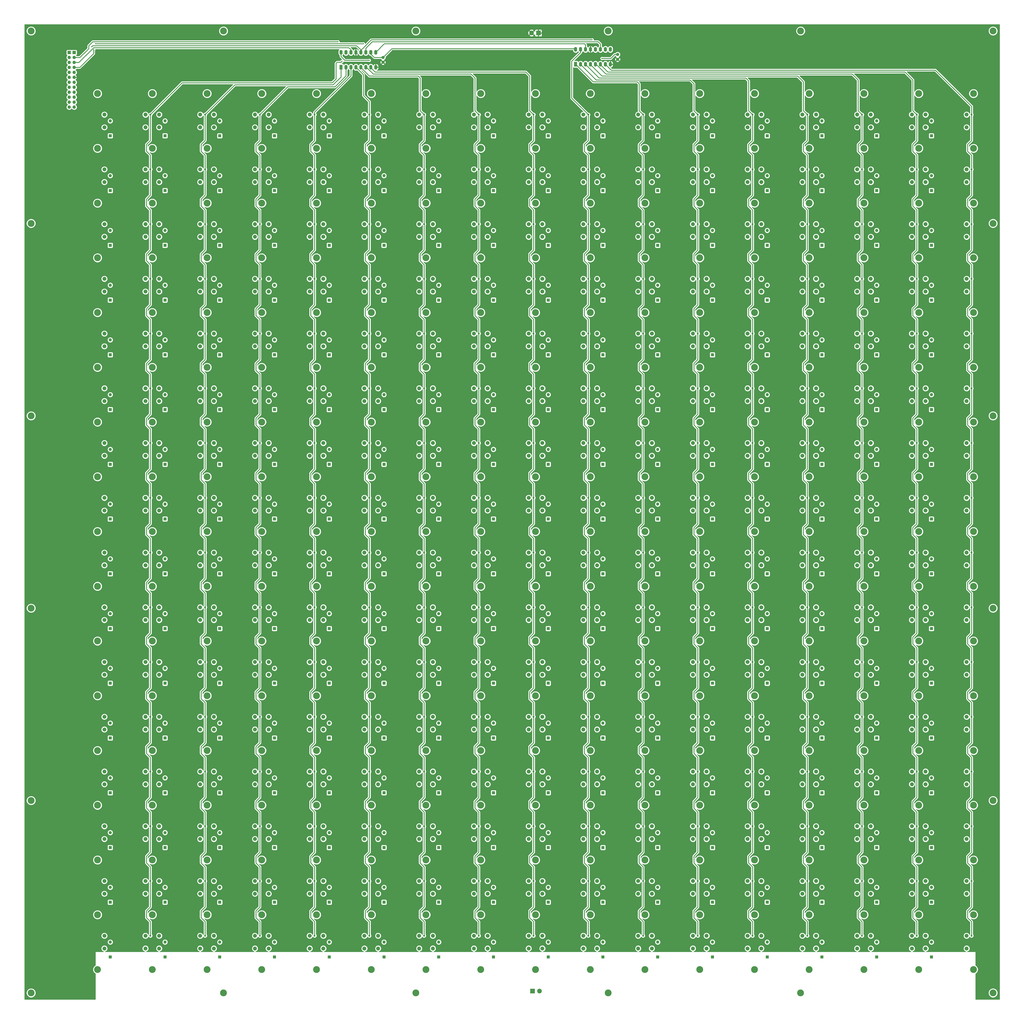
<source format=gbl>
G04 #@! TF.FileFunction,Copper,L2,Bot,Signal*
%FSLAX46Y46*%
G04 Gerber Fmt 4.6, Leading zero omitted, Abs format (unit mm)*
G04 Created by KiCad (PCBNEW 4.0.7) date 07/19/18 21:01:57*
%MOMM*%
%LPD*%
G01*
G04 APERTURE LIST*
%ADD10C,0.100000*%
%ADD11C,3.500000*%
%ADD12C,1.000000*%
%ADD13C,2.000000*%
%ADD14O,1.600000X1.600000*%
%ADD15R,1.600000X1.600000*%
%ADD16C,1.600000*%
%ADD17R,1.600000X2.400000*%
%ADD18O,1.600000X2.400000*%
%ADD19R,1.700000X1.700000*%
%ADD20O,1.700000X1.700000*%
%ADD21C,2.400000*%
%ADD22R,2.400000X2.400000*%
%ADD23C,0.600000*%
%ADD24C,0.400000*%
%ADD25C,0.250000*%
%ADD26C,0.254000*%
G04 APERTURE END LIST*
D10*
D11*
X594000000Y-497600000D03*
X594000000Y-399200000D03*
X594000000Y-300800000D03*
X594000000Y-202400000D03*
X594000000Y-596000000D03*
X495600000Y-596000000D03*
X397200000Y-596000000D03*
X298800000Y-596000000D03*
X200400000Y-596000000D03*
X102000000Y-596000000D03*
X102000000Y-497600000D03*
X102000000Y-399200000D03*
X102000000Y-300800000D03*
X102000000Y-202400000D03*
X594000000Y-104000000D03*
X495600000Y-104000000D03*
X397200000Y-104000000D03*
X298800000Y-104000000D03*
X200400000Y-104000000D03*
D12*
X163000000Y-146750000D03*
D13*
X160500000Y-146750000D03*
X160500000Y-153250000D03*
X139500000Y-153250000D03*
X139500000Y-146750000D03*
D14*
X142500000Y-149980000D03*
D15*
X142500000Y-157600000D03*
D11*
X584000000Y-584000000D03*
X556000000Y-584000000D03*
X528000000Y-584000000D03*
X500000000Y-584000000D03*
X472000000Y-584000000D03*
X444000000Y-584000000D03*
X416000000Y-584000000D03*
X388000000Y-584000000D03*
X360000000Y-584000000D03*
X332000000Y-584000000D03*
X304000000Y-584000000D03*
X276000000Y-584000000D03*
X248000000Y-584000000D03*
X220000000Y-584000000D03*
X192000000Y-584000000D03*
X164000000Y-584000000D03*
X136000000Y-584000000D03*
X584000000Y-556000000D03*
X556000000Y-556000000D03*
X528000000Y-556000000D03*
X500000000Y-556000000D03*
X472000000Y-556000000D03*
X444000000Y-556000000D03*
X416000000Y-556000000D03*
X388000000Y-556000000D03*
X360000000Y-556000000D03*
X332000000Y-556000000D03*
X304000000Y-556000000D03*
X276000000Y-556000000D03*
X248000000Y-556000000D03*
X220000000Y-556000000D03*
X192000000Y-556000000D03*
X164000000Y-556000000D03*
X136000000Y-556000000D03*
X584000000Y-528000000D03*
X556000000Y-528000000D03*
X528000000Y-528000000D03*
X500000000Y-528000000D03*
X472000000Y-528000000D03*
X444000000Y-528000000D03*
X416000000Y-528000000D03*
X388000000Y-528000000D03*
X360000000Y-528000000D03*
X332000000Y-528000000D03*
X304000000Y-528000000D03*
X276000000Y-528000000D03*
X248000000Y-528000000D03*
X220000000Y-528000000D03*
X192000000Y-528000000D03*
X164000000Y-528000000D03*
X136000000Y-528000000D03*
X584000000Y-500000000D03*
X556000000Y-500000000D03*
X528000000Y-500000000D03*
X500000000Y-500000000D03*
X472000000Y-500000000D03*
X444000000Y-500000000D03*
X416000000Y-500000000D03*
X388000000Y-500000000D03*
X360000000Y-500000000D03*
X332000000Y-500000000D03*
X304000000Y-500000000D03*
X276000000Y-500000000D03*
X248000000Y-500000000D03*
X220000000Y-500000000D03*
X192000000Y-500000000D03*
X164000000Y-500000000D03*
X136000000Y-500000000D03*
X584000000Y-472000000D03*
X556000000Y-472000000D03*
X528000000Y-472000000D03*
X500000000Y-472000000D03*
X472000000Y-472000000D03*
X444000000Y-472000000D03*
X416000000Y-472000000D03*
X388000000Y-472000000D03*
X360000000Y-472000000D03*
X332000000Y-472000000D03*
X304000000Y-472000000D03*
X276000000Y-472000000D03*
X248000000Y-472000000D03*
X220000000Y-472000000D03*
X192000000Y-472000000D03*
X164000000Y-472000000D03*
X136000000Y-472000000D03*
X584000000Y-444000000D03*
X556000000Y-444000000D03*
X528000000Y-444000000D03*
X500000000Y-444000000D03*
X472000000Y-444000000D03*
X444000000Y-444000000D03*
X416000000Y-444000000D03*
X388000000Y-444000000D03*
X360000000Y-444000000D03*
X332000000Y-444000000D03*
X304000000Y-444000000D03*
X276000000Y-444000000D03*
X248000000Y-444000000D03*
X220000000Y-444000000D03*
X192000000Y-444000000D03*
X164000000Y-444000000D03*
X136000000Y-444000000D03*
X584000000Y-416000000D03*
X556000000Y-416000000D03*
X528000000Y-416000000D03*
X500000000Y-416000000D03*
X472000000Y-416000000D03*
X444000000Y-416000000D03*
X416000000Y-416000000D03*
X388000000Y-416000000D03*
X360000000Y-416000000D03*
X332000000Y-416000000D03*
X304000000Y-416000000D03*
X276000000Y-416000000D03*
X248000000Y-416000000D03*
X220000000Y-416000000D03*
X192000000Y-416000000D03*
X164000000Y-416000000D03*
X136000000Y-416000000D03*
X584000000Y-388000000D03*
X556000000Y-388000000D03*
X528000000Y-388000000D03*
X500000000Y-388000000D03*
X472000000Y-388000000D03*
X444000000Y-388000000D03*
X416000000Y-388000000D03*
X388000000Y-388000000D03*
X360000000Y-388000000D03*
X332000000Y-388000000D03*
X304000000Y-388000000D03*
X276000000Y-388000000D03*
X248000000Y-388000000D03*
X220000000Y-388000000D03*
X192000000Y-388000000D03*
X164000000Y-388000000D03*
X136000000Y-388000000D03*
X584000000Y-360000000D03*
X556000000Y-360000000D03*
X528000000Y-360000000D03*
X500000000Y-360000000D03*
X472000000Y-360000000D03*
X444000000Y-360000000D03*
X416000000Y-360000000D03*
X388000000Y-360000000D03*
X360000000Y-360000000D03*
X332000000Y-360000000D03*
X304000000Y-360000000D03*
X276000000Y-360000000D03*
X248000000Y-360000000D03*
X220000000Y-360000000D03*
X192000000Y-360000000D03*
X164000000Y-360000000D03*
X136000000Y-360000000D03*
X584000000Y-332000000D03*
X556000000Y-332000000D03*
X528000000Y-332000000D03*
X500000000Y-332000000D03*
X472000000Y-332000000D03*
X444000000Y-332000000D03*
X416000000Y-332000000D03*
X388000000Y-332000000D03*
X360000000Y-332000000D03*
X332000000Y-332000000D03*
X304000000Y-332000000D03*
X276000000Y-332000000D03*
X248000000Y-332000000D03*
X220000000Y-332000000D03*
X192000000Y-332000000D03*
X164000000Y-332000000D03*
X136000000Y-332000000D03*
X584000000Y-304000000D03*
X556000000Y-304000000D03*
X528000000Y-304000000D03*
X500000000Y-304000000D03*
X472000000Y-304000000D03*
X444000000Y-304000000D03*
X416000000Y-304000000D03*
X388000000Y-304000000D03*
X360000000Y-304000000D03*
X332000000Y-304000000D03*
X304000000Y-304000000D03*
X276000000Y-304000000D03*
X248000000Y-304000000D03*
X220000000Y-304000000D03*
X192000000Y-304000000D03*
X164000000Y-304000000D03*
X136000000Y-304000000D03*
X584000000Y-276000000D03*
X556000000Y-276000000D03*
X528000000Y-276000000D03*
X500000000Y-276000000D03*
X472000000Y-276000000D03*
X444000000Y-276000000D03*
X416000000Y-276000000D03*
X388000000Y-276000000D03*
X360000000Y-276000000D03*
X332000000Y-276000000D03*
X304000000Y-276000000D03*
X276000000Y-276000000D03*
X248000000Y-276000000D03*
X220000000Y-276000000D03*
X192000000Y-276000000D03*
X164000000Y-276000000D03*
X136000000Y-276000000D03*
X584000000Y-248000000D03*
X556000000Y-248000000D03*
X528000000Y-248000000D03*
X500000000Y-248000000D03*
X472000000Y-248000000D03*
X444000000Y-248000000D03*
X416000000Y-248000000D03*
X388000000Y-248000000D03*
X360000000Y-248000000D03*
X332000000Y-248000000D03*
X304000000Y-248000000D03*
X276000000Y-248000000D03*
X248000000Y-248000000D03*
X220000000Y-248000000D03*
X192000000Y-248000000D03*
X164000000Y-248000000D03*
X136000000Y-248000000D03*
X584000000Y-220000000D03*
X556000000Y-220000000D03*
X528000000Y-220000000D03*
X500000000Y-220000000D03*
X472000000Y-220000000D03*
X444000000Y-220000000D03*
X416000000Y-220000000D03*
X388000000Y-220000000D03*
X360000000Y-220000000D03*
X332000000Y-220000000D03*
X304000000Y-220000000D03*
X276000000Y-220000000D03*
X248000000Y-220000000D03*
X220000000Y-220000000D03*
X192000000Y-220000000D03*
X164000000Y-220000000D03*
X136000000Y-220000000D03*
X584000000Y-192000000D03*
X556000000Y-192000000D03*
X528000000Y-192000000D03*
X500000000Y-192000000D03*
X472000000Y-192000000D03*
X444000000Y-192000000D03*
X416000000Y-192000000D03*
X388000000Y-192000000D03*
X360000000Y-192000000D03*
X332000000Y-192000000D03*
X304000000Y-192000000D03*
X276000000Y-192000000D03*
X248000000Y-192000000D03*
X220000000Y-192000000D03*
X192000000Y-192000000D03*
X164000000Y-192000000D03*
X136000000Y-192000000D03*
X584000000Y-164000000D03*
X556000000Y-164000000D03*
X528000000Y-164000000D03*
X500000000Y-164000000D03*
X472000000Y-164000000D03*
X444000000Y-164000000D03*
X416000000Y-164000000D03*
X388000000Y-164000000D03*
X360000000Y-164000000D03*
X332000000Y-164000000D03*
X304000000Y-164000000D03*
X276000000Y-164000000D03*
X248000000Y-164000000D03*
X220000000Y-164000000D03*
X192000000Y-164000000D03*
X164000000Y-164000000D03*
X136000000Y-164000000D03*
X584000000Y-136000000D03*
X556000000Y-136000000D03*
X528000000Y-136000000D03*
X500000000Y-136000000D03*
X472000000Y-136000000D03*
X444000000Y-136000000D03*
X416000000Y-136000000D03*
X388000000Y-136000000D03*
X360000000Y-136000000D03*
X332000000Y-136000000D03*
X304000000Y-136000000D03*
X276000000Y-136000000D03*
X248000000Y-136000000D03*
X220000000Y-136000000D03*
X192000000Y-136000000D03*
X164000000Y-136000000D03*
D12*
X163000000Y-174750000D03*
D13*
X160500000Y-174750000D03*
X160500000Y-181250000D03*
X139500000Y-181250000D03*
X139500000Y-174750000D03*
D14*
X142500000Y-177980000D03*
D15*
X142500000Y-185600000D03*
D12*
X163000000Y-202750000D03*
D13*
X160500000Y-202750000D03*
X160500000Y-209250000D03*
X139500000Y-209250000D03*
X139500000Y-202750000D03*
D14*
X142500000Y-205980000D03*
D15*
X142500000Y-213600000D03*
D12*
X163000000Y-230750000D03*
D13*
X160500000Y-230750000D03*
X160500000Y-237250000D03*
X139500000Y-237250000D03*
X139500000Y-230750000D03*
D14*
X142500000Y-233980000D03*
D15*
X142500000Y-241600000D03*
D12*
X163000000Y-258750000D03*
D13*
X160500000Y-258750000D03*
X160500000Y-265250000D03*
X139500000Y-265250000D03*
X139500000Y-258750000D03*
D14*
X142500000Y-261980000D03*
D15*
X142500000Y-269600000D03*
D12*
X163000000Y-286750000D03*
D13*
X160500000Y-286750000D03*
X160500000Y-293250000D03*
X139500000Y-293250000D03*
X139500000Y-286750000D03*
D14*
X142500000Y-289980000D03*
D15*
X142500000Y-297600000D03*
D12*
X163000000Y-314750000D03*
D13*
X160500000Y-314750000D03*
X160500000Y-321250000D03*
X139500000Y-321250000D03*
X139500000Y-314750000D03*
D14*
X142500000Y-317980000D03*
D15*
X142500000Y-325600000D03*
D12*
X163000000Y-342750000D03*
D13*
X160500000Y-342750000D03*
X160500000Y-349250000D03*
X139500000Y-349250000D03*
X139500000Y-342750000D03*
D14*
X142500000Y-345980000D03*
D15*
X142500000Y-353600000D03*
D12*
X163000000Y-370750000D03*
D13*
X160500000Y-370750000D03*
X160500000Y-377250000D03*
X139500000Y-377250000D03*
X139500000Y-370750000D03*
D14*
X142500000Y-373980000D03*
D15*
X142500000Y-381600000D03*
D12*
X163000000Y-398750000D03*
D13*
X160500000Y-398750000D03*
X160500000Y-405250000D03*
X139500000Y-405250000D03*
X139500000Y-398750000D03*
D14*
X142500000Y-401980000D03*
D15*
X142500000Y-409600000D03*
D12*
X163000000Y-426750000D03*
D13*
X160500000Y-426750000D03*
X160500000Y-433250000D03*
X139500000Y-433250000D03*
X139500000Y-426750000D03*
D14*
X142500000Y-429980000D03*
D15*
X142500000Y-437600000D03*
D12*
X163000000Y-454750000D03*
D13*
X160500000Y-454750000D03*
X160500000Y-461250000D03*
X139500000Y-461250000D03*
X139500000Y-454750000D03*
D14*
X142500000Y-457980000D03*
D15*
X142500000Y-465600000D03*
D12*
X163000000Y-482750000D03*
D13*
X160500000Y-482750000D03*
X160500000Y-489250000D03*
X139500000Y-489250000D03*
X139500000Y-482750000D03*
D14*
X142500000Y-485980000D03*
D15*
X142500000Y-493600000D03*
D12*
X163000000Y-510750000D03*
D13*
X160500000Y-510750000D03*
X160500000Y-517250000D03*
X139500000Y-517250000D03*
X139500000Y-510750000D03*
D14*
X142500000Y-513980000D03*
D15*
X142500000Y-521600000D03*
D12*
X163000000Y-538750000D03*
D13*
X160500000Y-538750000D03*
X160500000Y-545250000D03*
X139500000Y-545250000D03*
X139500000Y-538750000D03*
D14*
X142500000Y-541980000D03*
D15*
X142500000Y-549600000D03*
D12*
X163000000Y-566750000D03*
D13*
X160500000Y-566750000D03*
X160500000Y-573250000D03*
X139500000Y-573250000D03*
X139500000Y-566750000D03*
D14*
X142500000Y-569980000D03*
D15*
X142500000Y-577600000D03*
D12*
X191000000Y-146750000D03*
D13*
X188500000Y-146750000D03*
X188500000Y-153250000D03*
X167500000Y-153250000D03*
X167500000Y-146750000D03*
D14*
X170500000Y-149980000D03*
D15*
X170500000Y-157600000D03*
D12*
X191000000Y-174750000D03*
D13*
X188500000Y-174750000D03*
X188500000Y-181250000D03*
X167500000Y-181250000D03*
X167500000Y-174750000D03*
D14*
X170500000Y-177980000D03*
D15*
X170500000Y-185600000D03*
D12*
X191000000Y-202750000D03*
D13*
X188500000Y-202750000D03*
X188500000Y-209250000D03*
X167500000Y-209250000D03*
X167500000Y-202750000D03*
D14*
X170500000Y-205980000D03*
D15*
X170500000Y-213600000D03*
D12*
X191000000Y-230750000D03*
D13*
X188500000Y-230750000D03*
X188500000Y-237250000D03*
X167500000Y-237250000D03*
X167500000Y-230750000D03*
D14*
X170500000Y-233980000D03*
D15*
X170500000Y-241600000D03*
D12*
X191000000Y-258750000D03*
D13*
X188500000Y-258750000D03*
X188500000Y-265250000D03*
X167500000Y-265250000D03*
X167500000Y-258750000D03*
D14*
X170500000Y-261980000D03*
D15*
X170500000Y-269600000D03*
D12*
X191000000Y-286750000D03*
D13*
X188500000Y-286750000D03*
X188500000Y-293250000D03*
X167500000Y-293250000D03*
X167500000Y-286750000D03*
D14*
X170500000Y-289980000D03*
D15*
X170500000Y-297600000D03*
D12*
X191000000Y-314750000D03*
D13*
X188500000Y-314750000D03*
X188500000Y-321250000D03*
X167500000Y-321250000D03*
X167500000Y-314750000D03*
D14*
X170500000Y-317980000D03*
D15*
X170500000Y-325600000D03*
D12*
X191000000Y-342750000D03*
D13*
X188500000Y-342750000D03*
X188500000Y-349250000D03*
X167500000Y-349250000D03*
X167500000Y-342750000D03*
D14*
X170500000Y-345980000D03*
D15*
X170500000Y-353600000D03*
D12*
X191000000Y-370750000D03*
D13*
X188500000Y-370750000D03*
X188500000Y-377250000D03*
X167500000Y-377250000D03*
X167500000Y-370750000D03*
D14*
X170500000Y-373980000D03*
D15*
X170500000Y-381600000D03*
D12*
X191000000Y-398750000D03*
D13*
X188500000Y-398750000D03*
X188500000Y-405250000D03*
X167500000Y-405250000D03*
X167500000Y-398750000D03*
D14*
X170500000Y-401980000D03*
D15*
X170500000Y-409600000D03*
D12*
X191000000Y-426750000D03*
D13*
X188500000Y-426750000D03*
X188500000Y-433250000D03*
X167500000Y-433250000D03*
X167500000Y-426750000D03*
D14*
X170500000Y-429980000D03*
D15*
X170500000Y-437600000D03*
D12*
X191000000Y-454750000D03*
D13*
X188500000Y-454750000D03*
X188500000Y-461250000D03*
X167500000Y-461250000D03*
X167500000Y-454750000D03*
D14*
X170500000Y-457980000D03*
D15*
X170500000Y-465600000D03*
D12*
X191000000Y-482750000D03*
D13*
X188500000Y-482750000D03*
X188500000Y-489250000D03*
X167500000Y-489250000D03*
X167500000Y-482750000D03*
D14*
X170500000Y-485980000D03*
D15*
X170500000Y-493600000D03*
D12*
X191000000Y-510750000D03*
D13*
X188500000Y-510750000D03*
X188500000Y-517250000D03*
X167500000Y-517250000D03*
X167500000Y-510750000D03*
D14*
X170500000Y-513980000D03*
D15*
X170500000Y-521600000D03*
D12*
X191000000Y-538750000D03*
D13*
X188500000Y-538750000D03*
X188500000Y-545250000D03*
X167500000Y-545250000D03*
X167500000Y-538750000D03*
D14*
X170500000Y-541980000D03*
D15*
X170500000Y-549600000D03*
D12*
X191000000Y-566750000D03*
D13*
X188500000Y-566750000D03*
X188500000Y-573250000D03*
X167500000Y-573250000D03*
X167500000Y-566750000D03*
D14*
X170500000Y-569980000D03*
D15*
X170500000Y-577600000D03*
D12*
X219000000Y-146750000D03*
D13*
X216500000Y-146750000D03*
X216500000Y-153250000D03*
X195500000Y-153250000D03*
X195500000Y-146750000D03*
D14*
X198500000Y-149980000D03*
D15*
X198500000Y-157600000D03*
D12*
X219000000Y-174750000D03*
D13*
X216500000Y-174750000D03*
X216500000Y-181250000D03*
X195500000Y-181250000D03*
X195500000Y-174750000D03*
D14*
X198500000Y-177980000D03*
D15*
X198500000Y-185600000D03*
D12*
X219000000Y-202750000D03*
D13*
X216500000Y-202750000D03*
X216500000Y-209250000D03*
X195500000Y-209250000D03*
X195500000Y-202750000D03*
D14*
X198500000Y-205980000D03*
D15*
X198500000Y-213600000D03*
D12*
X219000000Y-230750000D03*
D13*
X216500000Y-230750000D03*
X216500000Y-237250000D03*
X195500000Y-237250000D03*
X195500000Y-230750000D03*
D14*
X198500000Y-233980000D03*
D15*
X198500000Y-241600000D03*
D12*
X219000000Y-258750000D03*
D13*
X216500000Y-258750000D03*
X216500000Y-265250000D03*
X195500000Y-265250000D03*
X195500000Y-258750000D03*
D14*
X198500000Y-261980000D03*
D15*
X198500000Y-269600000D03*
D12*
X219000000Y-286750000D03*
D13*
X216500000Y-286750000D03*
X216500000Y-293250000D03*
X195500000Y-293250000D03*
X195500000Y-286750000D03*
D14*
X198500000Y-289980000D03*
D15*
X198500000Y-297600000D03*
D12*
X219000000Y-314750000D03*
D13*
X216500000Y-314750000D03*
X216500000Y-321250000D03*
X195500000Y-321250000D03*
X195500000Y-314750000D03*
D14*
X198500000Y-317980000D03*
D15*
X198500000Y-325600000D03*
D12*
X219000000Y-342750000D03*
D13*
X216500000Y-342750000D03*
X216500000Y-349250000D03*
X195500000Y-349250000D03*
X195500000Y-342750000D03*
D14*
X198500000Y-345980000D03*
D15*
X198500000Y-353600000D03*
D12*
X219000000Y-370750000D03*
D13*
X216500000Y-370750000D03*
X216500000Y-377250000D03*
X195500000Y-377250000D03*
X195500000Y-370750000D03*
D14*
X198500000Y-373980000D03*
D15*
X198500000Y-381600000D03*
D12*
X219000000Y-398750000D03*
D13*
X216500000Y-398750000D03*
X216500000Y-405250000D03*
X195500000Y-405250000D03*
X195500000Y-398750000D03*
D14*
X198500000Y-401980000D03*
D15*
X198500000Y-409600000D03*
D12*
X219000000Y-426750000D03*
D13*
X216500000Y-426750000D03*
X216500000Y-433250000D03*
X195500000Y-433250000D03*
X195500000Y-426750000D03*
D14*
X198500000Y-429980000D03*
D15*
X198500000Y-437600000D03*
D12*
X219000000Y-454750000D03*
D13*
X216500000Y-454750000D03*
X216500000Y-461250000D03*
X195500000Y-461250000D03*
X195500000Y-454750000D03*
D14*
X198500000Y-457980000D03*
D15*
X198500000Y-465600000D03*
D12*
X219000000Y-482750000D03*
D13*
X216500000Y-482750000D03*
X216500000Y-489250000D03*
X195500000Y-489250000D03*
X195500000Y-482750000D03*
D14*
X198500000Y-485980000D03*
D15*
X198500000Y-493600000D03*
D12*
X219000000Y-510750000D03*
D13*
X216500000Y-510750000D03*
X216500000Y-517250000D03*
X195500000Y-517250000D03*
X195500000Y-510750000D03*
D14*
X198500000Y-513980000D03*
D15*
X198500000Y-521600000D03*
D12*
X219000000Y-538750000D03*
D13*
X216500000Y-538750000D03*
X216500000Y-545250000D03*
X195500000Y-545250000D03*
X195500000Y-538750000D03*
D14*
X198500000Y-541980000D03*
D15*
X198500000Y-549600000D03*
D12*
X219000000Y-566750000D03*
D13*
X216500000Y-566750000D03*
X216500000Y-573250000D03*
X195500000Y-573250000D03*
X195500000Y-566750000D03*
D14*
X198500000Y-569980000D03*
D15*
X198500000Y-577600000D03*
D12*
X247000000Y-146750000D03*
D13*
X244500000Y-146750000D03*
X244500000Y-153250000D03*
X223500000Y-153250000D03*
X223500000Y-146750000D03*
D14*
X226500000Y-149980000D03*
D15*
X226500000Y-157600000D03*
D12*
X247000000Y-174750000D03*
D13*
X244500000Y-174750000D03*
X244500000Y-181250000D03*
X223500000Y-181250000D03*
X223500000Y-174750000D03*
D14*
X226500000Y-177980000D03*
D15*
X226500000Y-185600000D03*
D12*
X247000000Y-202750000D03*
D13*
X244500000Y-202750000D03*
X244500000Y-209250000D03*
X223500000Y-209250000D03*
X223500000Y-202750000D03*
D14*
X226500000Y-205980000D03*
D15*
X226500000Y-213600000D03*
D12*
X247000000Y-230750000D03*
D13*
X244500000Y-230750000D03*
X244500000Y-237250000D03*
X223500000Y-237250000D03*
X223500000Y-230750000D03*
D14*
X226500000Y-233980000D03*
D15*
X226500000Y-241600000D03*
D12*
X247000000Y-258750000D03*
D13*
X244500000Y-258750000D03*
X244500000Y-265250000D03*
X223500000Y-265250000D03*
X223500000Y-258750000D03*
D14*
X226500000Y-261980000D03*
D15*
X226500000Y-269600000D03*
D12*
X247000000Y-286750000D03*
D13*
X244500000Y-286750000D03*
X244500000Y-293250000D03*
X223500000Y-293250000D03*
X223500000Y-286750000D03*
D14*
X226500000Y-289980000D03*
D15*
X226500000Y-297600000D03*
D12*
X247000000Y-314750000D03*
D13*
X244500000Y-314750000D03*
X244500000Y-321250000D03*
X223500000Y-321250000D03*
X223500000Y-314750000D03*
D14*
X226500000Y-317980000D03*
D15*
X226500000Y-325600000D03*
D12*
X247000000Y-342750000D03*
D13*
X244500000Y-342750000D03*
X244500000Y-349250000D03*
X223500000Y-349250000D03*
X223500000Y-342750000D03*
D14*
X226500000Y-345980000D03*
D15*
X226500000Y-353600000D03*
D12*
X247000000Y-370750000D03*
D13*
X244500000Y-370750000D03*
X244500000Y-377250000D03*
X223500000Y-377250000D03*
X223500000Y-370750000D03*
D14*
X226500000Y-373980000D03*
D15*
X226500000Y-381600000D03*
D12*
X247000000Y-398750000D03*
D13*
X244500000Y-398750000D03*
X244500000Y-405250000D03*
X223500000Y-405250000D03*
X223500000Y-398750000D03*
D14*
X226500000Y-401980000D03*
D15*
X226500000Y-409600000D03*
D12*
X247000000Y-426750000D03*
D13*
X244500000Y-426750000D03*
X244500000Y-433250000D03*
X223500000Y-433250000D03*
X223500000Y-426750000D03*
D14*
X226500000Y-429980000D03*
D15*
X226500000Y-437600000D03*
D12*
X247000000Y-454750000D03*
D13*
X244500000Y-454750000D03*
X244500000Y-461250000D03*
X223500000Y-461250000D03*
X223500000Y-454750000D03*
D14*
X226500000Y-457980000D03*
D15*
X226500000Y-465600000D03*
D12*
X247000000Y-482750000D03*
D13*
X244500000Y-482750000D03*
X244500000Y-489250000D03*
X223500000Y-489250000D03*
X223500000Y-482750000D03*
D14*
X226500000Y-485980000D03*
D15*
X226500000Y-493600000D03*
D12*
X247000000Y-510750000D03*
D13*
X244500000Y-510750000D03*
X244500000Y-517250000D03*
X223500000Y-517250000D03*
X223500000Y-510750000D03*
D14*
X226500000Y-513980000D03*
D15*
X226500000Y-521600000D03*
D12*
X247000000Y-538750000D03*
D13*
X244500000Y-538750000D03*
X244500000Y-545250000D03*
X223500000Y-545250000D03*
X223500000Y-538750000D03*
D14*
X226500000Y-541980000D03*
D15*
X226500000Y-549600000D03*
D12*
X247000000Y-566750000D03*
D13*
X244500000Y-566750000D03*
X244500000Y-573250000D03*
X223500000Y-573250000D03*
X223500000Y-566750000D03*
D14*
X226500000Y-569980000D03*
D15*
X226500000Y-577600000D03*
D12*
X275000000Y-146750000D03*
D13*
X272500000Y-146750000D03*
X272500000Y-153250000D03*
X251500000Y-153250000D03*
X251500000Y-146750000D03*
D14*
X254500000Y-149980000D03*
D15*
X254500000Y-157600000D03*
D12*
X275000000Y-174750000D03*
D13*
X272500000Y-174750000D03*
X272500000Y-181250000D03*
X251500000Y-181250000D03*
X251500000Y-174750000D03*
D14*
X254500000Y-177980000D03*
D15*
X254500000Y-185600000D03*
D12*
X275000000Y-202750000D03*
D13*
X272500000Y-202750000D03*
X272500000Y-209250000D03*
X251500000Y-209250000D03*
X251500000Y-202750000D03*
D14*
X254500000Y-205980000D03*
D15*
X254500000Y-213600000D03*
D12*
X275000000Y-230750000D03*
D13*
X272500000Y-230750000D03*
X272500000Y-237250000D03*
X251500000Y-237250000D03*
X251500000Y-230750000D03*
D14*
X254500000Y-233980000D03*
D15*
X254500000Y-241600000D03*
D12*
X275000000Y-258750000D03*
D13*
X272500000Y-258750000D03*
X272500000Y-265250000D03*
X251500000Y-265250000D03*
X251500000Y-258750000D03*
D14*
X254500000Y-261980000D03*
D15*
X254500000Y-269600000D03*
D12*
X275000000Y-286750000D03*
D13*
X272500000Y-286750000D03*
X272500000Y-293250000D03*
X251500000Y-293250000D03*
X251500000Y-286750000D03*
D14*
X254500000Y-289980000D03*
D15*
X254500000Y-297600000D03*
D12*
X275000000Y-314750000D03*
D13*
X272500000Y-314750000D03*
X272500000Y-321250000D03*
X251500000Y-321250000D03*
X251500000Y-314750000D03*
D14*
X254500000Y-317980000D03*
D15*
X254500000Y-325600000D03*
D12*
X275000000Y-342750000D03*
D13*
X272500000Y-342750000D03*
X272500000Y-349250000D03*
X251500000Y-349250000D03*
X251500000Y-342750000D03*
D14*
X254500000Y-345980000D03*
D15*
X254500000Y-353600000D03*
D12*
X275000000Y-370750000D03*
D13*
X272500000Y-370750000D03*
X272500000Y-377250000D03*
X251500000Y-377250000D03*
X251500000Y-370750000D03*
D14*
X254500000Y-373980000D03*
D15*
X254500000Y-381600000D03*
D12*
X275000000Y-398750000D03*
D13*
X272500000Y-398750000D03*
X272500000Y-405250000D03*
X251500000Y-405250000D03*
X251500000Y-398750000D03*
D14*
X254500000Y-401980000D03*
D15*
X254500000Y-409600000D03*
D12*
X275000000Y-426750000D03*
D13*
X272500000Y-426750000D03*
X272500000Y-433250000D03*
X251500000Y-433250000D03*
X251500000Y-426750000D03*
D14*
X254500000Y-429980000D03*
D15*
X254500000Y-437600000D03*
D12*
X275000000Y-454750000D03*
D13*
X272500000Y-454750000D03*
X272500000Y-461250000D03*
X251500000Y-461250000D03*
X251500000Y-454750000D03*
D14*
X254500000Y-457980000D03*
D15*
X254500000Y-465600000D03*
D12*
X275000000Y-482750000D03*
D13*
X272500000Y-482750000D03*
X272500000Y-489250000D03*
X251500000Y-489250000D03*
X251500000Y-482750000D03*
D14*
X254500000Y-485980000D03*
D15*
X254500000Y-493600000D03*
D12*
X275000000Y-510750000D03*
D13*
X272500000Y-510750000D03*
X272500000Y-517250000D03*
X251500000Y-517250000D03*
X251500000Y-510750000D03*
D14*
X254500000Y-513980000D03*
D15*
X254500000Y-521600000D03*
D12*
X275000000Y-538750000D03*
D13*
X272500000Y-538750000D03*
X272500000Y-545250000D03*
X251500000Y-545250000D03*
X251500000Y-538750000D03*
D14*
X254500000Y-541980000D03*
D15*
X254500000Y-549600000D03*
D12*
X275000000Y-566750000D03*
D13*
X272500000Y-566750000D03*
X272500000Y-573250000D03*
X251500000Y-573250000D03*
X251500000Y-566750000D03*
D14*
X254500000Y-569980000D03*
D15*
X254500000Y-577600000D03*
D12*
X303000000Y-146750000D03*
D13*
X300500000Y-146750000D03*
X300500000Y-153250000D03*
X279500000Y-153250000D03*
X279500000Y-146750000D03*
D14*
X282500000Y-149980000D03*
D15*
X282500000Y-157600000D03*
D12*
X303000000Y-174750000D03*
D13*
X300500000Y-174750000D03*
X300500000Y-181250000D03*
X279500000Y-181250000D03*
X279500000Y-174750000D03*
D14*
X282500000Y-177980000D03*
D15*
X282500000Y-185600000D03*
D12*
X303000000Y-202750000D03*
D13*
X300500000Y-202750000D03*
X300500000Y-209250000D03*
X279500000Y-209250000D03*
X279500000Y-202750000D03*
D14*
X282500000Y-205980000D03*
D15*
X282500000Y-213600000D03*
D12*
X303000000Y-230750000D03*
D13*
X300500000Y-230750000D03*
X300500000Y-237250000D03*
X279500000Y-237250000D03*
X279500000Y-230750000D03*
D14*
X282500000Y-233980000D03*
D15*
X282500000Y-241600000D03*
D12*
X303000000Y-258750000D03*
D13*
X300500000Y-258750000D03*
X300500000Y-265250000D03*
X279500000Y-265250000D03*
X279500000Y-258750000D03*
D14*
X282500000Y-261980000D03*
D15*
X282500000Y-269600000D03*
D12*
X303000000Y-286750000D03*
D13*
X300500000Y-286750000D03*
X300500000Y-293250000D03*
X279500000Y-293250000D03*
X279500000Y-286750000D03*
D14*
X282500000Y-289980000D03*
D15*
X282500000Y-297600000D03*
D12*
X303000000Y-314750000D03*
D13*
X300500000Y-314750000D03*
X300500000Y-321250000D03*
X279500000Y-321250000D03*
X279500000Y-314750000D03*
D14*
X282500000Y-317980000D03*
D15*
X282500000Y-325600000D03*
D12*
X303000000Y-342750000D03*
D13*
X300500000Y-342750000D03*
X300500000Y-349250000D03*
X279500000Y-349250000D03*
X279500000Y-342750000D03*
D14*
X282500000Y-345980000D03*
D15*
X282500000Y-353600000D03*
D12*
X303000000Y-370750000D03*
D13*
X300500000Y-370750000D03*
X300500000Y-377250000D03*
X279500000Y-377250000D03*
X279500000Y-370750000D03*
D14*
X282500000Y-373980000D03*
D15*
X282500000Y-381600000D03*
D12*
X303000000Y-398750000D03*
D13*
X300500000Y-398750000D03*
X300500000Y-405250000D03*
X279500000Y-405250000D03*
X279500000Y-398750000D03*
D14*
X282500000Y-401980000D03*
D15*
X282500000Y-409600000D03*
D12*
X303000000Y-426750000D03*
D13*
X300500000Y-426750000D03*
X300500000Y-433250000D03*
X279500000Y-433250000D03*
X279500000Y-426750000D03*
D14*
X282500000Y-429980000D03*
D15*
X282500000Y-437600000D03*
D12*
X303000000Y-454750000D03*
D13*
X300500000Y-454750000D03*
X300500000Y-461250000D03*
X279500000Y-461250000D03*
X279500000Y-454750000D03*
D14*
X282500000Y-457980000D03*
D15*
X282500000Y-465600000D03*
D12*
X303000000Y-482750000D03*
D13*
X300500000Y-482750000D03*
X300500000Y-489250000D03*
X279500000Y-489250000D03*
X279500000Y-482750000D03*
D14*
X282500000Y-485980000D03*
D15*
X282500000Y-493600000D03*
D12*
X303000000Y-510750000D03*
D13*
X300500000Y-510750000D03*
X300500000Y-517250000D03*
X279500000Y-517250000D03*
X279500000Y-510750000D03*
D14*
X282500000Y-513980000D03*
D15*
X282500000Y-521600000D03*
D12*
X303000000Y-538750000D03*
D13*
X300500000Y-538750000D03*
X300500000Y-545250000D03*
X279500000Y-545250000D03*
X279500000Y-538750000D03*
D14*
X282500000Y-541980000D03*
D15*
X282500000Y-549600000D03*
D12*
X303000000Y-566750000D03*
D13*
X300500000Y-566750000D03*
X300500000Y-573250000D03*
X279500000Y-573250000D03*
X279500000Y-566750000D03*
D14*
X282500000Y-569980000D03*
D15*
X282500000Y-577600000D03*
D12*
X331000000Y-146750000D03*
D13*
X328500000Y-146750000D03*
X328500000Y-153250000D03*
X307500000Y-153250000D03*
X307500000Y-146750000D03*
D14*
X310500000Y-149980000D03*
D15*
X310500000Y-157600000D03*
D12*
X331000000Y-174750000D03*
D13*
X328500000Y-174750000D03*
X328500000Y-181250000D03*
X307500000Y-181250000D03*
X307500000Y-174750000D03*
D14*
X310500000Y-177980000D03*
D15*
X310500000Y-185600000D03*
D12*
X331000000Y-202750000D03*
D13*
X328500000Y-202750000D03*
X328500000Y-209250000D03*
X307500000Y-209250000D03*
X307500000Y-202750000D03*
D14*
X310500000Y-205980000D03*
D15*
X310500000Y-213600000D03*
D12*
X331000000Y-230750000D03*
D13*
X328500000Y-230750000D03*
X328500000Y-237250000D03*
X307500000Y-237250000D03*
X307500000Y-230750000D03*
D14*
X310500000Y-233980000D03*
D15*
X310500000Y-241600000D03*
D12*
X331000000Y-258750000D03*
D13*
X328500000Y-258750000D03*
X328500000Y-265250000D03*
X307500000Y-265250000D03*
X307500000Y-258750000D03*
D14*
X310500000Y-261980000D03*
D15*
X310500000Y-269600000D03*
D12*
X331000000Y-286750000D03*
D13*
X328500000Y-286750000D03*
X328500000Y-293250000D03*
X307500000Y-293250000D03*
X307500000Y-286750000D03*
D14*
X310500000Y-289980000D03*
D15*
X310500000Y-297600000D03*
D12*
X331000000Y-314750000D03*
D13*
X328500000Y-314750000D03*
X328500000Y-321250000D03*
X307500000Y-321250000D03*
X307500000Y-314750000D03*
D14*
X310500000Y-317980000D03*
D15*
X310500000Y-325600000D03*
D12*
X331000000Y-342750000D03*
D13*
X328500000Y-342750000D03*
X328500000Y-349250000D03*
X307500000Y-349250000D03*
X307500000Y-342750000D03*
D14*
X310500000Y-345980000D03*
D15*
X310500000Y-353600000D03*
D12*
X331000000Y-370750000D03*
D13*
X328500000Y-370750000D03*
X328500000Y-377250000D03*
X307500000Y-377250000D03*
X307500000Y-370750000D03*
D14*
X310500000Y-373980000D03*
D15*
X310500000Y-381600000D03*
D12*
X331000000Y-398750000D03*
D13*
X328500000Y-398750000D03*
X328500000Y-405250000D03*
X307500000Y-405250000D03*
X307500000Y-398750000D03*
D14*
X310500000Y-401980000D03*
D15*
X310500000Y-409600000D03*
D12*
X331000000Y-426750000D03*
D13*
X328500000Y-426750000D03*
X328500000Y-433250000D03*
X307500000Y-433250000D03*
X307500000Y-426750000D03*
D14*
X310500000Y-429980000D03*
D15*
X310500000Y-437600000D03*
D12*
X331000000Y-454750000D03*
D13*
X328500000Y-454750000D03*
X328500000Y-461250000D03*
X307500000Y-461250000D03*
X307500000Y-454750000D03*
D14*
X310500000Y-457980000D03*
D15*
X310500000Y-465600000D03*
D12*
X331000000Y-482750000D03*
D13*
X328500000Y-482750000D03*
X328500000Y-489250000D03*
X307500000Y-489250000D03*
X307500000Y-482750000D03*
D14*
X310500000Y-485980000D03*
D15*
X310500000Y-493600000D03*
D12*
X331000000Y-510750000D03*
D13*
X328500000Y-510750000D03*
X328500000Y-517250000D03*
X307500000Y-517250000D03*
X307500000Y-510750000D03*
D14*
X310500000Y-513980000D03*
D15*
X310500000Y-521600000D03*
D12*
X331000000Y-538750000D03*
D13*
X328500000Y-538750000D03*
X328500000Y-545250000D03*
X307500000Y-545250000D03*
X307500000Y-538750000D03*
D14*
X310500000Y-541980000D03*
D15*
X310500000Y-549600000D03*
D12*
X331000000Y-566750000D03*
D13*
X328500000Y-566750000D03*
X328500000Y-573250000D03*
X307500000Y-573250000D03*
X307500000Y-566750000D03*
D14*
X310500000Y-569980000D03*
D15*
X310500000Y-577600000D03*
D12*
X359000000Y-146750000D03*
D13*
X356500000Y-146750000D03*
X356500000Y-153250000D03*
X335500000Y-153250000D03*
X335500000Y-146750000D03*
D14*
X338500000Y-149980000D03*
D15*
X338500000Y-157600000D03*
D12*
X359000000Y-174750000D03*
D13*
X356500000Y-174750000D03*
X356500000Y-181250000D03*
X335500000Y-181250000D03*
X335500000Y-174750000D03*
D14*
X338500000Y-177980000D03*
D15*
X338500000Y-185600000D03*
D12*
X359000000Y-202750000D03*
D13*
X356500000Y-202750000D03*
X356500000Y-209250000D03*
X335500000Y-209250000D03*
X335500000Y-202750000D03*
D14*
X338500000Y-205980000D03*
D15*
X338500000Y-213600000D03*
D12*
X359000000Y-230750000D03*
D13*
X356500000Y-230750000D03*
X356500000Y-237250000D03*
X335500000Y-237250000D03*
X335500000Y-230750000D03*
D14*
X338500000Y-233980000D03*
D15*
X338500000Y-241600000D03*
D12*
X359000000Y-258750000D03*
D13*
X356500000Y-258750000D03*
X356500000Y-265250000D03*
X335500000Y-265250000D03*
X335500000Y-258750000D03*
D14*
X338500000Y-261980000D03*
D15*
X338500000Y-269600000D03*
D12*
X359000000Y-286750000D03*
D13*
X356500000Y-286750000D03*
X356500000Y-293250000D03*
X335500000Y-293250000D03*
X335500000Y-286750000D03*
D14*
X338500000Y-289980000D03*
D15*
X338500000Y-297600000D03*
D12*
X359000000Y-314750000D03*
D13*
X356500000Y-314750000D03*
X356500000Y-321250000D03*
X335500000Y-321250000D03*
X335500000Y-314750000D03*
D14*
X338500000Y-317980000D03*
D15*
X338500000Y-325600000D03*
D12*
X359000000Y-342750000D03*
D13*
X356500000Y-342750000D03*
X356500000Y-349250000D03*
X335500000Y-349250000D03*
X335500000Y-342750000D03*
D14*
X338500000Y-345980000D03*
D15*
X338500000Y-353600000D03*
D12*
X359000000Y-370750000D03*
D13*
X356500000Y-370750000D03*
X356500000Y-377250000D03*
X335500000Y-377250000D03*
X335500000Y-370750000D03*
D14*
X338500000Y-373980000D03*
D15*
X338500000Y-381600000D03*
D12*
X359000000Y-398750000D03*
D13*
X356500000Y-398750000D03*
X356500000Y-405250000D03*
X335500000Y-405250000D03*
X335500000Y-398750000D03*
D14*
X338500000Y-401980000D03*
D15*
X338500000Y-409600000D03*
D12*
X359000000Y-426750000D03*
D13*
X356500000Y-426750000D03*
X356500000Y-433250000D03*
X335500000Y-433250000D03*
X335500000Y-426750000D03*
D14*
X338500000Y-429980000D03*
D15*
X338500000Y-437600000D03*
D12*
X359000000Y-454750000D03*
D13*
X356500000Y-454750000D03*
X356500000Y-461250000D03*
X335500000Y-461250000D03*
X335500000Y-454750000D03*
D14*
X338500000Y-457980000D03*
D15*
X338500000Y-465600000D03*
D12*
X359000000Y-482750000D03*
D13*
X356500000Y-482750000D03*
X356500000Y-489250000D03*
X335500000Y-489250000D03*
X335500000Y-482750000D03*
D14*
X338500000Y-485980000D03*
D15*
X338500000Y-493600000D03*
D12*
X359000000Y-510750000D03*
D13*
X356500000Y-510750000D03*
X356500000Y-517250000D03*
X335500000Y-517250000D03*
X335500000Y-510750000D03*
D14*
X338500000Y-513980000D03*
D15*
X338500000Y-521600000D03*
D12*
X359000000Y-538750000D03*
D13*
X356500000Y-538750000D03*
X356500000Y-545250000D03*
X335500000Y-545250000D03*
X335500000Y-538750000D03*
D14*
X338500000Y-541980000D03*
D15*
X338500000Y-549600000D03*
D12*
X359000000Y-566750000D03*
D13*
X356500000Y-566750000D03*
X356500000Y-573250000D03*
X335500000Y-573250000D03*
X335500000Y-566750000D03*
D14*
X338500000Y-569980000D03*
D15*
X338500000Y-577600000D03*
D12*
X387000000Y-146750000D03*
D13*
X384500000Y-146750000D03*
X384500000Y-153250000D03*
X363500000Y-153250000D03*
X363500000Y-146750000D03*
D14*
X366500000Y-149980000D03*
D15*
X366500000Y-157600000D03*
D12*
X387000000Y-174750000D03*
D13*
X384500000Y-174750000D03*
X384500000Y-181250000D03*
X363500000Y-181250000D03*
X363500000Y-174750000D03*
D14*
X366500000Y-177980000D03*
D15*
X366500000Y-185600000D03*
D12*
X387000000Y-202750000D03*
D13*
X384500000Y-202750000D03*
X384500000Y-209250000D03*
X363500000Y-209250000D03*
X363500000Y-202750000D03*
D14*
X366500000Y-205980000D03*
D15*
X366500000Y-213600000D03*
D12*
X387000000Y-230750000D03*
D13*
X384500000Y-230750000D03*
X384500000Y-237250000D03*
X363500000Y-237250000D03*
X363500000Y-230750000D03*
D14*
X366500000Y-233980000D03*
D15*
X366500000Y-241600000D03*
D12*
X387000000Y-258750000D03*
D13*
X384500000Y-258750000D03*
X384500000Y-265250000D03*
X363500000Y-265250000D03*
X363500000Y-258750000D03*
D14*
X366500000Y-261980000D03*
D15*
X366500000Y-269600000D03*
D12*
X387000000Y-286750000D03*
D13*
X384500000Y-286750000D03*
X384500000Y-293250000D03*
X363500000Y-293250000D03*
X363500000Y-286750000D03*
D14*
X366500000Y-289980000D03*
D15*
X366500000Y-297600000D03*
D12*
X387000000Y-314750000D03*
D13*
X384500000Y-314750000D03*
X384500000Y-321250000D03*
X363500000Y-321250000D03*
X363500000Y-314750000D03*
D14*
X366500000Y-317980000D03*
D15*
X366500000Y-325600000D03*
D12*
X387000000Y-342750000D03*
D13*
X384500000Y-342750000D03*
X384500000Y-349250000D03*
X363500000Y-349250000D03*
X363500000Y-342750000D03*
D14*
X366500000Y-345980000D03*
D15*
X366500000Y-353600000D03*
D12*
X387000000Y-370750000D03*
D13*
X384500000Y-370750000D03*
X384500000Y-377250000D03*
X363500000Y-377250000D03*
X363500000Y-370750000D03*
D14*
X366500000Y-373980000D03*
D15*
X366500000Y-381600000D03*
D12*
X387000000Y-398750000D03*
D13*
X384500000Y-398750000D03*
X384500000Y-405250000D03*
X363500000Y-405250000D03*
X363500000Y-398750000D03*
D14*
X366500000Y-401980000D03*
D15*
X366500000Y-409600000D03*
D12*
X387000000Y-426750000D03*
D13*
X384500000Y-426750000D03*
X384500000Y-433250000D03*
X363500000Y-433250000D03*
X363500000Y-426750000D03*
D14*
X366500000Y-429980000D03*
D15*
X366500000Y-437600000D03*
D12*
X387000000Y-454750000D03*
D13*
X384500000Y-454750000D03*
X384500000Y-461250000D03*
X363500000Y-461250000D03*
X363500000Y-454750000D03*
D14*
X366500000Y-457980000D03*
D15*
X366500000Y-465600000D03*
D12*
X387000000Y-482750000D03*
D13*
X384500000Y-482750000D03*
X384500000Y-489250000D03*
X363500000Y-489250000D03*
X363500000Y-482750000D03*
D14*
X366500000Y-485980000D03*
D15*
X366500000Y-493600000D03*
D12*
X387000000Y-510750000D03*
D13*
X384500000Y-510750000D03*
X384500000Y-517250000D03*
X363500000Y-517250000D03*
X363500000Y-510750000D03*
D14*
X366500000Y-513980000D03*
D15*
X366500000Y-521600000D03*
D12*
X387000000Y-538750000D03*
D13*
X384500000Y-538750000D03*
X384500000Y-545250000D03*
X363500000Y-545250000D03*
X363500000Y-538750000D03*
D14*
X366500000Y-541980000D03*
D15*
X366500000Y-549600000D03*
D12*
X387000000Y-566750000D03*
D13*
X384500000Y-566750000D03*
X384500000Y-573250000D03*
X363500000Y-573250000D03*
X363500000Y-566750000D03*
D14*
X366500000Y-569980000D03*
D15*
X366500000Y-577600000D03*
D12*
X415000000Y-146750000D03*
D13*
X412500000Y-146750000D03*
X412500000Y-153250000D03*
X391500000Y-153250000D03*
X391500000Y-146750000D03*
D14*
X394500000Y-149980000D03*
D15*
X394500000Y-157600000D03*
D12*
X415000000Y-174750000D03*
D13*
X412500000Y-174750000D03*
X412500000Y-181250000D03*
X391500000Y-181250000D03*
X391500000Y-174750000D03*
D14*
X394500000Y-177980000D03*
D15*
X394500000Y-185600000D03*
D12*
X415000000Y-202750000D03*
D13*
X412500000Y-202750000D03*
X412500000Y-209250000D03*
X391500000Y-209250000D03*
X391500000Y-202750000D03*
D14*
X394500000Y-205980000D03*
D15*
X394500000Y-213600000D03*
D12*
X415000000Y-230750000D03*
D13*
X412500000Y-230750000D03*
X412500000Y-237250000D03*
X391500000Y-237250000D03*
X391500000Y-230750000D03*
D14*
X394500000Y-233980000D03*
D15*
X394500000Y-241600000D03*
D12*
X415000000Y-258750000D03*
D13*
X412500000Y-258750000D03*
X412500000Y-265250000D03*
X391500000Y-265250000D03*
X391500000Y-258750000D03*
D14*
X394500000Y-261980000D03*
D15*
X394500000Y-269600000D03*
D12*
X415000000Y-286750000D03*
D13*
X412500000Y-286750000D03*
X412500000Y-293250000D03*
X391500000Y-293250000D03*
X391500000Y-286750000D03*
D14*
X394500000Y-289980000D03*
D15*
X394500000Y-297600000D03*
D12*
X415000000Y-314750000D03*
D13*
X412500000Y-314750000D03*
X412500000Y-321250000D03*
X391500000Y-321250000D03*
X391500000Y-314750000D03*
D14*
X394500000Y-317980000D03*
D15*
X394500000Y-325600000D03*
D12*
X415000000Y-342750000D03*
D13*
X412500000Y-342750000D03*
X412500000Y-349250000D03*
X391500000Y-349250000D03*
X391500000Y-342750000D03*
D14*
X394500000Y-345980000D03*
D15*
X394500000Y-353600000D03*
D12*
X415000000Y-370750000D03*
D13*
X412500000Y-370750000D03*
X412500000Y-377250000D03*
X391500000Y-377250000D03*
X391500000Y-370750000D03*
D14*
X394500000Y-373980000D03*
D15*
X394500000Y-381600000D03*
D12*
X415000000Y-398750000D03*
D13*
X412500000Y-398750000D03*
X412500000Y-405250000D03*
X391500000Y-405250000D03*
X391500000Y-398750000D03*
D14*
X394500000Y-401980000D03*
D15*
X394500000Y-409600000D03*
D12*
X415000000Y-426750000D03*
D13*
X412500000Y-426750000D03*
X412500000Y-433250000D03*
X391500000Y-433250000D03*
X391500000Y-426750000D03*
D14*
X394500000Y-429980000D03*
D15*
X394500000Y-437600000D03*
D12*
X415000000Y-454750000D03*
D13*
X412500000Y-454750000D03*
X412500000Y-461250000D03*
X391500000Y-461250000D03*
X391500000Y-454750000D03*
D14*
X394500000Y-457980000D03*
D15*
X394500000Y-465600000D03*
D12*
X415000000Y-482750000D03*
D13*
X412500000Y-482750000D03*
X412500000Y-489250000D03*
X391500000Y-489250000D03*
X391500000Y-482750000D03*
D14*
X394500000Y-485980000D03*
D15*
X394500000Y-493600000D03*
D12*
X415000000Y-510750000D03*
D13*
X412500000Y-510750000D03*
X412500000Y-517250000D03*
X391500000Y-517250000D03*
X391500000Y-510750000D03*
D14*
X394500000Y-513980000D03*
D15*
X394500000Y-521600000D03*
D12*
X415000000Y-538750000D03*
D13*
X412500000Y-538750000D03*
X412500000Y-545250000D03*
X391500000Y-545250000D03*
X391500000Y-538750000D03*
D14*
X394500000Y-541980000D03*
D15*
X394500000Y-549600000D03*
D12*
X415000000Y-566750000D03*
D13*
X412500000Y-566750000D03*
X412500000Y-573250000D03*
X391500000Y-573250000D03*
X391500000Y-566750000D03*
D14*
X394500000Y-569980000D03*
D15*
X394500000Y-577600000D03*
D12*
X443000000Y-146750000D03*
D13*
X440500000Y-146750000D03*
X440500000Y-153250000D03*
X419500000Y-153250000D03*
X419500000Y-146750000D03*
D14*
X422500000Y-149980000D03*
D15*
X422500000Y-157600000D03*
D12*
X443000000Y-174750000D03*
D13*
X440500000Y-174750000D03*
X440500000Y-181250000D03*
X419500000Y-181250000D03*
X419500000Y-174750000D03*
D14*
X422500000Y-177980000D03*
D15*
X422500000Y-185600000D03*
D12*
X443000000Y-202750000D03*
D13*
X440500000Y-202750000D03*
X440500000Y-209250000D03*
X419500000Y-209250000D03*
X419500000Y-202750000D03*
D14*
X422500000Y-205980000D03*
D15*
X422500000Y-213600000D03*
D12*
X443000000Y-230750000D03*
D13*
X440500000Y-230750000D03*
X440500000Y-237250000D03*
X419500000Y-237250000D03*
X419500000Y-230750000D03*
D14*
X422500000Y-233980000D03*
D15*
X422500000Y-241600000D03*
D12*
X443000000Y-258750000D03*
D13*
X440500000Y-258750000D03*
X440500000Y-265250000D03*
X419500000Y-265250000D03*
X419500000Y-258750000D03*
D14*
X422500000Y-261980000D03*
D15*
X422500000Y-269600000D03*
D12*
X443000000Y-286750000D03*
D13*
X440500000Y-286750000D03*
X440500000Y-293250000D03*
X419500000Y-293250000D03*
X419500000Y-286750000D03*
D14*
X422500000Y-289980000D03*
D15*
X422500000Y-297600000D03*
D12*
X443000000Y-314750000D03*
D13*
X440500000Y-314750000D03*
X440500000Y-321250000D03*
X419500000Y-321250000D03*
X419500000Y-314750000D03*
D14*
X422500000Y-317980000D03*
D15*
X422500000Y-325600000D03*
D12*
X443000000Y-342750000D03*
D13*
X440500000Y-342750000D03*
X440500000Y-349250000D03*
X419500000Y-349250000D03*
X419500000Y-342750000D03*
D14*
X422500000Y-345980000D03*
D15*
X422500000Y-353600000D03*
D12*
X443000000Y-370750000D03*
D13*
X440500000Y-370750000D03*
X440500000Y-377250000D03*
X419500000Y-377250000D03*
X419500000Y-370750000D03*
D14*
X422500000Y-373980000D03*
D15*
X422500000Y-381600000D03*
D12*
X443000000Y-398750000D03*
D13*
X440500000Y-398750000D03*
X440500000Y-405250000D03*
X419500000Y-405250000D03*
X419500000Y-398750000D03*
D14*
X422500000Y-401980000D03*
D15*
X422500000Y-409600000D03*
D12*
X443000000Y-426750000D03*
D13*
X440500000Y-426750000D03*
X440500000Y-433250000D03*
X419500000Y-433250000D03*
X419500000Y-426750000D03*
D14*
X422500000Y-429980000D03*
D15*
X422500000Y-437600000D03*
D12*
X443000000Y-454750000D03*
D13*
X440500000Y-454750000D03*
X440500000Y-461250000D03*
X419500000Y-461250000D03*
X419500000Y-454750000D03*
D14*
X422500000Y-457980000D03*
D15*
X422500000Y-465600000D03*
D12*
X443000000Y-482750000D03*
D13*
X440500000Y-482750000D03*
X440500000Y-489250000D03*
X419500000Y-489250000D03*
X419500000Y-482750000D03*
D14*
X422500000Y-485980000D03*
D15*
X422500000Y-493600000D03*
D12*
X443000000Y-510750000D03*
D13*
X440500000Y-510750000D03*
X440500000Y-517250000D03*
X419500000Y-517250000D03*
X419500000Y-510750000D03*
D14*
X422500000Y-513980000D03*
D15*
X422500000Y-521600000D03*
D12*
X443000000Y-538750000D03*
D13*
X440500000Y-538750000D03*
X440500000Y-545250000D03*
X419500000Y-545250000D03*
X419500000Y-538750000D03*
D14*
X422500000Y-541980000D03*
D15*
X422500000Y-549600000D03*
D12*
X443000000Y-566750000D03*
D13*
X440500000Y-566750000D03*
X440500000Y-573250000D03*
X419500000Y-573250000D03*
X419500000Y-566750000D03*
D14*
X422500000Y-569980000D03*
D15*
X422500000Y-577600000D03*
D12*
X471000000Y-146750000D03*
D13*
X468500000Y-146750000D03*
X468500000Y-153250000D03*
X447500000Y-153250000D03*
X447500000Y-146750000D03*
D14*
X450500000Y-149980000D03*
D15*
X450500000Y-157600000D03*
D12*
X471000000Y-174750000D03*
D13*
X468500000Y-174750000D03*
X468500000Y-181250000D03*
X447500000Y-181250000D03*
X447500000Y-174750000D03*
D14*
X450500000Y-177980000D03*
D15*
X450500000Y-185600000D03*
D12*
X471000000Y-202750000D03*
D13*
X468500000Y-202750000D03*
X468500000Y-209250000D03*
X447500000Y-209250000D03*
X447500000Y-202750000D03*
D14*
X450500000Y-205980000D03*
D15*
X450500000Y-213600000D03*
D12*
X471000000Y-230750000D03*
D13*
X468500000Y-230750000D03*
X468500000Y-237250000D03*
X447500000Y-237250000D03*
X447500000Y-230750000D03*
D14*
X450500000Y-233980000D03*
D15*
X450500000Y-241600000D03*
D12*
X471000000Y-258750000D03*
D13*
X468500000Y-258750000D03*
X468500000Y-265250000D03*
X447500000Y-265250000D03*
X447500000Y-258750000D03*
D14*
X450500000Y-261980000D03*
D15*
X450500000Y-269600000D03*
D12*
X471000000Y-286750000D03*
D13*
X468500000Y-286750000D03*
X468500000Y-293250000D03*
X447500000Y-293250000D03*
X447500000Y-286750000D03*
D14*
X450500000Y-289980000D03*
D15*
X450500000Y-297600000D03*
D12*
X471000000Y-314750000D03*
D13*
X468500000Y-314750000D03*
X468500000Y-321250000D03*
X447500000Y-321250000D03*
X447500000Y-314750000D03*
D14*
X450500000Y-317980000D03*
D15*
X450500000Y-325600000D03*
D12*
X471000000Y-342750000D03*
D13*
X468500000Y-342750000D03*
X468500000Y-349250000D03*
X447500000Y-349250000D03*
X447500000Y-342750000D03*
D14*
X450500000Y-345980000D03*
D15*
X450500000Y-353600000D03*
D12*
X471000000Y-370750000D03*
D13*
X468500000Y-370750000D03*
X468500000Y-377250000D03*
X447500000Y-377250000D03*
X447500000Y-370750000D03*
D14*
X450500000Y-373980000D03*
D15*
X450500000Y-381600000D03*
D12*
X471000000Y-398750000D03*
D13*
X468500000Y-398750000D03*
X468500000Y-405250000D03*
X447500000Y-405250000D03*
X447500000Y-398750000D03*
D14*
X450500000Y-401980000D03*
D15*
X450500000Y-409600000D03*
D12*
X471000000Y-426750000D03*
D13*
X468500000Y-426750000D03*
X468500000Y-433250000D03*
X447500000Y-433250000D03*
X447500000Y-426750000D03*
D14*
X450500000Y-429980000D03*
D15*
X450500000Y-437600000D03*
D12*
X471000000Y-454750000D03*
D13*
X468500000Y-454750000D03*
X468500000Y-461250000D03*
X447500000Y-461250000D03*
X447500000Y-454750000D03*
D14*
X450500000Y-457980000D03*
D15*
X450500000Y-465600000D03*
D12*
X471000000Y-482750000D03*
D13*
X468500000Y-482750000D03*
X468500000Y-489250000D03*
X447500000Y-489250000D03*
X447500000Y-482750000D03*
D14*
X450500000Y-485980000D03*
D15*
X450500000Y-493600000D03*
D12*
X471000000Y-510750000D03*
D13*
X468500000Y-510750000D03*
X468500000Y-517250000D03*
X447500000Y-517250000D03*
X447500000Y-510750000D03*
D14*
X450500000Y-513980000D03*
D15*
X450500000Y-521600000D03*
D12*
X471000000Y-538750000D03*
D13*
X468500000Y-538750000D03*
X468500000Y-545250000D03*
X447500000Y-545250000D03*
X447500000Y-538750000D03*
D14*
X450500000Y-541980000D03*
D15*
X450500000Y-549600000D03*
D12*
X471000000Y-566750000D03*
D13*
X468500000Y-566750000D03*
X468500000Y-573250000D03*
X447500000Y-573250000D03*
X447500000Y-566750000D03*
D14*
X450500000Y-569980000D03*
D15*
X450500000Y-577600000D03*
D12*
X499000000Y-146750000D03*
D13*
X496500000Y-146750000D03*
X496500000Y-153250000D03*
X475500000Y-153250000D03*
X475500000Y-146750000D03*
D14*
X478500000Y-149980000D03*
D15*
X478500000Y-157600000D03*
D12*
X499000000Y-174750000D03*
D13*
X496500000Y-174750000D03*
X496500000Y-181250000D03*
X475500000Y-181250000D03*
X475500000Y-174750000D03*
D14*
X478500000Y-177980000D03*
D15*
X478500000Y-185600000D03*
D12*
X499000000Y-202750000D03*
D13*
X496500000Y-202750000D03*
X496500000Y-209250000D03*
X475500000Y-209250000D03*
X475500000Y-202750000D03*
D14*
X478500000Y-205980000D03*
D15*
X478500000Y-213600000D03*
D12*
X499000000Y-230750000D03*
D13*
X496500000Y-230750000D03*
X496500000Y-237250000D03*
X475500000Y-237250000D03*
X475500000Y-230750000D03*
D14*
X478500000Y-233980000D03*
D15*
X478500000Y-241600000D03*
D12*
X499000000Y-258750000D03*
D13*
X496500000Y-258750000D03*
X496500000Y-265250000D03*
X475500000Y-265250000D03*
X475500000Y-258750000D03*
D14*
X478500000Y-261980000D03*
D15*
X478500000Y-269600000D03*
D12*
X499000000Y-286750000D03*
D13*
X496500000Y-286750000D03*
X496500000Y-293250000D03*
X475500000Y-293250000D03*
X475500000Y-286750000D03*
D14*
X478500000Y-289980000D03*
D15*
X478500000Y-297600000D03*
D12*
X499000000Y-314750000D03*
D13*
X496500000Y-314750000D03*
X496500000Y-321250000D03*
X475500000Y-321250000D03*
X475500000Y-314750000D03*
D14*
X478500000Y-317980000D03*
D15*
X478500000Y-325600000D03*
D12*
X499000000Y-342750000D03*
D13*
X496500000Y-342750000D03*
X496500000Y-349250000D03*
X475500000Y-349250000D03*
X475500000Y-342750000D03*
D14*
X478500000Y-345980000D03*
D15*
X478500000Y-353600000D03*
D12*
X499000000Y-370750000D03*
D13*
X496500000Y-370750000D03*
X496500000Y-377250000D03*
X475500000Y-377250000D03*
X475500000Y-370750000D03*
D14*
X478500000Y-373980000D03*
D15*
X478500000Y-381600000D03*
D12*
X499000000Y-398750000D03*
D13*
X496500000Y-398750000D03*
X496500000Y-405250000D03*
X475500000Y-405250000D03*
X475500000Y-398750000D03*
D14*
X478500000Y-401980000D03*
D15*
X478500000Y-409600000D03*
D12*
X499000000Y-426750000D03*
D13*
X496500000Y-426750000D03*
X496500000Y-433250000D03*
X475500000Y-433250000D03*
X475500000Y-426750000D03*
D14*
X478500000Y-429980000D03*
D15*
X478500000Y-437600000D03*
D12*
X499000000Y-454750000D03*
D13*
X496500000Y-454750000D03*
X496500000Y-461250000D03*
X475500000Y-461250000D03*
X475500000Y-454750000D03*
D14*
X478500000Y-457980000D03*
D15*
X478500000Y-465600000D03*
D12*
X499000000Y-482750000D03*
D13*
X496500000Y-482750000D03*
X496500000Y-489250000D03*
X475500000Y-489250000D03*
X475500000Y-482750000D03*
D14*
X478500000Y-485980000D03*
D15*
X478500000Y-493600000D03*
D12*
X499000000Y-510750000D03*
D13*
X496500000Y-510750000D03*
X496500000Y-517250000D03*
X475500000Y-517250000D03*
X475500000Y-510750000D03*
D14*
X478500000Y-513980000D03*
D15*
X478500000Y-521600000D03*
D12*
X499000000Y-538750000D03*
D13*
X496500000Y-538750000D03*
X496500000Y-545250000D03*
X475500000Y-545250000D03*
X475500000Y-538750000D03*
D14*
X478500000Y-541980000D03*
D15*
X478500000Y-549600000D03*
D12*
X499000000Y-566750000D03*
D13*
X496500000Y-566750000D03*
X496500000Y-573250000D03*
X475500000Y-573250000D03*
X475500000Y-566750000D03*
D14*
X478500000Y-569980000D03*
D15*
X478500000Y-577600000D03*
D12*
X527000000Y-146750000D03*
D13*
X524500000Y-146750000D03*
X524500000Y-153250000D03*
X503500000Y-153250000D03*
X503500000Y-146750000D03*
D14*
X506500000Y-149980000D03*
D15*
X506500000Y-157600000D03*
D12*
X527000000Y-174750000D03*
D13*
X524500000Y-174750000D03*
X524500000Y-181250000D03*
X503500000Y-181250000D03*
X503500000Y-174750000D03*
D14*
X506500000Y-177980000D03*
D15*
X506500000Y-185600000D03*
D12*
X527000000Y-202750000D03*
D13*
X524500000Y-202750000D03*
X524500000Y-209250000D03*
X503500000Y-209250000D03*
X503500000Y-202750000D03*
D14*
X506500000Y-205980000D03*
D15*
X506500000Y-213600000D03*
D12*
X527000000Y-230750000D03*
D13*
X524500000Y-230750000D03*
X524500000Y-237250000D03*
X503500000Y-237250000D03*
X503500000Y-230750000D03*
D14*
X506500000Y-233980000D03*
D15*
X506500000Y-241600000D03*
D12*
X527000000Y-258750000D03*
D13*
X524500000Y-258750000D03*
X524500000Y-265250000D03*
X503500000Y-265250000D03*
X503500000Y-258750000D03*
D14*
X506500000Y-261980000D03*
D15*
X506500000Y-269600000D03*
D12*
X527000000Y-286750000D03*
D13*
X524500000Y-286750000D03*
X524500000Y-293250000D03*
X503500000Y-293250000D03*
X503500000Y-286750000D03*
D14*
X506500000Y-289980000D03*
D15*
X506500000Y-297600000D03*
D12*
X527000000Y-314750000D03*
D13*
X524500000Y-314750000D03*
X524500000Y-321250000D03*
X503500000Y-321250000D03*
X503500000Y-314750000D03*
D14*
X506500000Y-317980000D03*
D15*
X506500000Y-325600000D03*
D12*
X527000000Y-342750000D03*
D13*
X524500000Y-342750000D03*
X524500000Y-349250000D03*
X503500000Y-349250000D03*
X503500000Y-342750000D03*
D14*
X506500000Y-345980000D03*
D15*
X506500000Y-353600000D03*
D12*
X527000000Y-370750000D03*
D13*
X524500000Y-370750000D03*
X524500000Y-377250000D03*
X503500000Y-377250000D03*
X503500000Y-370750000D03*
D14*
X506500000Y-373980000D03*
D15*
X506500000Y-381600000D03*
D12*
X527000000Y-398750000D03*
D13*
X524500000Y-398750000D03*
X524500000Y-405250000D03*
X503500000Y-405250000D03*
X503500000Y-398750000D03*
D14*
X506500000Y-401980000D03*
D15*
X506500000Y-409600000D03*
D12*
X527000000Y-426750000D03*
D13*
X524500000Y-426750000D03*
X524500000Y-433250000D03*
X503500000Y-433250000D03*
X503500000Y-426750000D03*
D14*
X506500000Y-429980000D03*
D15*
X506500000Y-437600000D03*
D12*
X527000000Y-454750000D03*
D13*
X524500000Y-454750000D03*
X524500000Y-461250000D03*
X503500000Y-461250000D03*
X503500000Y-454750000D03*
D14*
X506500000Y-457980000D03*
D15*
X506500000Y-465600000D03*
D12*
X527000000Y-482750000D03*
D13*
X524500000Y-482750000D03*
X524500000Y-489250000D03*
X503500000Y-489250000D03*
X503500000Y-482750000D03*
D14*
X506500000Y-485980000D03*
D15*
X506500000Y-493600000D03*
D12*
X527000000Y-510750000D03*
D13*
X524500000Y-510750000D03*
X524500000Y-517250000D03*
X503500000Y-517250000D03*
X503500000Y-510750000D03*
D14*
X506500000Y-513980000D03*
D15*
X506500000Y-521600000D03*
D12*
X527000000Y-538750000D03*
D13*
X524500000Y-538750000D03*
X524500000Y-545250000D03*
X503500000Y-545250000D03*
X503500000Y-538750000D03*
D14*
X506500000Y-541980000D03*
D15*
X506500000Y-549600000D03*
D12*
X527000000Y-566750000D03*
D13*
X524500000Y-566750000D03*
X524500000Y-573250000D03*
X503500000Y-573250000D03*
X503500000Y-566750000D03*
D14*
X506500000Y-569980000D03*
D15*
X506500000Y-577600000D03*
D12*
X555000000Y-146750000D03*
D13*
X552500000Y-146750000D03*
X552500000Y-153250000D03*
X531500000Y-153250000D03*
X531500000Y-146750000D03*
D14*
X534500000Y-149980000D03*
D15*
X534500000Y-157600000D03*
D12*
X555000000Y-174750000D03*
D13*
X552500000Y-174750000D03*
X552500000Y-181250000D03*
X531500000Y-181250000D03*
X531500000Y-174750000D03*
D14*
X534500000Y-177980000D03*
D15*
X534500000Y-185600000D03*
D12*
X555000000Y-202750000D03*
D13*
X552500000Y-202750000D03*
X552500000Y-209250000D03*
X531500000Y-209250000D03*
X531500000Y-202750000D03*
D14*
X534500000Y-205980000D03*
D15*
X534500000Y-213600000D03*
D12*
X555000000Y-230750000D03*
D13*
X552500000Y-230750000D03*
X552500000Y-237250000D03*
X531500000Y-237250000D03*
X531500000Y-230750000D03*
D14*
X534500000Y-233980000D03*
D15*
X534500000Y-241600000D03*
D12*
X555000000Y-258750000D03*
D13*
X552500000Y-258750000D03*
X552500000Y-265250000D03*
X531500000Y-265250000D03*
X531500000Y-258750000D03*
D14*
X534500000Y-261980000D03*
D15*
X534500000Y-269600000D03*
D12*
X555000000Y-286750000D03*
D13*
X552500000Y-286750000D03*
X552500000Y-293250000D03*
X531500000Y-293250000D03*
X531500000Y-286750000D03*
D14*
X534500000Y-289980000D03*
D15*
X534500000Y-297600000D03*
D12*
X555000000Y-314750000D03*
D13*
X552500000Y-314750000D03*
X552500000Y-321250000D03*
X531500000Y-321250000D03*
X531500000Y-314750000D03*
D14*
X534500000Y-317980000D03*
D15*
X534500000Y-325600000D03*
D12*
X555000000Y-342750000D03*
D13*
X552500000Y-342750000D03*
X552500000Y-349250000D03*
X531500000Y-349250000D03*
X531500000Y-342750000D03*
D14*
X534500000Y-345980000D03*
D15*
X534500000Y-353600000D03*
D12*
X555000000Y-370750000D03*
D13*
X552500000Y-370750000D03*
X552500000Y-377250000D03*
X531500000Y-377250000D03*
X531500000Y-370750000D03*
D14*
X534500000Y-373980000D03*
D15*
X534500000Y-381600000D03*
D12*
X555000000Y-398750000D03*
D13*
X552500000Y-398750000D03*
X552500000Y-405250000D03*
X531500000Y-405250000D03*
X531500000Y-398750000D03*
D14*
X534500000Y-401980000D03*
D15*
X534500000Y-409600000D03*
D12*
X555000000Y-426750000D03*
D13*
X552500000Y-426750000D03*
X552500000Y-433250000D03*
X531500000Y-433250000D03*
X531500000Y-426750000D03*
D14*
X534500000Y-429980000D03*
D15*
X534500000Y-437600000D03*
D12*
X555000000Y-454750000D03*
D13*
X552500000Y-454750000D03*
X552500000Y-461250000D03*
X531500000Y-461250000D03*
X531500000Y-454750000D03*
D14*
X534500000Y-457980000D03*
D15*
X534500000Y-465600000D03*
D12*
X555000000Y-482750000D03*
D13*
X552500000Y-482750000D03*
X552500000Y-489250000D03*
X531500000Y-489250000D03*
X531500000Y-482750000D03*
D14*
X534500000Y-485980000D03*
D15*
X534500000Y-493600000D03*
D12*
X555000000Y-510750000D03*
D13*
X552500000Y-510750000D03*
X552500000Y-517250000D03*
X531500000Y-517250000D03*
X531500000Y-510750000D03*
D14*
X534500000Y-513980000D03*
D15*
X534500000Y-521600000D03*
D12*
X555000000Y-538750000D03*
D13*
X552500000Y-538750000D03*
X552500000Y-545250000D03*
X531500000Y-545250000D03*
X531500000Y-538750000D03*
D14*
X534500000Y-541980000D03*
D15*
X534500000Y-549600000D03*
D12*
X555000000Y-566750000D03*
D13*
X552500000Y-566750000D03*
X552500000Y-573250000D03*
X531500000Y-573250000D03*
X531500000Y-566750000D03*
D14*
X534500000Y-569980000D03*
D15*
X534500000Y-577600000D03*
D12*
X583000000Y-146750000D03*
D13*
X580500000Y-146750000D03*
X580500000Y-153250000D03*
X559500000Y-153250000D03*
X559500000Y-146750000D03*
D14*
X562500000Y-149980000D03*
D15*
X562500000Y-157600000D03*
D12*
X583000000Y-174750000D03*
D13*
X580500000Y-174750000D03*
X580500000Y-181250000D03*
X559500000Y-181250000D03*
X559500000Y-174750000D03*
D14*
X562500000Y-177980000D03*
D15*
X562500000Y-185600000D03*
D12*
X583000000Y-202750000D03*
D13*
X580500000Y-202750000D03*
X580500000Y-209250000D03*
X559500000Y-209250000D03*
X559500000Y-202750000D03*
D14*
X562500000Y-205980000D03*
D15*
X562500000Y-213600000D03*
D12*
X583000000Y-230750000D03*
D13*
X580500000Y-230750000D03*
X580500000Y-237250000D03*
X559500000Y-237250000D03*
X559500000Y-230750000D03*
D14*
X562500000Y-233980000D03*
D15*
X562500000Y-241600000D03*
D12*
X583000000Y-258750000D03*
D13*
X580500000Y-258750000D03*
X580500000Y-265250000D03*
X559500000Y-265250000D03*
X559500000Y-258750000D03*
D14*
X562500000Y-261980000D03*
D15*
X562500000Y-269600000D03*
D12*
X583000000Y-286750000D03*
D13*
X580500000Y-286750000D03*
X580500000Y-293250000D03*
X559500000Y-293250000D03*
X559500000Y-286750000D03*
D14*
X562500000Y-289980000D03*
D15*
X562500000Y-297600000D03*
D12*
X583000000Y-314750000D03*
D13*
X580500000Y-314750000D03*
X580500000Y-321250000D03*
X559500000Y-321250000D03*
X559500000Y-314750000D03*
D14*
X562500000Y-317980000D03*
D15*
X562500000Y-325600000D03*
D12*
X583000000Y-342750000D03*
D13*
X580500000Y-342750000D03*
X580500000Y-349250000D03*
X559500000Y-349250000D03*
X559500000Y-342750000D03*
D14*
X562500000Y-345980000D03*
D15*
X562500000Y-353600000D03*
D12*
X583000000Y-370750000D03*
D13*
X580500000Y-370750000D03*
X580500000Y-377250000D03*
X559500000Y-377250000D03*
X559500000Y-370750000D03*
D14*
X562500000Y-373980000D03*
D15*
X562500000Y-381600000D03*
D12*
X583000000Y-398750000D03*
D13*
X580500000Y-398750000D03*
X580500000Y-405250000D03*
X559500000Y-405250000D03*
X559500000Y-398750000D03*
D14*
X562500000Y-401980000D03*
D15*
X562500000Y-409600000D03*
D12*
X583000000Y-426750000D03*
D13*
X580500000Y-426750000D03*
X580500000Y-433250000D03*
X559500000Y-433250000D03*
X559500000Y-426750000D03*
D14*
X562500000Y-429980000D03*
D15*
X562500000Y-437600000D03*
D12*
X583000000Y-454750000D03*
D13*
X580500000Y-454750000D03*
X580500000Y-461250000D03*
X559500000Y-461250000D03*
X559500000Y-454750000D03*
D14*
X562500000Y-457980000D03*
D15*
X562500000Y-465600000D03*
D12*
X583000000Y-482750000D03*
D13*
X580500000Y-482750000D03*
X580500000Y-489250000D03*
X559500000Y-489250000D03*
X559500000Y-482750000D03*
D14*
X562500000Y-485980000D03*
D15*
X562500000Y-493600000D03*
D12*
X583000000Y-510750000D03*
D13*
X580500000Y-510750000D03*
X580500000Y-517250000D03*
X559500000Y-517250000D03*
X559500000Y-510750000D03*
D14*
X562500000Y-513980000D03*
D15*
X562500000Y-521600000D03*
D12*
X583000000Y-538750000D03*
D13*
X580500000Y-538750000D03*
X580500000Y-545250000D03*
X559500000Y-545250000D03*
X559500000Y-538750000D03*
D14*
X562500000Y-541980000D03*
D15*
X562500000Y-549600000D03*
D12*
X583000000Y-566750000D03*
D13*
X580500000Y-566750000D03*
X580500000Y-573250000D03*
X559500000Y-573250000D03*
X559500000Y-566750000D03*
D14*
X562500000Y-569980000D03*
D15*
X562500000Y-577600000D03*
D16*
X282000000Y-117500000D03*
X282000000Y-120000000D03*
D17*
X260500000Y-122500000D03*
D18*
X278280000Y-114880000D03*
X263040000Y-122500000D03*
X275740000Y-114880000D03*
X265580000Y-122500000D03*
X273200000Y-114880000D03*
X268120000Y-122500000D03*
X270660000Y-114880000D03*
X270660000Y-122500000D03*
X268120000Y-114880000D03*
X273200000Y-122500000D03*
X265580000Y-114880000D03*
X275740000Y-122500000D03*
X263040000Y-114880000D03*
X278280000Y-122500000D03*
X260500000Y-114880000D03*
D17*
X380500000Y-121000000D03*
D18*
X398280000Y-113380000D03*
X383040000Y-121000000D03*
X395740000Y-113380000D03*
X385580000Y-121000000D03*
X393200000Y-113380000D03*
X388120000Y-121000000D03*
X390660000Y-113380000D03*
X390660000Y-121000000D03*
X388120000Y-113380000D03*
X393200000Y-121000000D03*
X385580000Y-113380000D03*
X395740000Y-121000000D03*
X383040000Y-113380000D03*
X398280000Y-121000000D03*
X380500000Y-113380000D03*
D11*
X136000000Y-136000000D03*
D19*
X124040000Y-115000000D03*
D20*
X124040000Y-117540000D03*
X124040000Y-120080000D03*
X124040000Y-122620000D03*
X124040000Y-125160000D03*
X124040000Y-127700000D03*
X124040000Y-130240000D03*
X124040000Y-132780000D03*
X124040000Y-135320000D03*
X124040000Y-137860000D03*
X124040000Y-140400000D03*
X124040000Y-142940000D03*
D19*
X121500000Y-115000000D03*
D20*
X121500000Y-117540000D03*
X121500000Y-120080000D03*
X121500000Y-122620000D03*
X121500000Y-125160000D03*
X121500000Y-127700000D03*
X121500000Y-130240000D03*
X121500000Y-132780000D03*
X121500000Y-135320000D03*
X121500000Y-137860000D03*
X121500000Y-140400000D03*
X121500000Y-142940000D03*
D16*
X402000000Y-116000000D03*
X402000000Y-118500000D03*
D11*
X102000000Y-104000000D03*
D21*
X362000000Y-595000000D03*
D22*
X358500000Y-595000000D03*
D21*
X358000000Y-105000000D03*
D22*
X361500000Y-105000000D03*
D23*
X261000000Y-119500000D03*
X134000000Y-113500000D03*
X135000000Y-110500000D03*
X272000000Y-110500000D03*
X133000000Y-112000000D03*
X389000000Y-108500000D03*
X259000000Y-109500000D03*
X275000000Y-119000000D03*
X394000000Y-118000000D03*
D24*
X179250000Y-130500000D02*
X163000000Y-146750000D01*
X256000000Y-130500000D02*
X179250000Y-130500000D01*
X258000000Y-128500000D02*
X256000000Y-130500000D01*
X258000000Y-120500000D02*
X258000000Y-128500000D01*
X258500000Y-120000000D02*
X258000000Y-120500000D01*
X260500000Y-120000000D02*
X258500000Y-120000000D01*
X261000000Y-119500000D02*
X260500000Y-120000000D01*
X163000000Y-559500000D02*
X161000000Y-557500000D01*
X161000000Y-557500000D02*
X161000000Y-554000000D01*
X161000000Y-554000000D02*
X163000000Y-552000000D01*
X163000000Y-552000000D02*
X163000000Y-538750000D01*
X163000000Y-566750000D02*
X163000000Y-559500000D01*
X163000000Y-538750000D02*
X163000000Y-531500000D01*
X163000000Y-524000000D02*
X163000000Y-510750000D01*
X161000000Y-526000000D02*
X163000000Y-524000000D01*
X161000000Y-529500000D02*
X161000000Y-526000000D01*
X163000000Y-531500000D02*
X161000000Y-529500000D01*
X163000000Y-503500000D02*
X161000000Y-501500000D01*
X161000000Y-501500000D02*
X161000000Y-498000000D01*
X161000000Y-498000000D02*
X163000000Y-496000000D01*
X163000000Y-496000000D02*
X163000000Y-482750000D01*
X163000000Y-510750000D02*
X163000000Y-503500000D01*
X163000000Y-482750000D02*
X163000000Y-475500000D01*
X163000000Y-468000000D02*
X163000000Y-454750000D01*
X161000000Y-470000000D02*
X163000000Y-468000000D01*
X161000000Y-473500000D02*
X161000000Y-470000000D01*
X163000000Y-475500000D02*
X161000000Y-473500000D01*
X163000000Y-447500000D02*
X161000000Y-445500000D01*
X161000000Y-445500000D02*
X161000000Y-442000000D01*
X161000000Y-442000000D02*
X163000000Y-440000000D01*
X163000000Y-440000000D02*
X163000000Y-426750000D01*
X163000000Y-454750000D02*
X163000000Y-447500000D01*
X163000000Y-426750000D02*
X163000000Y-419500000D01*
X163000000Y-412000000D02*
X163000000Y-398750000D01*
X161000000Y-414000000D02*
X163000000Y-412000000D01*
X161000000Y-417500000D02*
X161000000Y-414000000D01*
X163000000Y-419500000D02*
X161000000Y-417500000D01*
X163000000Y-391500000D02*
X161000000Y-389500000D01*
X161000000Y-389500000D02*
X161000000Y-386000000D01*
X161000000Y-386000000D02*
X163000000Y-384000000D01*
X163000000Y-384000000D02*
X163000000Y-370750000D01*
X163000000Y-398750000D02*
X163000000Y-391500000D01*
X163000000Y-370750000D02*
X163000000Y-363500000D01*
X163000000Y-356000000D02*
X163000000Y-342750000D01*
X161000000Y-358000000D02*
X163000000Y-356000000D01*
X161000000Y-361500000D02*
X161000000Y-358000000D01*
X163000000Y-363500000D02*
X161000000Y-361500000D01*
X163000000Y-335500000D02*
X161000000Y-333500000D01*
X161000000Y-333500000D02*
X161000000Y-330000000D01*
X161000000Y-330000000D02*
X163000000Y-328000000D01*
X163000000Y-328000000D02*
X163000000Y-314750000D01*
X163000000Y-342750000D02*
X163000000Y-335500000D01*
X163000000Y-314750000D02*
X163000000Y-307500000D01*
X163000000Y-300000000D02*
X163000000Y-286750000D01*
X161000000Y-302000000D02*
X163000000Y-300000000D01*
X161000000Y-305500000D02*
X161000000Y-302000000D01*
X163000000Y-307500000D02*
X161000000Y-305500000D01*
X163000000Y-279500000D02*
X161000000Y-277500000D01*
X161000000Y-277500000D02*
X161000000Y-274000000D01*
X161000000Y-274000000D02*
X163000000Y-272000000D01*
X163000000Y-272000000D02*
X163000000Y-258750000D01*
X163000000Y-286750000D02*
X163000000Y-279500000D01*
X163000000Y-258750000D02*
X163000000Y-251500000D01*
X163000000Y-244000000D02*
X163000000Y-230750000D01*
X161000000Y-246000000D02*
X163000000Y-244000000D01*
X161000000Y-249500000D02*
X161000000Y-246000000D01*
X163000000Y-251500000D02*
X161000000Y-249500000D01*
X163000000Y-223500000D02*
X161000000Y-221500000D01*
X161000000Y-221500000D02*
X161000000Y-218000000D01*
X161000000Y-218000000D02*
X163000000Y-216000000D01*
X163000000Y-216000000D02*
X163000000Y-202750000D01*
X163000000Y-230750000D02*
X163000000Y-223500000D01*
X163000000Y-202750000D02*
X163000000Y-195500000D01*
X163000000Y-188000000D02*
X163000000Y-174750000D01*
X161000000Y-190000000D02*
X163000000Y-188000000D01*
X161000000Y-193500000D02*
X161000000Y-190000000D01*
X163000000Y-195500000D02*
X161000000Y-193500000D01*
X163000000Y-167500000D02*
X161000000Y-165500000D01*
X161000000Y-165500000D02*
X161000000Y-162000000D01*
X161000000Y-162000000D02*
X163000000Y-160000000D01*
X163000000Y-160000000D02*
X163000000Y-146750000D01*
X163000000Y-174750000D02*
X163000000Y-167500000D01*
D25*
X278280000Y-122500000D02*
X278280000Y-120280000D01*
X271240000Y-118000000D02*
X268120000Y-114880000D01*
X276000000Y-118000000D02*
X271240000Y-118000000D01*
X278280000Y-120280000D02*
X276000000Y-118000000D01*
X278280000Y-122500000D02*
X279500000Y-122500000D01*
X279500000Y-122500000D02*
X282000000Y-120000000D01*
D24*
X260500000Y-122500000D02*
X260500000Y-127500000D01*
X206250000Y-131500000D02*
X191000000Y-146750000D01*
X256500000Y-131500000D02*
X206250000Y-131500000D01*
X260500000Y-127500000D02*
X256500000Y-131500000D01*
X191000000Y-559500000D02*
X189000000Y-557500000D01*
X189000000Y-557500000D02*
X189000000Y-554000000D01*
X189000000Y-554000000D02*
X191000000Y-552000000D01*
X191000000Y-552000000D02*
X191000000Y-538750000D01*
X191000000Y-566750000D02*
X191000000Y-559500000D01*
X191000000Y-538750000D02*
X191000000Y-531500000D01*
X191000000Y-524000000D02*
X191000000Y-510750000D01*
X189000000Y-526000000D02*
X191000000Y-524000000D01*
X189000000Y-529500000D02*
X189000000Y-526000000D01*
X191000000Y-531500000D02*
X189000000Y-529500000D01*
X191000000Y-503500000D02*
X189000000Y-501500000D01*
X189000000Y-501500000D02*
X189000000Y-498000000D01*
X189000000Y-498000000D02*
X191000000Y-496000000D01*
X191000000Y-496000000D02*
X191000000Y-482750000D01*
X191000000Y-510750000D02*
X191000000Y-503500000D01*
X191000000Y-482750000D02*
X191000000Y-475500000D01*
X191000000Y-468000000D02*
X191000000Y-454750000D01*
X189000000Y-470000000D02*
X191000000Y-468000000D01*
X189000000Y-473500000D02*
X189000000Y-470000000D01*
X191000000Y-475500000D02*
X189000000Y-473500000D01*
X191000000Y-447500000D02*
X189000000Y-445500000D01*
X189000000Y-445500000D02*
X189000000Y-442000000D01*
X189000000Y-442000000D02*
X191000000Y-440000000D01*
X191000000Y-440000000D02*
X191000000Y-426750000D01*
X191000000Y-454750000D02*
X191000000Y-447500000D01*
X191000000Y-426750000D02*
X191000000Y-419500000D01*
X191000000Y-412000000D02*
X191000000Y-398750000D01*
X189000000Y-414000000D02*
X191000000Y-412000000D01*
X189000000Y-417500000D02*
X189000000Y-414000000D01*
X191000000Y-419500000D02*
X189000000Y-417500000D01*
X191000000Y-391500000D02*
X189000000Y-389500000D01*
X189000000Y-389500000D02*
X189000000Y-386000000D01*
X189000000Y-386000000D02*
X191000000Y-384000000D01*
X191000000Y-384000000D02*
X191000000Y-370750000D01*
X191000000Y-398750000D02*
X191000000Y-391500000D01*
X191000000Y-370750000D02*
X191000000Y-363500000D01*
X191000000Y-356000000D02*
X191000000Y-342750000D01*
X189000000Y-358000000D02*
X191000000Y-356000000D01*
X189000000Y-361500000D02*
X189000000Y-358000000D01*
X191000000Y-363500000D02*
X189000000Y-361500000D01*
X191000000Y-335500000D02*
X189000000Y-333500000D01*
X189000000Y-333500000D02*
X189000000Y-330000000D01*
X189000000Y-330000000D02*
X191000000Y-328000000D01*
X191000000Y-328000000D02*
X191000000Y-314750000D01*
X191000000Y-342750000D02*
X191000000Y-335500000D01*
X191000000Y-314750000D02*
X191000000Y-307500000D01*
X191000000Y-300000000D02*
X191000000Y-286750000D01*
X189000000Y-302000000D02*
X191000000Y-300000000D01*
X189000000Y-305500000D02*
X189000000Y-302000000D01*
X191000000Y-307500000D02*
X189000000Y-305500000D01*
X191000000Y-279500000D02*
X189000000Y-277500000D01*
X189000000Y-277500000D02*
X189000000Y-274000000D01*
X189000000Y-274000000D02*
X191000000Y-272000000D01*
X191000000Y-272000000D02*
X191000000Y-258750000D01*
X191000000Y-286750000D02*
X191000000Y-279500000D01*
X191000000Y-258750000D02*
X191000000Y-251500000D01*
X191000000Y-244000000D02*
X191000000Y-230750000D01*
X189000000Y-246000000D02*
X191000000Y-244000000D01*
X189000000Y-249500000D02*
X189000000Y-246000000D01*
X191000000Y-251500000D02*
X189000000Y-249500000D01*
X191000000Y-223500000D02*
X189000000Y-221500000D01*
X189000000Y-221500000D02*
X189000000Y-218000000D01*
X189000000Y-218000000D02*
X191000000Y-216000000D01*
X191000000Y-216000000D02*
X191000000Y-202750000D01*
X191000000Y-230750000D02*
X191000000Y-223500000D01*
X191000000Y-202750000D02*
X191000000Y-195500000D01*
X191000000Y-188000000D02*
X191000000Y-174750000D01*
X189000000Y-190000000D02*
X191000000Y-188000000D01*
X189000000Y-193500000D02*
X189000000Y-190000000D01*
X191000000Y-195500000D02*
X189000000Y-193500000D01*
X191000000Y-167500000D02*
X189000000Y-165500000D01*
X189000000Y-165500000D02*
X189000000Y-162000000D01*
X189000000Y-162000000D02*
X191000000Y-160000000D01*
X191000000Y-160000000D02*
X191000000Y-146750000D01*
X191000000Y-174750000D02*
X191000000Y-167500000D01*
X263040000Y-122500000D02*
X263040000Y-126960000D01*
X233250000Y-132500000D02*
X219000000Y-146750000D01*
X257500000Y-132500000D02*
X233250000Y-132500000D01*
X263040000Y-126960000D02*
X257500000Y-132500000D01*
X219000000Y-559500000D02*
X217000000Y-557500000D01*
X217000000Y-557500000D02*
X217000000Y-554000000D01*
X217000000Y-554000000D02*
X219000000Y-552000000D01*
X219000000Y-552000000D02*
X219000000Y-538750000D01*
X219000000Y-566750000D02*
X219000000Y-559500000D01*
X219000000Y-538750000D02*
X219000000Y-531500000D01*
X219000000Y-524000000D02*
X219000000Y-510750000D01*
X217000000Y-526000000D02*
X219000000Y-524000000D01*
X217000000Y-529500000D02*
X217000000Y-526000000D01*
X219000000Y-531500000D02*
X217000000Y-529500000D01*
X219000000Y-503500000D02*
X217000000Y-501500000D01*
X217000000Y-501500000D02*
X217000000Y-498000000D01*
X217000000Y-498000000D02*
X219000000Y-496000000D01*
X219000000Y-496000000D02*
X219000000Y-482750000D01*
X219000000Y-510750000D02*
X219000000Y-503500000D01*
X219000000Y-482750000D02*
X219000000Y-475500000D01*
X219000000Y-468000000D02*
X219000000Y-454750000D01*
X217000000Y-470000000D02*
X219000000Y-468000000D01*
X217000000Y-473500000D02*
X217000000Y-470000000D01*
X219000000Y-475500000D02*
X217000000Y-473500000D01*
X219000000Y-447500000D02*
X217000000Y-445500000D01*
X217000000Y-445500000D02*
X217000000Y-442000000D01*
X217000000Y-442000000D02*
X219000000Y-440000000D01*
X219000000Y-440000000D02*
X219000000Y-426750000D01*
X219000000Y-454750000D02*
X219000000Y-447500000D01*
X219000000Y-426750000D02*
X219000000Y-419500000D01*
X219000000Y-412000000D02*
X219000000Y-398750000D01*
X217000000Y-414000000D02*
X219000000Y-412000000D01*
X217000000Y-417500000D02*
X217000000Y-414000000D01*
X219000000Y-419500000D02*
X217000000Y-417500000D01*
X219000000Y-391500000D02*
X217000000Y-389500000D01*
X217000000Y-389500000D02*
X217000000Y-386000000D01*
X217000000Y-386000000D02*
X219000000Y-384000000D01*
X219000000Y-384000000D02*
X219000000Y-370750000D01*
X219000000Y-398750000D02*
X219000000Y-391500000D01*
X219000000Y-370750000D02*
X219000000Y-363500000D01*
X219000000Y-356000000D02*
X219000000Y-342750000D01*
X217000000Y-358000000D02*
X219000000Y-356000000D01*
X217000000Y-361500000D02*
X217000000Y-358000000D01*
X219000000Y-363500000D02*
X217000000Y-361500000D01*
X219000000Y-335500000D02*
X217000000Y-333500000D01*
X217000000Y-333500000D02*
X217000000Y-330000000D01*
X217000000Y-330000000D02*
X219000000Y-328000000D01*
X219000000Y-328000000D02*
X219000000Y-314750000D01*
X219000000Y-342750000D02*
X219000000Y-335500000D01*
X219000000Y-314750000D02*
X219000000Y-307500000D01*
X219000000Y-300000000D02*
X219000000Y-286750000D01*
X217000000Y-302000000D02*
X219000000Y-300000000D01*
X217000000Y-305500000D02*
X217000000Y-302000000D01*
X219000000Y-307500000D02*
X217000000Y-305500000D01*
X219000000Y-279500000D02*
X217000000Y-277500000D01*
X217000000Y-277500000D02*
X217000000Y-274000000D01*
X217000000Y-274000000D02*
X219000000Y-272000000D01*
X219000000Y-272000000D02*
X219000000Y-258750000D01*
X219000000Y-286750000D02*
X219000000Y-279500000D01*
X219000000Y-258750000D02*
X219000000Y-251500000D01*
X219000000Y-244000000D02*
X219000000Y-230750000D01*
X217000000Y-246000000D02*
X219000000Y-244000000D01*
X217000000Y-249500000D02*
X217000000Y-246000000D01*
X219000000Y-251500000D02*
X217000000Y-249500000D01*
X219000000Y-223500000D02*
X217000000Y-221500000D01*
X217000000Y-221500000D02*
X217000000Y-218000000D01*
X217000000Y-218000000D02*
X219000000Y-216000000D01*
X219000000Y-216000000D02*
X219000000Y-202750000D01*
X219000000Y-230750000D02*
X219000000Y-223500000D01*
X219000000Y-202750000D02*
X219000000Y-195500000D01*
X219000000Y-188000000D02*
X219000000Y-174750000D01*
X217000000Y-190000000D02*
X219000000Y-188000000D01*
X217000000Y-193500000D02*
X217000000Y-190000000D01*
X219000000Y-195500000D02*
X217000000Y-193500000D01*
X219000000Y-167500000D02*
X217000000Y-165500000D01*
X217000000Y-165500000D02*
X217000000Y-162000000D01*
X217000000Y-162000000D02*
X219000000Y-160000000D01*
X219000000Y-160000000D02*
X219000000Y-146750000D01*
X219000000Y-174750000D02*
X219000000Y-167500000D01*
X247000000Y-146750000D02*
X247000000Y-145500000D01*
X265580000Y-126920000D02*
X265580000Y-122500000D01*
X247000000Y-145500000D02*
X265580000Y-126920000D01*
X247000000Y-559500000D02*
X245000000Y-557500000D01*
X245000000Y-557500000D02*
X245000000Y-554000000D01*
X245000000Y-554000000D02*
X247000000Y-552000000D01*
X247000000Y-552000000D02*
X247000000Y-538750000D01*
X247000000Y-566750000D02*
X247000000Y-559500000D01*
X247000000Y-538750000D02*
X247000000Y-531500000D01*
X247000000Y-524000000D02*
X247000000Y-510750000D01*
X245000000Y-526000000D02*
X247000000Y-524000000D01*
X245000000Y-529500000D02*
X245000000Y-526000000D01*
X247000000Y-531500000D02*
X245000000Y-529500000D01*
X247000000Y-503500000D02*
X245000000Y-501500000D01*
X245000000Y-501500000D02*
X245000000Y-498000000D01*
X245000000Y-498000000D02*
X247000000Y-496000000D01*
X247000000Y-496000000D02*
X247000000Y-482750000D01*
X247000000Y-510750000D02*
X247000000Y-503500000D01*
X247000000Y-482750000D02*
X247000000Y-475500000D01*
X247000000Y-468000000D02*
X247000000Y-454750000D01*
X245000000Y-470000000D02*
X247000000Y-468000000D01*
X245000000Y-473500000D02*
X245000000Y-470000000D01*
X247000000Y-475500000D02*
X245000000Y-473500000D01*
X247000000Y-447500000D02*
X245000000Y-445500000D01*
X245000000Y-445500000D02*
X245000000Y-442000000D01*
X245000000Y-442000000D02*
X247000000Y-440000000D01*
X247000000Y-440000000D02*
X247000000Y-426750000D01*
X247000000Y-454750000D02*
X247000000Y-447500000D01*
X247000000Y-426750000D02*
X247000000Y-419500000D01*
X247000000Y-412000000D02*
X247000000Y-398750000D01*
X245000000Y-414000000D02*
X247000000Y-412000000D01*
X245000000Y-417500000D02*
X245000000Y-414000000D01*
X247000000Y-419500000D02*
X245000000Y-417500000D01*
X247000000Y-391500000D02*
X245000000Y-389500000D01*
X245000000Y-389500000D02*
X245000000Y-386000000D01*
X245000000Y-386000000D02*
X247000000Y-384000000D01*
X247000000Y-384000000D02*
X247000000Y-370750000D01*
X247000000Y-398750000D02*
X247000000Y-391500000D01*
X247000000Y-370750000D02*
X247000000Y-363500000D01*
X247000000Y-356000000D02*
X247000000Y-342750000D01*
X245000000Y-358000000D02*
X247000000Y-356000000D01*
X245000000Y-361500000D02*
X245000000Y-358000000D01*
X247000000Y-363500000D02*
X245000000Y-361500000D01*
X247000000Y-335500000D02*
X245000000Y-333500000D01*
X245000000Y-333500000D02*
X245000000Y-330000000D01*
X245000000Y-330000000D02*
X247000000Y-328000000D01*
X247000000Y-328000000D02*
X247000000Y-314750000D01*
X247000000Y-342750000D02*
X247000000Y-335500000D01*
X247000000Y-314750000D02*
X247000000Y-307500000D01*
X247000000Y-300000000D02*
X247000000Y-286750000D01*
X245000000Y-302000000D02*
X247000000Y-300000000D01*
X245000000Y-305500000D02*
X245000000Y-302000000D01*
X247000000Y-307500000D02*
X245000000Y-305500000D01*
X247000000Y-279500000D02*
X245000000Y-277500000D01*
X245000000Y-277500000D02*
X245000000Y-274000000D01*
X245000000Y-274000000D02*
X247000000Y-272000000D01*
X247000000Y-272000000D02*
X247000000Y-258750000D01*
X247000000Y-286750000D02*
X247000000Y-279500000D01*
X247000000Y-258750000D02*
X247000000Y-251500000D01*
X247000000Y-244000000D02*
X247000000Y-230750000D01*
X245000000Y-246000000D02*
X247000000Y-244000000D01*
X245000000Y-249500000D02*
X245000000Y-246000000D01*
X247000000Y-251500000D02*
X245000000Y-249500000D01*
X247000000Y-223500000D02*
X245000000Y-221500000D01*
X245000000Y-221500000D02*
X245000000Y-218000000D01*
X245000000Y-218000000D02*
X247000000Y-216000000D01*
X247000000Y-216000000D02*
X247000000Y-202750000D01*
X247000000Y-230750000D02*
X247000000Y-223500000D01*
X247000000Y-202750000D02*
X247000000Y-195500000D01*
X247000000Y-188000000D02*
X247000000Y-174750000D01*
X245000000Y-190000000D02*
X247000000Y-188000000D01*
X245000000Y-193500000D02*
X245000000Y-190000000D01*
X247000000Y-195500000D02*
X245000000Y-193500000D01*
X247000000Y-167500000D02*
X245000000Y-165500000D01*
X245000000Y-165500000D02*
X245000000Y-162000000D01*
X245000000Y-162000000D02*
X247000000Y-160000000D01*
X247000000Y-160000000D02*
X247000000Y-146750000D01*
X247000000Y-174750000D02*
X247000000Y-167500000D01*
X275000000Y-146750000D02*
X275000000Y-140000000D01*
X272000000Y-126380000D02*
X268120000Y-122500000D01*
X272000000Y-137000000D02*
X272000000Y-126380000D01*
X275000000Y-140000000D02*
X272000000Y-137000000D01*
X275000000Y-559500000D02*
X273000000Y-557500000D01*
X273000000Y-557500000D02*
X273000000Y-554000000D01*
X273000000Y-554000000D02*
X275000000Y-552000000D01*
X275000000Y-552000000D02*
X275000000Y-538750000D01*
X275000000Y-566750000D02*
X275000000Y-559500000D01*
X275000000Y-538750000D02*
X275000000Y-531500000D01*
X275000000Y-524000000D02*
X275000000Y-510750000D01*
X273000000Y-526000000D02*
X275000000Y-524000000D01*
X273000000Y-529500000D02*
X273000000Y-526000000D01*
X275000000Y-531500000D02*
X273000000Y-529500000D01*
X275000000Y-503500000D02*
X273000000Y-501500000D01*
X273000000Y-501500000D02*
X273000000Y-498000000D01*
X273000000Y-498000000D02*
X275000000Y-496000000D01*
X275000000Y-496000000D02*
X275000000Y-482750000D01*
X275000000Y-510750000D02*
X275000000Y-503500000D01*
X275000000Y-482750000D02*
X275000000Y-475500000D01*
X275000000Y-468000000D02*
X275000000Y-454750000D01*
X273000000Y-470000000D02*
X275000000Y-468000000D01*
X273000000Y-473500000D02*
X273000000Y-470000000D01*
X275000000Y-475500000D02*
X273000000Y-473500000D01*
X275000000Y-447500000D02*
X273000000Y-445500000D01*
X273000000Y-445500000D02*
X273000000Y-442000000D01*
X273000000Y-442000000D02*
X275000000Y-440000000D01*
X275000000Y-440000000D02*
X275000000Y-426750000D01*
X275000000Y-454750000D02*
X275000000Y-447500000D01*
X275000000Y-426750000D02*
X275000000Y-419500000D01*
X275000000Y-412000000D02*
X275000000Y-398750000D01*
X273000000Y-414000000D02*
X275000000Y-412000000D01*
X273000000Y-417500000D02*
X273000000Y-414000000D01*
X275000000Y-419500000D02*
X273000000Y-417500000D01*
X275000000Y-391500000D02*
X273000000Y-389500000D01*
X273000000Y-389500000D02*
X273000000Y-386000000D01*
X273000000Y-386000000D02*
X275000000Y-384000000D01*
X275000000Y-384000000D02*
X275000000Y-370750000D01*
X275000000Y-398750000D02*
X275000000Y-391500000D01*
X275000000Y-370750000D02*
X275000000Y-363500000D01*
X275000000Y-356000000D02*
X275000000Y-342750000D01*
X273000000Y-358000000D02*
X275000000Y-356000000D01*
X273000000Y-361500000D02*
X273000000Y-358000000D01*
X275000000Y-363500000D02*
X273000000Y-361500000D01*
X275000000Y-335500000D02*
X273000000Y-333500000D01*
X273000000Y-333500000D02*
X273000000Y-330000000D01*
X273000000Y-330000000D02*
X275000000Y-328000000D01*
X275000000Y-328000000D02*
X275000000Y-314750000D01*
X275000000Y-342750000D02*
X275000000Y-335500000D01*
X275000000Y-314750000D02*
X275000000Y-307500000D01*
X275000000Y-300000000D02*
X275000000Y-286750000D01*
X273000000Y-302000000D02*
X275000000Y-300000000D01*
X273000000Y-305500000D02*
X273000000Y-302000000D01*
X275000000Y-307500000D02*
X273000000Y-305500000D01*
X275000000Y-279500000D02*
X273000000Y-277500000D01*
X273000000Y-277500000D02*
X273000000Y-274000000D01*
X273000000Y-274000000D02*
X275000000Y-272000000D01*
X275000000Y-272000000D02*
X275000000Y-258750000D01*
X275000000Y-286750000D02*
X275000000Y-279500000D01*
X275000000Y-258750000D02*
X275000000Y-251500000D01*
X275000000Y-244000000D02*
X275000000Y-230750000D01*
X273000000Y-246000000D02*
X275000000Y-244000000D01*
X273000000Y-249500000D02*
X273000000Y-246000000D01*
X275000000Y-251500000D02*
X273000000Y-249500000D01*
X275000000Y-223500000D02*
X273000000Y-221500000D01*
X273000000Y-221500000D02*
X273000000Y-218000000D01*
X273000000Y-218000000D02*
X275000000Y-216000000D01*
X275000000Y-216000000D02*
X275000000Y-202750000D01*
X275000000Y-230750000D02*
X275000000Y-223500000D01*
X275000000Y-202750000D02*
X275000000Y-195500000D01*
X275000000Y-188000000D02*
X275000000Y-174750000D01*
X273000000Y-190000000D02*
X275000000Y-188000000D01*
X273000000Y-193500000D02*
X273000000Y-190000000D01*
X275000000Y-195500000D02*
X273000000Y-193500000D01*
X275000000Y-167500000D02*
X273000000Y-165500000D01*
X273000000Y-165500000D02*
X273000000Y-162000000D01*
X273000000Y-162000000D02*
X275000000Y-160000000D01*
X275000000Y-160000000D02*
X275000000Y-146750000D01*
X275000000Y-174750000D02*
X275000000Y-167500000D01*
X270660000Y-122500000D02*
X270660000Y-122660000D01*
X270660000Y-122660000D02*
X275000000Y-127000000D01*
X275000000Y-127000000D02*
X300000000Y-127000000D01*
X300000000Y-127000000D02*
X301000000Y-128000000D01*
X301000000Y-128000000D02*
X301000000Y-144750000D01*
X301000000Y-144750000D02*
X303000000Y-146750000D01*
X303000000Y-559500000D02*
X301000000Y-557500000D01*
X301000000Y-557500000D02*
X301000000Y-554000000D01*
X301000000Y-554000000D02*
X303000000Y-552000000D01*
X303000000Y-552000000D02*
X303000000Y-538750000D01*
X303000000Y-566750000D02*
X303000000Y-559500000D01*
X303000000Y-538750000D02*
X303000000Y-531500000D01*
X303000000Y-524000000D02*
X303000000Y-510750000D01*
X301000000Y-526000000D02*
X303000000Y-524000000D01*
X301000000Y-529500000D02*
X301000000Y-526000000D01*
X303000000Y-531500000D02*
X301000000Y-529500000D01*
X303000000Y-503500000D02*
X301000000Y-501500000D01*
X301000000Y-501500000D02*
X301000000Y-498000000D01*
X301000000Y-498000000D02*
X303000000Y-496000000D01*
X303000000Y-496000000D02*
X303000000Y-482750000D01*
X303000000Y-510750000D02*
X303000000Y-503500000D01*
X303000000Y-482750000D02*
X303000000Y-475500000D01*
X303000000Y-468000000D02*
X303000000Y-454750000D01*
X301000000Y-470000000D02*
X303000000Y-468000000D01*
X301000000Y-473500000D02*
X301000000Y-470000000D01*
X303000000Y-475500000D02*
X301000000Y-473500000D01*
X303000000Y-447500000D02*
X301000000Y-445500000D01*
X301000000Y-445500000D02*
X301000000Y-442000000D01*
X301000000Y-442000000D02*
X303000000Y-440000000D01*
X303000000Y-440000000D02*
X303000000Y-426750000D01*
X303000000Y-454750000D02*
X303000000Y-447500000D01*
X303000000Y-426750000D02*
X303000000Y-419500000D01*
X303000000Y-412000000D02*
X303000000Y-398750000D01*
X301000000Y-414000000D02*
X303000000Y-412000000D01*
X301000000Y-417500000D02*
X301000000Y-414000000D01*
X303000000Y-419500000D02*
X301000000Y-417500000D01*
X303000000Y-391500000D02*
X301000000Y-389500000D01*
X301000000Y-389500000D02*
X301000000Y-386000000D01*
X301000000Y-386000000D02*
X303000000Y-384000000D01*
X303000000Y-384000000D02*
X303000000Y-370750000D01*
X303000000Y-398750000D02*
X303000000Y-391500000D01*
X303000000Y-370750000D02*
X303000000Y-363500000D01*
X303000000Y-356000000D02*
X303000000Y-342750000D01*
X301000000Y-358000000D02*
X303000000Y-356000000D01*
X301000000Y-361500000D02*
X301000000Y-358000000D01*
X303000000Y-363500000D02*
X301000000Y-361500000D01*
X303000000Y-335500000D02*
X301000000Y-333500000D01*
X301000000Y-333500000D02*
X301000000Y-330000000D01*
X301000000Y-330000000D02*
X303000000Y-328000000D01*
X303000000Y-328000000D02*
X303000000Y-314750000D01*
X303000000Y-342750000D02*
X303000000Y-335500000D01*
X303000000Y-314750000D02*
X303000000Y-307500000D01*
X303000000Y-300000000D02*
X303000000Y-286750000D01*
X301000000Y-302000000D02*
X303000000Y-300000000D01*
X301000000Y-305500000D02*
X301000000Y-302000000D01*
X303000000Y-307500000D02*
X301000000Y-305500000D01*
X303000000Y-279500000D02*
X301000000Y-277500000D01*
X301000000Y-277500000D02*
X301000000Y-274000000D01*
X301000000Y-274000000D02*
X303000000Y-272000000D01*
X303000000Y-272000000D02*
X303000000Y-258750000D01*
X303000000Y-286750000D02*
X303000000Y-279500000D01*
X303000000Y-258750000D02*
X303000000Y-251500000D01*
X303000000Y-244000000D02*
X303000000Y-230750000D01*
X301000000Y-246000000D02*
X303000000Y-244000000D01*
X301000000Y-249500000D02*
X301000000Y-246000000D01*
X303000000Y-251500000D02*
X301000000Y-249500000D01*
X303000000Y-223500000D02*
X301000000Y-221500000D01*
X301000000Y-221500000D02*
X301000000Y-218000000D01*
X301000000Y-218000000D02*
X303000000Y-216000000D01*
X303000000Y-216000000D02*
X303000000Y-202750000D01*
X303000000Y-230750000D02*
X303000000Y-223500000D01*
X303000000Y-202750000D02*
X303000000Y-195500000D01*
X303000000Y-188000000D02*
X303000000Y-174750000D01*
X301000000Y-190000000D02*
X303000000Y-188000000D01*
X301000000Y-193500000D02*
X301000000Y-190000000D01*
X303000000Y-195500000D02*
X301000000Y-193500000D01*
X303000000Y-167500000D02*
X301000000Y-165500000D01*
X301000000Y-165500000D02*
X301000000Y-162000000D01*
X301000000Y-162000000D02*
X303000000Y-160000000D01*
X303000000Y-160000000D02*
X303000000Y-146750000D01*
X303000000Y-174750000D02*
X303000000Y-167500000D01*
X273200000Y-122500000D02*
X273500000Y-122500000D01*
X273500000Y-122500000D02*
X277000000Y-126000000D01*
X277000000Y-126000000D02*
X327000000Y-126000000D01*
X327000000Y-126000000D02*
X329000000Y-128000000D01*
X329000000Y-128000000D02*
X329000000Y-144750000D01*
X329000000Y-144750000D02*
X331000000Y-146750000D01*
X331000000Y-559500000D02*
X329000000Y-557500000D01*
X329000000Y-557500000D02*
X329000000Y-554000000D01*
X329000000Y-554000000D02*
X331000000Y-552000000D01*
X331000000Y-552000000D02*
X331000000Y-538750000D01*
X331000000Y-566750000D02*
X331000000Y-559500000D01*
X331000000Y-538750000D02*
X331000000Y-531500000D01*
X331000000Y-524000000D02*
X331000000Y-510750000D01*
X329000000Y-526000000D02*
X331000000Y-524000000D01*
X329000000Y-529500000D02*
X329000000Y-526000000D01*
X331000000Y-531500000D02*
X329000000Y-529500000D01*
X331000000Y-503500000D02*
X329000000Y-501500000D01*
X329000000Y-501500000D02*
X329000000Y-498000000D01*
X329000000Y-498000000D02*
X331000000Y-496000000D01*
X331000000Y-496000000D02*
X331000000Y-482750000D01*
X331000000Y-510750000D02*
X331000000Y-503500000D01*
X331000000Y-482750000D02*
X331000000Y-475500000D01*
X331000000Y-468000000D02*
X331000000Y-454750000D01*
X329000000Y-470000000D02*
X331000000Y-468000000D01*
X329000000Y-473500000D02*
X329000000Y-470000000D01*
X331000000Y-475500000D02*
X329000000Y-473500000D01*
X331000000Y-447500000D02*
X329000000Y-445500000D01*
X329000000Y-445500000D02*
X329000000Y-442000000D01*
X329000000Y-442000000D02*
X331000000Y-440000000D01*
X331000000Y-440000000D02*
X331000000Y-426750000D01*
X331000000Y-454750000D02*
X331000000Y-447500000D01*
X331000000Y-426750000D02*
X331000000Y-419500000D01*
X331000000Y-412000000D02*
X331000000Y-398750000D01*
X329000000Y-414000000D02*
X331000000Y-412000000D01*
X329000000Y-417500000D02*
X329000000Y-414000000D01*
X331000000Y-419500000D02*
X329000000Y-417500000D01*
X331000000Y-391500000D02*
X329000000Y-389500000D01*
X329000000Y-389500000D02*
X329000000Y-386000000D01*
X329000000Y-386000000D02*
X331000000Y-384000000D01*
X331000000Y-384000000D02*
X331000000Y-370750000D01*
X331000000Y-398750000D02*
X331000000Y-391500000D01*
X331000000Y-370750000D02*
X331000000Y-363500000D01*
X331000000Y-356000000D02*
X331000000Y-342750000D01*
X329000000Y-358000000D02*
X331000000Y-356000000D01*
X329000000Y-361500000D02*
X329000000Y-358000000D01*
X331000000Y-363500000D02*
X329000000Y-361500000D01*
X331000000Y-335500000D02*
X329000000Y-333500000D01*
X329000000Y-333500000D02*
X329000000Y-330000000D01*
X329000000Y-330000000D02*
X331000000Y-328000000D01*
X331000000Y-328000000D02*
X331000000Y-314750000D01*
X331000000Y-342750000D02*
X331000000Y-335500000D01*
X331000000Y-314750000D02*
X331000000Y-307500000D01*
X331000000Y-300000000D02*
X331000000Y-286750000D01*
X329000000Y-302000000D02*
X331000000Y-300000000D01*
X329000000Y-305500000D02*
X329000000Y-302000000D01*
X331000000Y-307500000D02*
X329000000Y-305500000D01*
X331000000Y-279500000D02*
X329000000Y-277500000D01*
X329000000Y-277500000D02*
X329000000Y-274000000D01*
X329000000Y-274000000D02*
X331000000Y-272000000D01*
X331000000Y-272000000D02*
X331000000Y-258750000D01*
X331000000Y-286750000D02*
X331000000Y-279500000D01*
X331000000Y-258750000D02*
X331000000Y-251500000D01*
X331000000Y-244000000D02*
X331000000Y-230750000D01*
X329000000Y-246000000D02*
X331000000Y-244000000D01*
X329000000Y-249500000D02*
X329000000Y-246000000D01*
X331000000Y-251500000D02*
X329000000Y-249500000D01*
X331000000Y-223500000D02*
X329000000Y-221500000D01*
X329000000Y-221500000D02*
X329000000Y-218000000D01*
X329000000Y-218000000D02*
X331000000Y-216000000D01*
X331000000Y-216000000D02*
X331000000Y-202750000D01*
X331000000Y-230750000D02*
X331000000Y-223500000D01*
X331000000Y-202750000D02*
X331000000Y-195500000D01*
X331000000Y-188000000D02*
X331000000Y-174750000D01*
X329000000Y-190000000D02*
X331000000Y-188000000D01*
X329000000Y-193500000D02*
X329000000Y-190000000D01*
X331000000Y-195500000D02*
X329000000Y-193500000D01*
X331000000Y-167500000D02*
X329000000Y-165500000D01*
X329000000Y-165500000D02*
X329000000Y-162000000D01*
X329000000Y-162000000D02*
X331000000Y-160000000D01*
X331000000Y-160000000D02*
X331000000Y-146750000D01*
X331000000Y-174750000D02*
X331000000Y-167500000D01*
X275740000Y-122500000D02*
X275740000Y-122740000D01*
X275740000Y-122740000D02*
X278000000Y-125000000D01*
X278000000Y-125000000D02*
X355000000Y-125000000D01*
X355000000Y-125000000D02*
X357000000Y-127000000D01*
X357000000Y-127000000D02*
X357000000Y-144750000D01*
X357000000Y-144750000D02*
X359000000Y-146750000D01*
X359000000Y-559500000D02*
X357000000Y-557500000D01*
X357000000Y-557500000D02*
X357000000Y-554000000D01*
X357000000Y-554000000D02*
X359000000Y-552000000D01*
X359000000Y-552000000D02*
X359000000Y-538750000D01*
X359000000Y-566750000D02*
X359000000Y-559500000D01*
X359000000Y-538750000D02*
X359000000Y-531500000D01*
X359000000Y-524000000D02*
X359000000Y-510750000D01*
X357000000Y-526000000D02*
X359000000Y-524000000D01*
X357000000Y-529500000D02*
X357000000Y-526000000D01*
X359000000Y-531500000D02*
X357000000Y-529500000D01*
X359000000Y-503500000D02*
X357000000Y-501500000D01*
X357000000Y-501500000D02*
X357000000Y-498000000D01*
X357000000Y-498000000D02*
X359000000Y-496000000D01*
X359000000Y-496000000D02*
X359000000Y-482750000D01*
X359000000Y-510750000D02*
X359000000Y-503500000D01*
X359000000Y-482750000D02*
X359000000Y-475500000D01*
X359000000Y-468000000D02*
X359000000Y-454750000D01*
X357000000Y-470000000D02*
X359000000Y-468000000D01*
X357000000Y-473500000D02*
X357000000Y-470000000D01*
X359000000Y-475500000D02*
X357000000Y-473500000D01*
X359000000Y-447500000D02*
X357000000Y-445500000D01*
X357000000Y-445500000D02*
X357000000Y-442000000D01*
X357000000Y-442000000D02*
X359000000Y-440000000D01*
X359000000Y-440000000D02*
X359000000Y-426750000D01*
X359000000Y-454750000D02*
X359000000Y-447500000D01*
X359000000Y-426750000D02*
X359000000Y-419500000D01*
X359000000Y-412000000D02*
X359000000Y-398750000D01*
X357000000Y-414000000D02*
X359000000Y-412000000D01*
X357000000Y-417500000D02*
X357000000Y-414000000D01*
X359000000Y-419500000D02*
X357000000Y-417500000D01*
X359000000Y-391500000D02*
X357000000Y-389500000D01*
X357000000Y-389500000D02*
X357000000Y-386000000D01*
X357000000Y-386000000D02*
X359000000Y-384000000D01*
X359000000Y-384000000D02*
X359000000Y-370750000D01*
X359000000Y-398750000D02*
X359000000Y-391500000D01*
X359000000Y-370750000D02*
X359000000Y-363500000D01*
X359000000Y-356000000D02*
X359000000Y-342750000D01*
X357000000Y-358000000D02*
X359000000Y-356000000D01*
X357000000Y-361500000D02*
X357000000Y-358000000D01*
X359000000Y-363500000D02*
X357000000Y-361500000D01*
X359000000Y-335500000D02*
X357000000Y-333500000D01*
X357000000Y-333500000D02*
X357000000Y-330000000D01*
X357000000Y-330000000D02*
X359000000Y-328000000D01*
X359000000Y-328000000D02*
X359000000Y-314750000D01*
X359000000Y-342750000D02*
X359000000Y-335500000D01*
X359000000Y-314750000D02*
X359000000Y-307500000D01*
X359000000Y-300000000D02*
X359000000Y-286750000D01*
X357000000Y-302000000D02*
X359000000Y-300000000D01*
X357000000Y-305500000D02*
X357000000Y-302000000D01*
X359000000Y-307500000D02*
X357000000Y-305500000D01*
X359000000Y-279500000D02*
X357000000Y-277500000D01*
X357000000Y-277500000D02*
X357000000Y-274000000D01*
X357000000Y-274000000D02*
X359000000Y-272000000D01*
X359000000Y-272000000D02*
X359000000Y-258750000D01*
X359000000Y-286750000D02*
X359000000Y-279500000D01*
X359000000Y-258750000D02*
X359000000Y-251500000D01*
X359000000Y-244000000D02*
X359000000Y-230750000D01*
X357000000Y-246000000D02*
X359000000Y-244000000D01*
X357000000Y-249500000D02*
X357000000Y-246000000D01*
X359000000Y-251500000D02*
X357000000Y-249500000D01*
X359000000Y-223500000D02*
X357000000Y-221500000D01*
X357000000Y-221500000D02*
X357000000Y-218000000D01*
X357000000Y-218000000D02*
X359000000Y-216000000D01*
X359000000Y-216000000D02*
X359000000Y-202750000D01*
X359000000Y-230750000D02*
X359000000Y-223500000D01*
X359000000Y-202750000D02*
X359000000Y-195500000D01*
X359000000Y-188000000D02*
X359000000Y-174750000D01*
X357000000Y-190000000D02*
X359000000Y-188000000D01*
X357000000Y-193500000D02*
X357000000Y-190000000D01*
X359000000Y-195500000D02*
X357000000Y-193500000D01*
X359000000Y-167500000D02*
X357000000Y-165500000D01*
X357000000Y-165500000D02*
X357000000Y-162000000D01*
X357000000Y-162000000D02*
X359000000Y-160000000D01*
X359000000Y-160000000D02*
X359000000Y-146750000D01*
X359000000Y-174750000D02*
X359000000Y-167500000D01*
X383040000Y-113380000D02*
X383040000Y-114960000D01*
X378500000Y-138250000D02*
X387000000Y-146750000D01*
X378500000Y-119500000D02*
X378500000Y-138250000D01*
X383040000Y-114960000D02*
X378500000Y-119500000D01*
X387000000Y-559500000D02*
X385000000Y-557500000D01*
X385000000Y-557500000D02*
X385000000Y-554000000D01*
X385000000Y-554000000D02*
X387000000Y-552000000D01*
X387000000Y-552000000D02*
X387000000Y-538750000D01*
X387000000Y-566750000D02*
X387000000Y-559500000D01*
X387000000Y-538750000D02*
X387000000Y-531500000D01*
X387000000Y-524000000D02*
X387000000Y-510750000D01*
X385000000Y-526000000D02*
X387000000Y-524000000D01*
X385000000Y-529500000D02*
X385000000Y-526000000D01*
X387000000Y-531500000D02*
X385000000Y-529500000D01*
X387000000Y-503500000D02*
X385000000Y-501500000D01*
X385000000Y-501500000D02*
X385000000Y-498000000D01*
X385000000Y-498000000D02*
X387000000Y-496000000D01*
X387000000Y-496000000D02*
X387000000Y-482750000D01*
X387000000Y-510750000D02*
X387000000Y-503500000D01*
X387000000Y-482750000D02*
X387000000Y-475500000D01*
X387000000Y-468000000D02*
X387000000Y-454750000D01*
X385000000Y-470000000D02*
X387000000Y-468000000D01*
X385000000Y-473500000D02*
X385000000Y-470000000D01*
X387000000Y-475500000D02*
X385000000Y-473500000D01*
X387000000Y-447500000D02*
X385000000Y-445500000D01*
X385000000Y-445500000D02*
X385000000Y-442000000D01*
X385000000Y-442000000D02*
X387000000Y-440000000D01*
X387000000Y-440000000D02*
X387000000Y-426750000D01*
X387000000Y-454750000D02*
X387000000Y-447500000D01*
X387000000Y-426750000D02*
X387000000Y-419500000D01*
X387000000Y-412000000D02*
X387000000Y-398750000D01*
X385000000Y-414000000D02*
X387000000Y-412000000D01*
X385000000Y-417500000D02*
X385000000Y-414000000D01*
X387000000Y-419500000D02*
X385000000Y-417500000D01*
X387000000Y-391500000D02*
X385000000Y-389500000D01*
X385000000Y-389500000D02*
X385000000Y-386000000D01*
X385000000Y-386000000D02*
X387000000Y-384000000D01*
X387000000Y-384000000D02*
X387000000Y-370750000D01*
X387000000Y-398750000D02*
X387000000Y-391500000D01*
X387000000Y-370750000D02*
X387000000Y-363500000D01*
X387000000Y-356000000D02*
X387000000Y-342750000D01*
X385000000Y-358000000D02*
X387000000Y-356000000D01*
X385000000Y-361500000D02*
X385000000Y-358000000D01*
X387000000Y-363500000D02*
X385000000Y-361500000D01*
X387000000Y-335500000D02*
X385000000Y-333500000D01*
X385000000Y-333500000D02*
X385000000Y-330000000D01*
X385000000Y-330000000D02*
X387000000Y-328000000D01*
X387000000Y-328000000D02*
X387000000Y-314750000D01*
X387000000Y-342750000D02*
X387000000Y-335500000D01*
X387000000Y-314750000D02*
X387000000Y-307500000D01*
X387000000Y-300000000D02*
X387000000Y-286750000D01*
X385000000Y-302000000D02*
X387000000Y-300000000D01*
X385000000Y-305500000D02*
X385000000Y-302000000D01*
X387000000Y-307500000D02*
X385000000Y-305500000D01*
X387000000Y-279500000D02*
X385000000Y-277500000D01*
X385000000Y-277500000D02*
X385000000Y-274000000D01*
X385000000Y-274000000D02*
X387000000Y-272000000D01*
X387000000Y-272000000D02*
X387000000Y-258750000D01*
X387000000Y-286750000D02*
X387000000Y-279500000D01*
X387000000Y-258750000D02*
X387000000Y-251500000D01*
X387000000Y-244000000D02*
X387000000Y-230750000D01*
X385000000Y-246000000D02*
X387000000Y-244000000D01*
X385000000Y-249500000D02*
X385000000Y-246000000D01*
X387000000Y-251500000D02*
X385000000Y-249500000D01*
X387000000Y-223500000D02*
X385000000Y-221500000D01*
X385000000Y-221500000D02*
X385000000Y-218000000D01*
X385000000Y-218000000D02*
X387000000Y-216000000D01*
X387000000Y-216000000D02*
X387000000Y-202750000D01*
X387000000Y-230750000D02*
X387000000Y-223500000D01*
X387000000Y-202750000D02*
X387000000Y-195500000D01*
X387000000Y-188000000D02*
X387000000Y-174750000D01*
X385000000Y-190000000D02*
X387000000Y-188000000D01*
X385000000Y-193500000D02*
X385000000Y-190000000D01*
X387000000Y-195500000D02*
X385000000Y-193500000D01*
X387000000Y-167500000D02*
X385000000Y-165500000D01*
X385000000Y-165500000D02*
X385000000Y-162000000D01*
X385000000Y-162000000D02*
X387000000Y-160000000D01*
X387000000Y-160000000D02*
X387000000Y-146750000D01*
X387000000Y-174750000D02*
X387000000Y-167500000D01*
X380500000Y-121000000D02*
X389500000Y-130000000D01*
X413000000Y-144750000D02*
X415000000Y-146750000D01*
X413000000Y-131000000D02*
X413000000Y-144750000D01*
X412000000Y-130000000D02*
X413000000Y-131000000D01*
X389500000Y-130000000D02*
X412000000Y-130000000D01*
X415000000Y-559500000D02*
X413000000Y-557500000D01*
X413000000Y-557500000D02*
X413000000Y-554000000D01*
X413000000Y-554000000D02*
X415000000Y-552000000D01*
X415000000Y-552000000D02*
X415000000Y-538750000D01*
X415000000Y-566750000D02*
X415000000Y-559500000D01*
X415000000Y-538750000D02*
X415000000Y-531500000D01*
X415000000Y-524000000D02*
X415000000Y-510750000D01*
X413000000Y-526000000D02*
X415000000Y-524000000D01*
X413000000Y-529500000D02*
X413000000Y-526000000D01*
X415000000Y-531500000D02*
X413000000Y-529500000D01*
X415000000Y-503500000D02*
X413000000Y-501500000D01*
X413000000Y-501500000D02*
X413000000Y-498000000D01*
X413000000Y-498000000D02*
X415000000Y-496000000D01*
X415000000Y-496000000D02*
X415000000Y-482750000D01*
X415000000Y-510750000D02*
X415000000Y-503500000D01*
X415000000Y-482750000D02*
X415000000Y-475500000D01*
X415000000Y-468000000D02*
X415000000Y-454750000D01*
X413000000Y-470000000D02*
X415000000Y-468000000D01*
X413000000Y-473500000D02*
X413000000Y-470000000D01*
X415000000Y-475500000D02*
X413000000Y-473500000D01*
X415000000Y-447500000D02*
X413000000Y-445500000D01*
X413000000Y-445500000D02*
X413000000Y-442000000D01*
X413000000Y-442000000D02*
X415000000Y-440000000D01*
X415000000Y-440000000D02*
X415000000Y-426750000D01*
X415000000Y-454750000D02*
X415000000Y-447500000D01*
X415000000Y-426750000D02*
X415000000Y-419500000D01*
X415000000Y-412000000D02*
X415000000Y-398750000D01*
X413000000Y-414000000D02*
X415000000Y-412000000D01*
X413000000Y-417500000D02*
X413000000Y-414000000D01*
X415000000Y-419500000D02*
X413000000Y-417500000D01*
X415000000Y-391500000D02*
X413000000Y-389500000D01*
X413000000Y-389500000D02*
X413000000Y-386000000D01*
X413000000Y-386000000D02*
X415000000Y-384000000D01*
X415000000Y-384000000D02*
X415000000Y-370750000D01*
X415000000Y-398750000D02*
X415000000Y-391500000D01*
X415000000Y-370750000D02*
X415000000Y-363500000D01*
X415000000Y-356000000D02*
X415000000Y-342750000D01*
X413000000Y-358000000D02*
X415000000Y-356000000D01*
X413000000Y-361500000D02*
X413000000Y-358000000D01*
X415000000Y-363500000D02*
X413000000Y-361500000D01*
X415000000Y-335500000D02*
X413000000Y-333500000D01*
X413000000Y-333500000D02*
X413000000Y-330000000D01*
X413000000Y-330000000D02*
X415000000Y-328000000D01*
X415000000Y-328000000D02*
X415000000Y-314750000D01*
X415000000Y-342750000D02*
X415000000Y-335500000D01*
X415000000Y-314750000D02*
X415000000Y-307500000D01*
X415000000Y-300000000D02*
X415000000Y-286750000D01*
X413000000Y-302000000D02*
X415000000Y-300000000D01*
X413000000Y-305500000D02*
X413000000Y-302000000D01*
X415000000Y-307500000D02*
X413000000Y-305500000D01*
X415000000Y-279500000D02*
X413000000Y-277500000D01*
X413000000Y-277500000D02*
X413000000Y-274000000D01*
X413000000Y-274000000D02*
X415000000Y-272000000D01*
X415000000Y-272000000D02*
X415000000Y-258750000D01*
X415000000Y-286750000D02*
X415000000Y-279500000D01*
X415000000Y-258750000D02*
X415000000Y-251500000D01*
X415000000Y-244000000D02*
X415000000Y-230750000D01*
X413000000Y-246000000D02*
X415000000Y-244000000D01*
X413000000Y-249500000D02*
X413000000Y-246000000D01*
X415000000Y-251500000D02*
X413000000Y-249500000D01*
X415000000Y-223500000D02*
X413000000Y-221500000D01*
X413000000Y-221500000D02*
X413000000Y-218000000D01*
X413000000Y-218000000D02*
X415000000Y-216000000D01*
X415000000Y-216000000D02*
X415000000Y-202750000D01*
X415000000Y-230750000D02*
X415000000Y-223500000D01*
X415000000Y-202750000D02*
X415000000Y-195500000D01*
X415000000Y-188000000D02*
X415000000Y-174750000D01*
X413000000Y-190000000D02*
X415000000Y-188000000D01*
X413000000Y-193500000D02*
X413000000Y-190000000D01*
X415000000Y-195500000D02*
X413000000Y-193500000D01*
X415000000Y-167500000D02*
X413000000Y-165500000D01*
X413000000Y-165500000D02*
X413000000Y-162000000D01*
X413000000Y-162000000D02*
X415000000Y-160000000D01*
X415000000Y-160000000D02*
X415000000Y-146750000D01*
X415000000Y-174750000D02*
X415000000Y-167500000D01*
X383040000Y-121000000D02*
X383040000Y-121040000D01*
X383040000Y-121040000D02*
X391000000Y-129000000D01*
X391000000Y-129000000D02*
X439000000Y-129000000D01*
X439000000Y-129000000D02*
X441000000Y-131000000D01*
X441000000Y-131000000D02*
X441000000Y-144750000D01*
X441000000Y-144750000D02*
X443000000Y-146750000D01*
X443000000Y-559500000D02*
X441000000Y-557500000D01*
X441000000Y-557500000D02*
X441000000Y-554000000D01*
X441000000Y-554000000D02*
X443000000Y-552000000D01*
X443000000Y-552000000D02*
X443000000Y-538750000D01*
X443000000Y-566750000D02*
X443000000Y-559500000D01*
X443000000Y-538750000D02*
X443000000Y-531500000D01*
X443000000Y-524000000D02*
X443000000Y-510750000D01*
X441000000Y-526000000D02*
X443000000Y-524000000D01*
X441000000Y-529500000D02*
X441000000Y-526000000D01*
X443000000Y-531500000D02*
X441000000Y-529500000D01*
X443000000Y-503500000D02*
X441000000Y-501500000D01*
X441000000Y-501500000D02*
X441000000Y-498000000D01*
X441000000Y-498000000D02*
X443000000Y-496000000D01*
X443000000Y-496000000D02*
X443000000Y-482750000D01*
X443000000Y-510750000D02*
X443000000Y-503500000D01*
X443000000Y-482750000D02*
X443000000Y-475500000D01*
X443000000Y-468000000D02*
X443000000Y-454750000D01*
X441000000Y-470000000D02*
X443000000Y-468000000D01*
X441000000Y-473500000D02*
X441000000Y-470000000D01*
X443000000Y-475500000D02*
X441000000Y-473500000D01*
X443000000Y-447500000D02*
X441000000Y-445500000D01*
X441000000Y-445500000D02*
X441000000Y-442000000D01*
X441000000Y-442000000D02*
X443000000Y-440000000D01*
X443000000Y-440000000D02*
X443000000Y-426750000D01*
X443000000Y-454750000D02*
X443000000Y-447500000D01*
X443000000Y-426750000D02*
X443000000Y-419500000D01*
X443000000Y-412000000D02*
X443000000Y-398750000D01*
X441000000Y-414000000D02*
X443000000Y-412000000D01*
X441000000Y-417500000D02*
X441000000Y-414000000D01*
X443000000Y-419500000D02*
X441000000Y-417500000D01*
X443000000Y-391500000D02*
X441000000Y-389500000D01*
X441000000Y-389500000D02*
X441000000Y-386000000D01*
X441000000Y-386000000D02*
X443000000Y-384000000D01*
X443000000Y-384000000D02*
X443000000Y-370750000D01*
X443000000Y-398750000D02*
X443000000Y-391500000D01*
X443000000Y-370750000D02*
X443000000Y-363500000D01*
X443000000Y-356000000D02*
X443000000Y-342750000D01*
X441000000Y-358000000D02*
X443000000Y-356000000D01*
X441000000Y-361500000D02*
X441000000Y-358000000D01*
X443000000Y-363500000D02*
X441000000Y-361500000D01*
X443000000Y-335500000D02*
X441000000Y-333500000D01*
X441000000Y-333500000D02*
X441000000Y-330000000D01*
X441000000Y-330000000D02*
X443000000Y-328000000D01*
X443000000Y-328000000D02*
X443000000Y-314750000D01*
X443000000Y-342750000D02*
X443000000Y-335500000D01*
X443000000Y-314750000D02*
X443000000Y-307500000D01*
X443000000Y-300000000D02*
X443000000Y-286750000D01*
X441000000Y-302000000D02*
X443000000Y-300000000D01*
X441000000Y-305500000D02*
X441000000Y-302000000D01*
X443000000Y-307500000D02*
X441000000Y-305500000D01*
X443000000Y-279500000D02*
X441000000Y-277500000D01*
X441000000Y-277500000D02*
X441000000Y-274000000D01*
X441000000Y-274000000D02*
X443000000Y-272000000D01*
X443000000Y-272000000D02*
X443000000Y-258750000D01*
X443000000Y-286750000D02*
X443000000Y-279500000D01*
X443000000Y-258750000D02*
X443000000Y-251500000D01*
X443000000Y-244000000D02*
X443000000Y-230750000D01*
X441000000Y-246000000D02*
X443000000Y-244000000D01*
X441000000Y-249500000D02*
X441000000Y-246000000D01*
X443000000Y-251500000D02*
X441000000Y-249500000D01*
X443000000Y-223500000D02*
X441000000Y-221500000D01*
X441000000Y-221500000D02*
X441000000Y-218000000D01*
X441000000Y-218000000D02*
X443000000Y-216000000D01*
X443000000Y-216000000D02*
X443000000Y-202750000D01*
X443000000Y-230750000D02*
X443000000Y-223500000D01*
X443000000Y-202750000D02*
X443000000Y-195500000D01*
X443000000Y-188000000D02*
X443000000Y-174750000D01*
X441000000Y-190000000D02*
X443000000Y-188000000D01*
X441000000Y-193500000D02*
X441000000Y-190000000D01*
X443000000Y-195500000D02*
X441000000Y-193500000D01*
X443000000Y-167500000D02*
X441000000Y-165500000D01*
X441000000Y-165500000D02*
X441000000Y-162000000D01*
X441000000Y-162000000D02*
X443000000Y-160000000D01*
X443000000Y-160000000D02*
X443000000Y-146750000D01*
X443000000Y-174750000D02*
X443000000Y-167500000D01*
X385580000Y-121000000D02*
X385580000Y-121080000D01*
X385580000Y-121080000D02*
X392500000Y-128000000D01*
X392500000Y-128000000D02*
X467500000Y-128000000D01*
X467500000Y-128000000D02*
X469000000Y-129500000D01*
X469000000Y-129500000D02*
X469000000Y-144750000D01*
X469000000Y-144750000D02*
X471000000Y-146750000D01*
X471000000Y-559500000D02*
X469000000Y-557500000D01*
X469000000Y-557500000D02*
X469000000Y-554000000D01*
X469000000Y-554000000D02*
X471000000Y-552000000D01*
X471000000Y-552000000D02*
X471000000Y-538750000D01*
X471000000Y-566750000D02*
X471000000Y-559500000D01*
X471000000Y-538750000D02*
X471000000Y-531500000D01*
X471000000Y-524000000D02*
X471000000Y-510750000D01*
X469000000Y-526000000D02*
X471000000Y-524000000D01*
X469000000Y-529500000D02*
X469000000Y-526000000D01*
X471000000Y-531500000D02*
X469000000Y-529500000D01*
X471000000Y-503500000D02*
X469000000Y-501500000D01*
X469000000Y-501500000D02*
X469000000Y-498000000D01*
X469000000Y-498000000D02*
X471000000Y-496000000D01*
X471000000Y-496000000D02*
X471000000Y-482750000D01*
X471000000Y-510750000D02*
X471000000Y-503500000D01*
X471000000Y-482750000D02*
X471000000Y-475500000D01*
X471000000Y-468000000D02*
X471000000Y-454750000D01*
X469000000Y-470000000D02*
X471000000Y-468000000D01*
X469000000Y-473500000D02*
X469000000Y-470000000D01*
X471000000Y-475500000D02*
X469000000Y-473500000D01*
X471000000Y-447500000D02*
X469000000Y-445500000D01*
X469000000Y-445500000D02*
X469000000Y-442000000D01*
X469000000Y-442000000D02*
X471000000Y-440000000D01*
X471000000Y-440000000D02*
X471000000Y-426750000D01*
X471000000Y-454750000D02*
X471000000Y-447500000D01*
X471000000Y-426750000D02*
X471000000Y-419500000D01*
X471000000Y-412000000D02*
X471000000Y-398750000D01*
X469000000Y-414000000D02*
X471000000Y-412000000D01*
X469000000Y-417500000D02*
X469000000Y-414000000D01*
X471000000Y-419500000D02*
X469000000Y-417500000D01*
X471000000Y-391500000D02*
X469000000Y-389500000D01*
X469000000Y-389500000D02*
X469000000Y-386000000D01*
X469000000Y-386000000D02*
X471000000Y-384000000D01*
X471000000Y-384000000D02*
X471000000Y-370750000D01*
X471000000Y-398750000D02*
X471000000Y-391500000D01*
X471000000Y-370750000D02*
X471000000Y-363500000D01*
X471000000Y-356000000D02*
X471000000Y-342750000D01*
X469000000Y-358000000D02*
X471000000Y-356000000D01*
X469000000Y-361500000D02*
X469000000Y-358000000D01*
X471000000Y-363500000D02*
X469000000Y-361500000D01*
X471000000Y-335500000D02*
X469000000Y-333500000D01*
X469000000Y-333500000D02*
X469000000Y-330000000D01*
X469000000Y-330000000D02*
X471000000Y-328000000D01*
X471000000Y-328000000D02*
X471000000Y-314750000D01*
X471000000Y-342750000D02*
X471000000Y-335500000D01*
X471000000Y-314750000D02*
X471000000Y-307500000D01*
X471000000Y-300000000D02*
X471000000Y-286750000D01*
X469000000Y-302000000D02*
X471000000Y-300000000D01*
X469000000Y-305500000D02*
X469000000Y-302000000D01*
X471000000Y-307500000D02*
X469000000Y-305500000D01*
X471000000Y-279500000D02*
X469000000Y-277500000D01*
X469000000Y-277500000D02*
X469000000Y-274000000D01*
X469000000Y-274000000D02*
X471000000Y-272000000D01*
X471000000Y-272000000D02*
X471000000Y-258750000D01*
X471000000Y-286750000D02*
X471000000Y-279500000D01*
X471000000Y-258750000D02*
X471000000Y-251500000D01*
X471000000Y-244000000D02*
X471000000Y-230750000D01*
X469000000Y-246000000D02*
X471000000Y-244000000D01*
X469000000Y-249500000D02*
X469000000Y-246000000D01*
X471000000Y-251500000D02*
X469000000Y-249500000D01*
X471000000Y-223500000D02*
X469000000Y-221500000D01*
X469000000Y-221500000D02*
X469000000Y-218000000D01*
X469000000Y-218000000D02*
X471000000Y-216000000D01*
X471000000Y-216000000D02*
X471000000Y-202750000D01*
X471000000Y-230750000D02*
X471000000Y-223500000D01*
X471000000Y-202750000D02*
X471000000Y-195500000D01*
X471000000Y-188000000D02*
X471000000Y-174750000D01*
X469000000Y-190000000D02*
X471000000Y-188000000D01*
X469000000Y-193500000D02*
X469000000Y-190000000D01*
X471000000Y-195500000D02*
X469000000Y-193500000D01*
X471000000Y-167500000D02*
X469000000Y-165500000D01*
X469000000Y-165500000D02*
X469000000Y-162000000D01*
X469000000Y-162000000D02*
X471000000Y-160000000D01*
X471000000Y-160000000D02*
X471000000Y-146750000D01*
X471000000Y-174750000D02*
X471000000Y-167500000D01*
X388120000Y-121000000D02*
X388120000Y-121120000D01*
X388120000Y-121120000D02*
X394000000Y-127000000D01*
X394000000Y-127000000D02*
X494000000Y-127000000D01*
X494000000Y-127000000D02*
X497000000Y-130000000D01*
X497000000Y-130000000D02*
X497000000Y-144750000D01*
X497000000Y-144750000D02*
X499000000Y-146750000D01*
X499000000Y-559500000D02*
X497000000Y-557500000D01*
X497000000Y-557500000D02*
X497000000Y-554000000D01*
X497000000Y-554000000D02*
X499000000Y-552000000D01*
X499000000Y-552000000D02*
X499000000Y-538750000D01*
X499000000Y-566750000D02*
X499000000Y-559500000D01*
X499000000Y-538750000D02*
X499000000Y-531500000D01*
X499000000Y-524000000D02*
X499000000Y-510750000D01*
X497000000Y-526000000D02*
X499000000Y-524000000D01*
X497000000Y-529500000D02*
X497000000Y-526000000D01*
X499000000Y-531500000D02*
X497000000Y-529500000D01*
X499000000Y-503500000D02*
X497000000Y-501500000D01*
X497000000Y-501500000D02*
X497000000Y-498000000D01*
X497000000Y-498000000D02*
X499000000Y-496000000D01*
X499000000Y-496000000D02*
X499000000Y-482750000D01*
X499000000Y-510750000D02*
X499000000Y-503500000D01*
X499000000Y-482750000D02*
X499000000Y-475500000D01*
X499000000Y-468000000D02*
X499000000Y-454750000D01*
X497000000Y-470000000D02*
X499000000Y-468000000D01*
X497000000Y-473500000D02*
X497000000Y-470000000D01*
X499000000Y-475500000D02*
X497000000Y-473500000D01*
X499000000Y-447500000D02*
X497000000Y-445500000D01*
X497000000Y-445500000D02*
X497000000Y-442000000D01*
X497000000Y-442000000D02*
X499000000Y-440000000D01*
X499000000Y-440000000D02*
X499000000Y-426750000D01*
X499000000Y-454750000D02*
X499000000Y-447500000D01*
X499000000Y-426750000D02*
X499000000Y-419500000D01*
X499000000Y-412000000D02*
X499000000Y-398750000D01*
X497000000Y-414000000D02*
X499000000Y-412000000D01*
X497000000Y-417500000D02*
X497000000Y-414000000D01*
X499000000Y-419500000D02*
X497000000Y-417500000D01*
X499000000Y-391500000D02*
X497000000Y-389500000D01*
X497000000Y-389500000D02*
X497000000Y-386000000D01*
X497000000Y-386000000D02*
X499000000Y-384000000D01*
X499000000Y-384000000D02*
X499000000Y-370750000D01*
X499000000Y-398750000D02*
X499000000Y-391500000D01*
X499000000Y-370750000D02*
X499000000Y-363500000D01*
X499000000Y-356000000D02*
X499000000Y-342750000D01*
X497000000Y-358000000D02*
X499000000Y-356000000D01*
X497000000Y-361500000D02*
X497000000Y-358000000D01*
X499000000Y-363500000D02*
X497000000Y-361500000D01*
X499000000Y-335500000D02*
X497000000Y-333500000D01*
X497000000Y-333500000D02*
X497000000Y-330000000D01*
X497000000Y-330000000D02*
X499000000Y-328000000D01*
X499000000Y-328000000D02*
X499000000Y-314750000D01*
X499000000Y-342750000D02*
X499000000Y-335500000D01*
X499000000Y-314750000D02*
X499000000Y-307500000D01*
X499000000Y-300000000D02*
X499000000Y-286750000D01*
X497000000Y-302000000D02*
X499000000Y-300000000D01*
X497000000Y-305500000D02*
X497000000Y-302000000D01*
X499000000Y-307500000D02*
X497000000Y-305500000D01*
X499000000Y-279500000D02*
X497000000Y-277500000D01*
X497000000Y-277500000D02*
X497000000Y-274000000D01*
X497000000Y-274000000D02*
X499000000Y-272000000D01*
X499000000Y-272000000D02*
X499000000Y-258750000D01*
X499000000Y-286750000D02*
X499000000Y-279500000D01*
X499000000Y-258750000D02*
X499000000Y-251500000D01*
X499000000Y-244000000D02*
X499000000Y-230750000D01*
X497000000Y-246000000D02*
X499000000Y-244000000D01*
X497000000Y-249500000D02*
X497000000Y-246000000D01*
X499000000Y-251500000D02*
X497000000Y-249500000D01*
X499000000Y-223500000D02*
X497000000Y-221500000D01*
X497000000Y-221500000D02*
X497000000Y-218000000D01*
X497000000Y-218000000D02*
X499000000Y-216000000D01*
X499000000Y-216000000D02*
X499000000Y-202750000D01*
X499000000Y-230750000D02*
X499000000Y-223500000D01*
X499000000Y-202750000D02*
X499000000Y-195500000D01*
X499000000Y-188000000D02*
X499000000Y-174750000D01*
X497000000Y-190000000D02*
X499000000Y-188000000D01*
X497000000Y-193500000D02*
X497000000Y-190000000D01*
X499000000Y-195500000D02*
X497000000Y-193500000D01*
X499000000Y-167500000D02*
X497000000Y-165500000D01*
X497000000Y-165500000D02*
X497000000Y-162000000D01*
X497000000Y-162000000D02*
X499000000Y-160000000D01*
X499000000Y-160000000D02*
X499000000Y-146750000D01*
X499000000Y-174750000D02*
X499000000Y-167500000D01*
X390660000Y-121000000D02*
X391000000Y-121000000D01*
X391000000Y-121000000D02*
X396000000Y-126000000D01*
X396000000Y-126000000D02*
X522000000Y-126000000D01*
X522000000Y-126000000D02*
X525000000Y-129000000D01*
X525000000Y-129000000D02*
X525000000Y-144750000D01*
X525000000Y-144750000D02*
X527000000Y-146750000D01*
X527000000Y-559500000D02*
X525000000Y-557500000D01*
X525000000Y-557500000D02*
X525000000Y-554000000D01*
X525000000Y-554000000D02*
X527000000Y-552000000D01*
X527000000Y-552000000D02*
X527000000Y-538750000D01*
X527000000Y-566750000D02*
X527000000Y-559500000D01*
X527000000Y-538750000D02*
X527000000Y-531500000D01*
X527000000Y-524000000D02*
X527000000Y-510750000D01*
X525000000Y-526000000D02*
X527000000Y-524000000D01*
X525000000Y-529500000D02*
X525000000Y-526000000D01*
X527000000Y-531500000D02*
X525000000Y-529500000D01*
X527000000Y-503500000D02*
X525000000Y-501500000D01*
X525000000Y-501500000D02*
X525000000Y-498000000D01*
X525000000Y-498000000D02*
X527000000Y-496000000D01*
X527000000Y-496000000D02*
X527000000Y-482750000D01*
X527000000Y-510750000D02*
X527000000Y-503500000D01*
X527000000Y-482750000D02*
X527000000Y-475500000D01*
X527000000Y-468000000D02*
X527000000Y-454750000D01*
X525000000Y-470000000D02*
X527000000Y-468000000D01*
X525000000Y-473500000D02*
X525000000Y-470000000D01*
X527000000Y-475500000D02*
X525000000Y-473500000D01*
X527000000Y-447500000D02*
X525000000Y-445500000D01*
X525000000Y-445500000D02*
X525000000Y-442000000D01*
X525000000Y-442000000D02*
X527000000Y-440000000D01*
X527000000Y-440000000D02*
X527000000Y-426750000D01*
X527000000Y-454750000D02*
X527000000Y-447500000D01*
X527000000Y-426750000D02*
X527000000Y-419500000D01*
X527000000Y-412000000D02*
X527000000Y-398750000D01*
X525000000Y-414000000D02*
X527000000Y-412000000D01*
X525000000Y-417500000D02*
X525000000Y-414000000D01*
X527000000Y-419500000D02*
X525000000Y-417500000D01*
X527000000Y-391500000D02*
X525000000Y-389500000D01*
X525000000Y-389500000D02*
X525000000Y-386000000D01*
X525000000Y-386000000D02*
X527000000Y-384000000D01*
X527000000Y-384000000D02*
X527000000Y-370750000D01*
X527000000Y-398750000D02*
X527000000Y-391500000D01*
X527000000Y-370750000D02*
X527000000Y-363500000D01*
X527000000Y-356000000D02*
X527000000Y-342750000D01*
X525000000Y-358000000D02*
X527000000Y-356000000D01*
X525000000Y-361500000D02*
X525000000Y-358000000D01*
X527000000Y-363500000D02*
X525000000Y-361500000D01*
X527000000Y-335500000D02*
X525000000Y-333500000D01*
X525000000Y-333500000D02*
X525000000Y-330000000D01*
X525000000Y-330000000D02*
X527000000Y-328000000D01*
X527000000Y-328000000D02*
X527000000Y-314750000D01*
X527000000Y-342750000D02*
X527000000Y-335500000D01*
X527000000Y-314750000D02*
X527000000Y-307500000D01*
X527000000Y-300000000D02*
X527000000Y-286750000D01*
X525000000Y-302000000D02*
X527000000Y-300000000D01*
X525000000Y-305500000D02*
X525000000Y-302000000D01*
X527000000Y-307500000D02*
X525000000Y-305500000D01*
X527000000Y-279500000D02*
X525000000Y-277500000D01*
X525000000Y-277500000D02*
X525000000Y-274000000D01*
X525000000Y-274000000D02*
X527000000Y-272000000D01*
X527000000Y-272000000D02*
X527000000Y-258750000D01*
X527000000Y-286750000D02*
X527000000Y-279500000D01*
X527000000Y-258750000D02*
X527000000Y-251500000D01*
X527000000Y-244000000D02*
X527000000Y-230750000D01*
X525000000Y-246000000D02*
X527000000Y-244000000D01*
X525000000Y-249500000D02*
X525000000Y-246000000D01*
X527000000Y-251500000D02*
X525000000Y-249500000D01*
X527000000Y-223500000D02*
X525000000Y-221500000D01*
X525000000Y-221500000D02*
X525000000Y-218000000D01*
X525000000Y-218000000D02*
X527000000Y-216000000D01*
X527000000Y-216000000D02*
X527000000Y-202750000D01*
X527000000Y-230750000D02*
X527000000Y-223500000D01*
X527000000Y-202750000D02*
X527000000Y-195500000D01*
X527000000Y-188000000D02*
X527000000Y-174750000D01*
X525000000Y-190000000D02*
X527000000Y-188000000D01*
X525000000Y-193500000D02*
X525000000Y-190000000D01*
X527000000Y-195500000D02*
X525000000Y-193500000D01*
X527000000Y-167500000D02*
X525000000Y-165500000D01*
X525000000Y-165500000D02*
X525000000Y-162000000D01*
X525000000Y-162000000D02*
X527000000Y-160000000D01*
X527000000Y-160000000D02*
X527000000Y-146750000D01*
X527000000Y-174750000D02*
X527000000Y-167500000D01*
X393200000Y-121000000D02*
X393200000Y-121200000D01*
X393200000Y-121200000D02*
X397000000Y-125000000D01*
X397000000Y-125000000D02*
X549000000Y-125000000D01*
X549000000Y-125000000D02*
X553000000Y-129000000D01*
X553000000Y-129000000D02*
X553000000Y-144750000D01*
X553000000Y-144750000D02*
X555000000Y-146750000D01*
X555000000Y-370750000D02*
X555000000Y-363500000D01*
X555000000Y-356000000D02*
X555000000Y-342750000D01*
X553000000Y-358000000D02*
X555000000Y-356000000D01*
X553000000Y-361500000D02*
X553000000Y-358000000D01*
X555000000Y-363500000D02*
X553000000Y-361500000D01*
X555000000Y-335500000D02*
X553000000Y-333500000D01*
X553000000Y-333500000D02*
X553000000Y-330000000D01*
X553000000Y-330000000D02*
X555000000Y-328000000D01*
X555000000Y-328000000D02*
X555000000Y-314750000D01*
X555000000Y-342750000D02*
X555000000Y-335500000D01*
X555000000Y-314750000D02*
X555000000Y-307500000D01*
X555000000Y-300000000D02*
X555000000Y-286750000D01*
X553000000Y-302000000D02*
X555000000Y-300000000D01*
X553000000Y-305500000D02*
X553000000Y-302000000D01*
X555000000Y-307500000D02*
X553000000Y-305500000D01*
X555000000Y-279500000D02*
X553000000Y-277500000D01*
X553000000Y-277500000D02*
X553000000Y-274000000D01*
X553000000Y-274000000D02*
X555000000Y-272000000D01*
X555000000Y-272000000D02*
X555000000Y-258750000D01*
X555000000Y-286750000D02*
X555000000Y-279500000D01*
X555000000Y-258750000D02*
X555000000Y-251500000D01*
X555000000Y-244000000D02*
X555000000Y-230750000D01*
X553000000Y-246000000D02*
X555000000Y-244000000D01*
X553000000Y-249500000D02*
X553000000Y-246000000D01*
X555000000Y-251500000D02*
X553000000Y-249500000D01*
X555000000Y-223500000D02*
X553000000Y-221500000D01*
X553000000Y-221500000D02*
X553000000Y-218000000D01*
X553000000Y-218000000D02*
X555000000Y-216000000D01*
X555000000Y-216000000D02*
X555000000Y-202750000D01*
X555000000Y-230750000D02*
X555000000Y-223500000D01*
X555000000Y-202750000D02*
X555000000Y-195500000D01*
X555000000Y-188000000D02*
X555000000Y-174750000D01*
X553000000Y-190000000D02*
X555000000Y-188000000D01*
X553000000Y-193500000D02*
X553000000Y-190000000D01*
X555000000Y-195500000D02*
X553000000Y-193500000D01*
X555000000Y-167500000D02*
X553000000Y-165500000D01*
X553000000Y-165500000D02*
X553000000Y-162000000D01*
X553000000Y-162000000D02*
X555000000Y-160000000D01*
X555000000Y-160000000D02*
X555000000Y-146750000D01*
X555000000Y-174750000D02*
X555000000Y-167500000D01*
X555000000Y-559500000D02*
X553000000Y-557500000D01*
X553000000Y-557500000D02*
X553000000Y-554000000D01*
X553000000Y-554000000D02*
X555000000Y-552000000D01*
X555000000Y-552000000D02*
X555000000Y-538750000D01*
X555000000Y-566750000D02*
X555000000Y-559500000D01*
X555000000Y-538750000D02*
X555000000Y-531500000D01*
X555000000Y-524000000D02*
X555000000Y-510750000D01*
X553000000Y-526000000D02*
X555000000Y-524000000D01*
X553000000Y-529500000D02*
X553000000Y-526000000D01*
X555000000Y-531500000D02*
X553000000Y-529500000D01*
X555000000Y-503500000D02*
X553000000Y-501500000D01*
X553000000Y-501500000D02*
X553000000Y-498000000D01*
X553000000Y-498000000D02*
X555000000Y-496000000D01*
X555000000Y-496000000D02*
X555000000Y-482750000D01*
X555000000Y-510750000D02*
X555000000Y-503500000D01*
X555000000Y-482750000D02*
X555000000Y-475500000D01*
X555000000Y-468000000D02*
X555000000Y-454750000D01*
X553000000Y-470000000D02*
X555000000Y-468000000D01*
X553000000Y-473500000D02*
X553000000Y-470000000D01*
X555000000Y-475500000D02*
X553000000Y-473500000D01*
X555000000Y-447500000D02*
X553000000Y-445500000D01*
X553000000Y-445500000D02*
X553000000Y-442000000D01*
X553000000Y-442000000D02*
X555000000Y-440000000D01*
X555000000Y-440000000D02*
X555000000Y-426750000D01*
X555000000Y-454750000D02*
X555000000Y-447500000D01*
X555000000Y-426750000D02*
X555000000Y-419500000D01*
X555000000Y-412000000D02*
X555000000Y-398750000D01*
X553000000Y-414000000D02*
X555000000Y-412000000D01*
X553000000Y-417500000D02*
X553000000Y-414000000D01*
X555000000Y-419500000D02*
X553000000Y-417500000D01*
X555000000Y-391500000D02*
X553000000Y-389500000D01*
X553000000Y-389500000D02*
X553000000Y-386000000D01*
X553000000Y-386000000D02*
X555000000Y-384000000D01*
X555000000Y-384000000D02*
X555000000Y-370750000D01*
X555000000Y-398750000D02*
X555000000Y-391500000D01*
X583000000Y-174750000D02*
X583000000Y-167500000D01*
X583000000Y-160000000D02*
X583000000Y-146750000D01*
X581000000Y-162000000D02*
X583000000Y-160000000D01*
X581000000Y-165500000D02*
X581000000Y-162000000D01*
X583000000Y-167500000D02*
X581000000Y-165500000D01*
X583000000Y-195500000D02*
X581000000Y-193500000D01*
X581000000Y-193500000D02*
X581000000Y-190000000D01*
X581000000Y-190000000D02*
X583000000Y-188000000D01*
X583000000Y-188000000D02*
X583000000Y-174750000D01*
X583000000Y-202750000D02*
X583000000Y-195500000D01*
X583000000Y-230750000D02*
X583000000Y-223500000D01*
X583000000Y-216000000D02*
X583000000Y-202750000D01*
X581000000Y-218000000D02*
X583000000Y-216000000D01*
X581000000Y-221500000D02*
X581000000Y-218000000D01*
X583000000Y-223500000D02*
X581000000Y-221500000D01*
X583000000Y-251500000D02*
X581000000Y-249500000D01*
X581000000Y-249500000D02*
X581000000Y-246000000D01*
X581000000Y-246000000D02*
X583000000Y-244000000D01*
X583000000Y-244000000D02*
X583000000Y-230750000D01*
X583000000Y-258750000D02*
X583000000Y-251500000D01*
X583000000Y-286750000D02*
X583000000Y-279500000D01*
X583000000Y-272000000D02*
X583000000Y-258750000D01*
X581000000Y-274000000D02*
X583000000Y-272000000D01*
X581000000Y-277500000D02*
X581000000Y-274000000D01*
X583000000Y-279500000D02*
X581000000Y-277500000D01*
X583000000Y-307500000D02*
X581000000Y-305500000D01*
X581000000Y-305500000D02*
X581000000Y-302000000D01*
X581000000Y-302000000D02*
X583000000Y-300000000D01*
X583000000Y-300000000D02*
X583000000Y-286750000D01*
X583000000Y-314750000D02*
X583000000Y-307500000D01*
X583000000Y-342750000D02*
X583000000Y-335500000D01*
X583000000Y-328000000D02*
X583000000Y-314750000D01*
X581000000Y-330000000D02*
X583000000Y-328000000D01*
X581000000Y-333500000D02*
X581000000Y-330000000D01*
X583000000Y-335500000D02*
X581000000Y-333500000D01*
X583000000Y-363500000D02*
X581000000Y-361500000D01*
X581000000Y-361500000D02*
X581000000Y-358000000D01*
X581000000Y-358000000D02*
X583000000Y-356000000D01*
X583000000Y-356000000D02*
X583000000Y-342750000D01*
X583000000Y-370750000D02*
X583000000Y-363500000D01*
X583000000Y-398750000D02*
X583000000Y-391500000D01*
X583000000Y-384000000D02*
X583000000Y-370750000D01*
X581000000Y-386000000D02*
X583000000Y-384000000D01*
X581000000Y-389500000D02*
X581000000Y-386000000D01*
X583000000Y-391500000D02*
X581000000Y-389500000D01*
X583000000Y-419500000D02*
X581000000Y-417500000D01*
X581000000Y-417500000D02*
X581000000Y-414000000D01*
X581000000Y-414000000D02*
X583000000Y-412000000D01*
X583000000Y-412000000D02*
X583000000Y-398750000D01*
X583000000Y-426750000D02*
X583000000Y-419500000D01*
X583000000Y-454750000D02*
X583000000Y-447500000D01*
X583000000Y-440000000D02*
X583000000Y-426750000D01*
X581000000Y-442000000D02*
X583000000Y-440000000D01*
X581000000Y-445500000D02*
X581000000Y-442000000D01*
X583000000Y-447500000D02*
X581000000Y-445500000D01*
X583000000Y-475500000D02*
X581000000Y-473500000D01*
X581000000Y-473500000D02*
X581000000Y-470000000D01*
X581000000Y-470000000D02*
X583000000Y-468000000D01*
X583000000Y-468000000D02*
X583000000Y-454750000D01*
X583000000Y-482750000D02*
X583000000Y-475500000D01*
X583000000Y-510750000D02*
X583000000Y-503500000D01*
X583000000Y-496000000D02*
X583000000Y-482750000D01*
X581000000Y-498000000D02*
X583000000Y-496000000D01*
X581000000Y-501500000D02*
X581000000Y-498000000D01*
X583000000Y-503500000D02*
X581000000Y-501500000D01*
X583000000Y-531500000D02*
X581000000Y-529500000D01*
X581000000Y-529500000D02*
X581000000Y-526000000D01*
X581000000Y-526000000D02*
X583000000Y-524000000D01*
X583000000Y-524000000D02*
X583000000Y-510750000D01*
X583000000Y-538750000D02*
X583000000Y-531500000D01*
X583000000Y-566750000D02*
X583000000Y-559500000D01*
X583000000Y-552000000D02*
X583000000Y-538750000D01*
X581000000Y-554000000D02*
X583000000Y-552000000D01*
X581000000Y-557500000D02*
X581000000Y-554000000D01*
X583000000Y-559500000D02*
X581000000Y-557500000D01*
X583000000Y-146750000D02*
X583000000Y-142500000D01*
X398740000Y-124000000D02*
X395740000Y-121000000D01*
X564500000Y-124000000D02*
X398740000Y-124000000D01*
X583000000Y-142500000D02*
X564500000Y-124000000D01*
X265580000Y-114880000D02*
X265580000Y-113580000D01*
X126420000Y-120080000D02*
X124040000Y-120080000D01*
X134000000Y-112500000D02*
X126420000Y-120080000D01*
X264500000Y-112500000D02*
X134000000Y-112500000D01*
X265580000Y-113580000D02*
X264500000Y-112500000D01*
X126880000Y-122620000D02*
X124040000Y-122620000D01*
X134000000Y-115500000D02*
X126880000Y-122620000D01*
X134000000Y-113500000D02*
X134000000Y-115500000D01*
X272000000Y-110500000D02*
X135000000Y-110500000D01*
X273200000Y-114880000D02*
X273200000Y-112800000D01*
X393200000Y-110700000D02*
X393200000Y-113380000D01*
X392000000Y-109500000D02*
X393200000Y-110700000D01*
X276500000Y-109500000D02*
X392000000Y-109500000D01*
X273200000Y-112800000D02*
X276500000Y-109500000D01*
D25*
X270660000Y-114880000D02*
X270660000Y-113660000D01*
D24*
X133500000Y-111500000D02*
X133000000Y-112000000D01*
X268500000Y-111500000D02*
X133500000Y-111500000D01*
X270660000Y-113660000D02*
X268500000Y-111500000D01*
D25*
X270660000Y-114880000D02*
X270660000Y-113840000D01*
D24*
X270660000Y-113840000D02*
X276000000Y-108500000D01*
X276000000Y-108500000D02*
X389000000Y-108500000D01*
X385580000Y-113380000D02*
X385580000Y-111080000D01*
X282660000Y-110500000D02*
X278280000Y-114880000D01*
X385000000Y-110500000D02*
X282660000Y-110500000D01*
X385580000Y-111080000D02*
X385000000Y-110500000D01*
X124040000Y-117540000D02*
X126960000Y-117540000D01*
X133500000Y-109500000D02*
X259000000Y-109500000D01*
X131500000Y-111500000D02*
X133500000Y-109500000D01*
X131500000Y-113000000D02*
X131500000Y-111500000D01*
X126960000Y-117540000D02*
X131500000Y-113000000D01*
X260500000Y-114880000D02*
X260500000Y-117000000D01*
X262500000Y-119000000D02*
X275000000Y-119000000D01*
X260500000Y-117000000D02*
X262500000Y-119000000D01*
X282000000Y-117500000D02*
X277500000Y-117500000D01*
X277500000Y-117500000D02*
X275740000Y-115740000D01*
D25*
X275740000Y-115740000D02*
X275740000Y-114880000D01*
X380500000Y-113380000D02*
X379880000Y-113380000D01*
D24*
X379880000Y-113380000D02*
X379500000Y-113000000D01*
X286500000Y-113000000D02*
X282000000Y-117500000D01*
X379500000Y-113000000D02*
X286500000Y-113000000D01*
X394000000Y-118000000D02*
X398500000Y-118000000D01*
X398500000Y-118000000D02*
X400500000Y-116000000D01*
X400500000Y-116000000D02*
X402000000Y-116000000D01*
D26*
G36*
X597290000Y-599290000D02*
X585127000Y-599290000D01*
X585127000Y-596472325D01*
X591614587Y-596472325D01*
X591976916Y-597349229D01*
X592647242Y-598020726D01*
X593523513Y-598384585D01*
X594472325Y-598385413D01*
X595349229Y-598023084D01*
X596020726Y-597352758D01*
X596384585Y-596476487D01*
X596385413Y-595527675D01*
X596023084Y-594650771D01*
X595352758Y-593979274D01*
X594476487Y-593615415D01*
X593527675Y-593614587D01*
X592650771Y-593976916D01*
X591979274Y-594647242D01*
X591615415Y-595523513D01*
X591614587Y-596472325D01*
X585127000Y-596472325D01*
X585127000Y-586114907D01*
X585349229Y-586023084D01*
X586020726Y-585352758D01*
X586384585Y-584476487D01*
X586385413Y-583527675D01*
X586023084Y-582650771D01*
X585352758Y-581979274D01*
X585127000Y-581885531D01*
X585127000Y-575000000D01*
X585116994Y-574950590D01*
X585088553Y-574908965D01*
X585046159Y-574881685D01*
X585000000Y-574873000D01*
X580853524Y-574873000D01*
X581424943Y-574636894D01*
X581885278Y-574177363D01*
X582134716Y-573576648D01*
X582135284Y-572926205D01*
X581886894Y-572325057D01*
X581427363Y-571864722D01*
X580826648Y-571615284D01*
X580176205Y-571614716D01*
X579575057Y-571863106D01*
X579114722Y-572322637D01*
X578865284Y-572923352D01*
X578864716Y-573573795D01*
X579113106Y-574174943D01*
X579572637Y-574635278D01*
X580145137Y-574873000D01*
X559853524Y-574873000D01*
X560424943Y-574636894D01*
X560885278Y-574177363D01*
X561134716Y-573576648D01*
X561135284Y-572926205D01*
X560886894Y-572325057D01*
X560427363Y-571864722D01*
X559826648Y-571615284D01*
X559176205Y-571614716D01*
X558575057Y-571863106D01*
X558114722Y-572322637D01*
X557865284Y-572923352D01*
X557864716Y-573573795D01*
X558113106Y-574174943D01*
X558572637Y-574635278D01*
X559145137Y-574873000D01*
X552853524Y-574873000D01*
X553424943Y-574636894D01*
X553885278Y-574177363D01*
X554134716Y-573576648D01*
X554135284Y-572926205D01*
X553886894Y-572325057D01*
X553427363Y-571864722D01*
X552826648Y-571615284D01*
X552176205Y-571614716D01*
X551575057Y-571863106D01*
X551114722Y-572322637D01*
X550865284Y-572923352D01*
X550864716Y-573573795D01*
X551113106Y-574174943D01*
X551572637Y-574635278D01*
X552145137Y-574873000D01*
X531853524Y-574873000D01*
X532424943Y-574636894D01*
X532885278Y-574177363D01*
X533134716Y-573576648D01*
X533135284Y-572926205D01*
X532886894Y-572325057D01*
X532427363Y-571864722D01*
X531826648Y-571615284D01*
X531176205Y-571614716D01*
X530575057Y-571863106D01*
X530114722Y-572322637D01*
X529865284Y-572923352D01*
X529864716Y-573573795D01*
X530113106Y-574174943D01*
X530572637Y-574635278D01*
X531145137Y-574873000D01*
X524853524Y-574873000D01*
X525424943Y-574636894D01*
X525885278Y-574177363D01*
X526134716Y-573576648D01*
X526135284Y-572926205D01*
X525886894Y-572325057D01*
X525427363Y-571864722D01*
X524826648Y-571615284D01*
X524176205Y-571614716D01*
X523575057Y-571863106D01*
X523114722Y-572322637D01*
X522865284Y-572923352D01*
X522864716Y-573573795D01*
X523113106Y-574174943D01*
X523572637Y-574635278D01*
X524145137Y-574873000D01*
X503853524Y-574873000D01*
X504424943Y-574636894D01*
X504885278Y-574177363D01*
X505134716Y-573576648D01*
X505135284Y-572926205D01*
X504886894Y-572325057D01*
X504427363Y-571864722D01*
X503826648Y-571615284D01*
X503176205Y-571614716D01*
X502575057Y-571863106D01*
X502114722Y-572322637D01*
X501865284Y-572923352D01*
X501864716Y-573573795D01*
X502113106Y-574174943D01*
X502572637Y-574635278D01*
X503145137Y-574873000D01*
X496853524Y-574873000D01*
X497424943Y-574636894D01*
X497885278Y-574177363D01*
X498134716Y-573576648D01*
X498135284Y-572926205D01*
X497886894Y-572325057D01*
X497427363Y-571864722D01*
X496826648Y-571615284D01*
X496176205Y-571614716D01*
X495575057Y-571863106D01*
X495114722Y-572322637D01*
X494865284Y-572923352D01*
X494864716Y-573573795D01*
X495113106Y-574174943D01*
X495572637Y-574635278D01*
X496145137Y-574873000D01*
X475853524Y-574873000D01*
X476424943Y-574636894D01*
X476885278Y-574177363D01*
X477134716Y-573576648D01*
X477135284Y-572926205D01*
X476886894Y-572325057D01*
X476427363Y-571864722D01*
X475826648Y-571615284D01*
X475176205Y-571614716D01*
X474575057Y-571863106D01*
X474114722Y-572322637D01*
X473865284Y-572923352D01*
X473864716Y-573573795D01*
X474113106Y-574174943D01*
X474572637Y-574635278D01*
X475145137Y-574873000D01*
X468853524Y-574873000D01*
X469424943Y-574636894D01*
X469885278Y-574177363D01*
X470134716Y-573576648D01*
X470135284Y-572926205D01*
X469886894Y-572325057D01*
X469427363Y-571864722D01*
X468826648Y-571615284D01*
X468176205Y-571614716D01*
X467575057Y-571863106D01*
X467114722Y-572322637D01*
X466865284Y-572923352D01*
X466864716Y-573573795D01*
X467113106Y-574174943D01*
X467572637Y-574635278D01*
X468145137Y-574873000D01*
X447853524Y-574873000D01*
X448424943Y-574636894D01*
X448885278Y-574177363D01*
X449134716Y-573576648D01*
X449135284Y-572926205D01*
X448886894Y-572325057D01*
X448427363Y-571864722D01*
X447826648Y-571615284D01*
X447176205Y-571614716D01*
X446575057Y-571863106D01*
X446114722Y-572322637D01*
X445865284Y-572923352D01*
X445864716Y-573573795D01*
X446113106Y-574174943D01*
X446572637Y-574635278D01*
X447145137Y-574873000D01*
X440853524Y-574873000D01*
X441424943Y-574636894D01*
X441885278Y-574177363D01*
X442134716Y-573576648D01*
X442135284Y-572926205D01*
X441886894Y-572325057D01*
X441427363Y-571864722D01*
X440826648Y-571615284D01*
X440176205Y-571614716D01*
X439575057Y-571863106D01*
X439114722Y-572322637D01*
X438865284Y-572923352D01*
X438864716Y-573573795D01*
X439113106Y-574174943D01*
X439572637Y-574635278D01*
X440145137Y-574873000D01*
X419853524Y-574873000D01*
X420424943Y-574636894D01*
X420885278Y-574177363D01*
X421134716Y-573576648D01*
X421135284Y-572926205D01*
X420886894Y-572325057D01*
X420427363Y-571864722D01*
X419826648Y-571615284D01*
X419176205Y-571614716D01*
X418575057Y-571863106D01*
X418114722Y-572322637D01*
X417865284Y-572923352D01*
X417864716Y-573573795D01*
X418113106Y-574174943D01*
X418572637Y-574635278D01*
X419145137Y-574873000D01*
X412853524Y-574873000D01*
X413424943Y-574636894D01*
X413885278Y-574177363D01*
X414134716Y-573576648D01*
X414135284Y-572926205D01*
X413886894Y-572325057D01*
X413427363Y-571864722D01*
X412826648Y-571615284D01*
X412176205Y-571614716D01*
X411575057Y-571863106D01*
X411114722Y-572322637D01*
X410865284Y-572923352D01*
X410864716Y-573573795D01*
X411113106Y-574174943D01*
X411572637Y-574635278D01*
X412145137Y-574873000D01*
X391853524Y-574873000D01*
X392424943Y-574636894D01*
X392885278Y-574177363D01*
X393134716Y-573576648D01*
X393135284Y-572926205D01*
X392886894Y-572325057D01*
X392427363Y-571864722D01*
X391826648Y-571615284D01*
X391176205Y-571614716D01*
X390575057Y-571863106D01*
X390114722Y-572322637D01*
X389865284Y-572923352D01*
X389864716Y-573573795D01*
X390113106Y-574174943D01*
X390572637Y-574635278D01*
X391145137Y-574873000D01*
X384853524Y-574873000D01*
X385424943Y-574636894D01*
X385885278Y-574177363D01*
X386134716Y-573576648D01*
X386135284Y-572926205D01*
X385886894Y-572325057D01*
X385427363Y-571864722D01*
X384826648Y-571615284D01*
X384176205Y-571614716D01*
X383575057Y-571863106D01*
X383114722Y-572322637D01*
X382865284Y-572923352D01*
X382864716Y-573573795D01*
X383113106Y-574174943D01*
X383572637Y-574635278D01*
X384145137Y-574873000D01*
X363853524Y-574873000D01*
X364424943Y-574636894D01*
X364885278Y-574177363D01*
X365134716Y-573576648D01*
X365135284Y-572926205D01*
X364886894Y-572325057D01*
X364427363Y-571864722D01*
X363826648Y-571615284D01*
X363176205Y-571614716D01*
X362575057Y-571863106D01*
X362114722Y-572322637D01*
X361865284Y-572923352D01*
X361864716Y-573573795D01*
X362113106Y-574174943D01*
X362572637Y-574635278D01*
X363145137Y-574873000D01*
X356853524Y-574873000D01*
X357424943Y-574636894D01*
X357885278Y-574177363D01*
X358134716Y-573576648D01*
X358135284Y-572926205D01*
X357886894Y-572325057D01*
X357427363Y-571864722D01*
X356826648Y-571615284D01*
X356176205Y-571614716D01*
X355575057Y-571863106D01*
X355114722Y-572322637D01*
X354865284Y-572923352D01*
X354864716Y-573573795D01*
X355113106Y-574174943D01*
X355572637Y-574635278D01*
X356145137Y-574873000D01*
X335853524Y-574873000D01*
X336424943Y-574636894D01*
X336885278Y-574177363D01*
X337134716Y-573576648D01*
X337135284Y-572926205D01*
X336886894Y-572325057D01*
X336427363Y-571864722D01*
X335826648Y-571615284D01*
X335176205Y-571614716D01*
X334575057Y-571863106D01*
X334114722Y-572322637D01*
X333865284Y-572923352D01*
X333864716Y-573573795D01*
X334113106Y-574174943D01*
X334572637Y-574635278D01*
X335145137Y-574873000D01*
X328853524Y-574873000D01*
X329424943Y-574636894D01*
X329885278Y-574177363D01*
X330134716Y-573576648D01*
X330135284Y-572926205D01*
X329886894Y-572325057D01*
X329427363Y-571864722D01*
X328826648Y-571615284D01*
X328176205Y-571614716D01*
X327575057Y-571863106D01*
X327114722Y-572322637D01*
X326865284Y-572923352D01*
X326864716Y-573573795D01*
X327113106Y-574174943D01*
X327572637Y-574635278D01*
X328145137Y-574873000D01*
X307853524Y-574873000D01*
X308424943Y-574636894D01*
X308885278Y-574177363D01*
X309134716Y-573576648D01*
X309135284Y-572926205D01*
X308886894Y-572325057D01*
X308427363Y-571864722D01*
X307826648Y-571615284D01*
X307176205Y-571614716D01*
X306575057Y-571863106D01*
X306114722Y-572322637D01*
X305865284Y-572923352D01*
X305864716Y-573573795D01*
X306113106Y-574174943D01*
X306572637Y-574635278D01*
X307145137Y-574873000D01*
X300853524Y-574873000D01*
X301424943Y-574636894D01*
X301885278Y-574177363D01*
X302134716Y-573576648D01*
X302135284Y-572926205D01*
X301886894Y-572325057D01*
X301427363Y-571864722D01*
X300826648Y-571615284D01*
X300176205Y-571614716D01*
X299575057Y-571863106D01*
X299114722Y-572322637D01*
X298865284Y-572923352D01*
X298864716Y-573573795D01*
X299113106Y-574174943D01*
X299572637Y-574635278D01*
X300145137Y-574873000D01*
X279853524Y-574873000D01*
X280424943Y-574636894D01*
X280885278Y-574177363D01*
X281134716Y-573576648D01*
X281135284Y-572926205D01*
X280886894Y-572325057D01*
X280427363Y-571864722D01*
X279826648Y-571615284D01*
X279176205Y-571614716D01*
X278575057Y-571863106D01*
X278114722Y-572322637D01*
X277865284Y-572923352D01*
X277864716Y-573573795D01*
X278113106Y-574174943D01*
X278572637Y-574635278D01*
X279145137Y-574873000D01*
X272853524Y-574873000D01*
X273424943Y-574636894D01*
X273885278Y-574177363D01*
X274134716Y-573576648D01*
X274135284Y-572926205D01*
X273886894Y-572325057D01*
X273427363Y-571864722D01*
X272826648Y-571615284D01*
X272176205Y-571614716D01*
X271575057Y-571863106D01*
X271114722Y-572322637D01*
X270865284Y-572923352D01*
X270864716Y-573573795D01*
X271113106Y-574174943D01*
X271572637Y-574635278D01*
X272145137Y-574873000D01*
X251853524Y-574873000D01*
X252424943Y-574636894D01*
X252885278Y-574177363D01*
X253134716Y-573576648D01*
X253135284Y-572926205D01*
X252886894Y-572325057D01*
X252427363Y-571864722D01*
X251826648Y-571615284D01*
X251176205Y-571614716D01*
X250575057Y-571863106D01*
X250114722Y-572322637D01*
X249865284Y-572923352D01*
X249864716Y-573573795D01*
X250113106Y-574174943D01*
X250572637Y-574635278D01*
X251145137Y-574873000D01*
X244853524Y-574873000D01*
X245424943Y-574636894D01*
X245885278Y-574177363D01*
X246134716Y-573576648D01*
X246135284Y-572926205D01*
X245886894Y-572325057D01*
X245427363Y-571864722D01*
X244826648Y-571615284D01*
X244176205Y-571614716D01*
X243575057Y-571863106D01*
X243114722Y-572322637D01*
X242865284Y-572923352D01*
X242864716Y-573573795D01*
X243113106Y-574174943D01*
X243572637Y-574635278D01*
X244145137Y-574873000D01*
X223853524Y-574873000D01*
X224424943Y-574636894D01*
X224885278Y-574177363D01*
X225134716Y-573576648D01*
X225135284Y-572926205D01*
X224886894Y-572325057D01*
X224427363Y-571864722D01*
X223826648Y-571615284D01*
X223176205Y-571614716D01*
X222575057Y-571863106D01*
X222114722Y-572322637D01*
X221865284Y-572923352D01*
X221864716Y-573573795D01*
X222113106Y-574174943D01*
X222572637Y-574635278D01*
X223145137Y-574873000D01*
X216853524Y-574873000D01*
X217424943Y-574636894D01*
X217885278Y-574177363D01*
X218134716Y-573576648D01*
X218135284Y-572926205D01*
X217886894Y-572325057D01*
X217427363Y-571864722D01*
X216826648Y-571615284D01*
X216176205Y-571614716D01*
X215575057Y-571863106D01*
X215114722Y-572322637D01*
X214865284Y-572923352D01*
X214864716Y-573573795D01*
X215113106Y-574174943D01*
X215572637Y-574635278D01*
X216145137Y-574873000D01*
X195853524Y-574873000D01*
X196424943Y-574636894D01*
X196885278Y-574177363D01*
X197134716Y-573576648D01*
X197135284Y-572926205D01*
X196886894Y-572325057D01*
X196427363Y-571864722D01*
X195826648Y-571615284D01*
X195176205Y-571614716D01*
X194575057Y-571863106D01*
X194114722Y-572322637D01*
X193865284Y-572923352D01*
X193864716Y-573573795D01*
X194113106Y-574174943D01*
X194572637Y-574635278D01*
X195145137Y-574873000D01*
X188853524Y-574873000D01*
X189424943Y-574636894D01*
X189885278Y-574177363D01*
X190134716Y-573576648D01*
X190135284Y-572926205D01*
X189886894Y-572325057D01*
X189427363Y-571864722D01*
X188826648Y-571615284D01*
X188176205Y-571614716D01*
X187575057Y-571863106D01*
X187114722Y-572322637D01*
X186865284Y-572923352D01*
X186864716Y-573573795D01*
X187113106Y-574174943D01*
X187572637Y-574635278D01*
X188145137Y-574873000D01*
X167853524Y-574873000D01*
X168424943Y-574636894D01*
X168885278Y-574177363D01*
X169134716Y-573576648D01*
X169135284Y-572926205D01*
X168886894Y-572325057D01*
X168427363Y-571864722D01*
X167826648Y-571615284D01*
X167176205Y-571614716D01*
X166575057Y-571863106D01*
X166114722Y-572322637D01*
X165865284Y-572923352D01*
X165864716Y-573573795D01*
X166113106Y-574174943D01*
X166572637Y-574635278D01*
X167145137Y-574873000D01*
X160853524Y-574873000D01*
X161424943Y-574636894D01*
X161885278Y-574177363D01*
X162134716Y-573576648D01*
X162135284Y-572926205D01*
X161886894Y-572325057D01*
X161427363Y-571864722D01*
X160826648Y-571615284D01*
X160176205Y-571614716D01*
X159575057Y-571863106D01*
X159114722Y-572322637D01*
X158865284Y-572923352D01*
X158864716Y-573573795D01*
X159113106Y-574174943D01*
X159572637Y-574635278D01*
X160145137Y-574873000D01*
X139853524Y-574873000D01*
X140424943Y-574636894D01*
X140885278Y-574177363D01*
X141134716Y-573576648D01*
X141135284Y-572926205D01*
X140886894Y-572325057D01*
X140427363Y-571864722D01*
X139826648Y-571615284D01*
X139176205Y-571614716D01*
X138575057Y-571863106D01*
X138114722Y-572322637D01*
X137865284Y-572923352D01*
X137864716Y-573573795D01*
X138113106Y-574174943D01*
X138572637Y-574635278D01*
X139145137Y-574873000D01*
X135000000Y-574873000D01*
X134950590Y-574883006D01*
X134908965Y-574911447D01*
X134881685Y-574953841D01*
X134873000Y-575000000D01*
X134873000Y-581885093D01*
X134650771Y-581976916D01*
X133979274Y-582647242D01*
X133615415Y-583523513D01*
X133614587Y-584472325D01*
X133976916Y-585349229D01*
X134647242Y-586020726D01*
X134873000Y-586114469D01*
X134873000Y-599290000D01*
X98710000Y-599290000D01*
X98710000Y-596472325D01*
X99614587Y-596472325D01*
X99976916Y-597349229D01*
X100647242Y-598020726D01*
X101523513Y-598384585D01*
X102472325Y-598385413D01*
X103349229Y-598023084D01*
X104020726Y-597352758D01*
X104384585Y-596476487D01*
X104385413Y-595527675D01*
X104023084Y-594650771D01*
X103352758Y-593979274D01*
X102476487Y-593615415D01*
X101527675Y-593614587D01*
X100650771Y-593976916D01*
X99979274Y-594647242D01*
X99615415Y-595523513D01*
X99614587Y-596472325D01*
X98710000Y-596472325D01*
X98710000Y-569951887D01*
X141065000Y-569951887D01*
X141065000Y-570008113D01*
X141174233Y-570557264D01*
X141485302Y-571022811D01*
X141950849Y-571333880D01*
X142500000Y-571443113D01*
X143049151Y-571333880D01*
X143514698Y-571022811D01*
X143825767Y-570557264D01*
X143935000Y-570008113D01*
X143935000Y-569951887D01*
X169065000Y-569951887D01*
X169065000Y-570008113D01*
X169174233Y-570557264D01*
X169485302Y-571022811D01*
X169950849Y-571333880D01*
X170500000Y-571443113D01*
X171049151Y-571333880D01*
X171514698Y-571022811D01*
X171825767Y-570557264D01*
X171935000Y-570008113D01*
X171935000Y-569951887D01*
X197065000Y-569951887D01*
X197065000Y-570008113D01*
X197174233Y-570557264D01*
X197485302Y-571022811D01*
X197950849Y-571333880D01*
X198500000Y-571443113D01*
X199049151Y-571333880D01*
X199514698Y-571022811D01*
X199825767Y-570557264D01*
X199935000Y-570008113D01*
X199935000Y-569951887D01*
X225065000Y-569951887D01*
X225065000Y-570008113D01*
X225174233Y-570557264D01*
X225485302Y-571022811D01*
X225950849Y-571333880D01*
X226500000Y-571443113D01*
X227049151Y-571333880D01*
X227514698Y-571022811D01*
X227825767Y-570557264D01*
X227935000Y-570008113D01*
X227935000Y-569951887D01*
X253065000Y-569951887D01*
X253065000Y-570008113D01*
X253174233Y-570557264D01*
X253485302Y-571022811D01*
X253950849Y-571333880D01*
X254500000Y-571443113D01*
X255049151Y-571333880D01*
X255514698Y-571022811D01*
X255825767Y-570557264D01*
X255935000Y-570008113D01*
X255935000Y-569951887D01*
X281065000Y-569951887D01*
X281065000Y-570008113D01*
X281174233Y-570557264D01*
X281485302Y-571022811D01*
X281950849Y-571333880D01*
X282500000Y-571443113D01*
X283049151Y-571333880D01*
X283514698Y-571022811D01*
X283825767Y-570557264D01*
X283935000Y-570008113D01*
X283935000Y-569951887D01*
X309065000Y-569951887D01*
X309065000Y-570008113D01*
X309174233Y-570557264D01*
X309485302Y-571022811D01*
X309950849Y-571333880D01*
X310500000Y-571443113D01*
X311049151Y-571333880D01*
X311514698Y-571022811D01*
X311825767Y-570557264D01*
X311935000Y-570008113D01*
X311935000Y-569951887D01*
X337065000Y-569951887D01*
X337065000Y-570008113D01*
X337174233Y-570557264D01*
X337485302Y-571022811D01*
X337950849Y-571333880D01*
X338500000Y-571443113D01*
X339049151Y-571333880D01*
X339514698Y-571022811D01*
X339825767Y-570557264D01*
X339935000Y-570008113D01*
X339935000Y-569951887D01*
X365065000Y-569951887D01*
X365065000Y-570008113D01*
X365174233Y-570557264D01*
X365485302Y-571022811D01*
X365950849Y-571333880D01*
X366500000Y-571443113D01*
X367049151Y-571333880D01*
X367514698Y-571022811D01*
X367825767Y-570557264D01*
X367935000Y-570008113D01*
X367935000Y-569951887D01*
X393065000Y-569951887D01*
X393065000Y-570008113D01*
X393174233Y-570557264D01*
X393485302Y-571022811D01*
X393950849Y-571333880D01*
X394500000Y-571443113D01*
X395049151Y-571333880D01*
X395514698Y-571022811D01*
X395825767Y-570557264D01*
X395935000Y-570008113D01*
X395935000Y-569951887D01*
X421065000Y-569951887D01*
X421065000Y-570008113D01*
X421174233Y-570557264D01*
X421485302Y-571022811D01*
X421950849Y-571333880D01*
X422500000Y-571443113D01*
X423049151Y-571333880D01*
X423514698Y-571022811D01*
X423825767Y-570557264D01*
X423935000Y-570008113D01*
X423935000Y-569951887D01*
X449065000Y-569951887D01*
X449065000Y-570008113D01*
X449174233Y-570557264D01*
X449485302Y-571022811D01*
X449950849Y-571333880D01*
X450500000Y-571443113D01*
X451049151Y-571333880D01*
X451514698Y-571022811D01*
X451825767Y-570557264D01*
X451935000Y-570008113D01*
X451935000Y-569951887D01*
X477065000Y-569951887D01*
X477065000Y-570008113D01*
X477174233Y-570557264D01*
X477485302Y-571022811D01*
X477950849Y-571333880D01*
X478500000Y-571443113D01*
X479049151Y-571333880D01*
X479514698Y-571022811D01*
X479825767Y-570557264D01*
X479935000Y-570008113D01*
X479935000Y-569951887D01*
X505065000Y-569951887D01*
X505065000Y-570008113D01*
X505174233Y-570557264D01*
X505485302Y-571022811D01*
X505950849Y-571333880D01*
X506500000Y-571443113D01*
X507049151Y-571333880D01*
X507514698Y-571022811D01*
X507825767Y-570557264D01*
X507935000Y-570008113D01*
X507935000Y-569951887D01*
X533065000Y-569951887D01*
X533065000Y-570008113D01*
X533174233Y-570557264D01*
X533485302Y-571022811D01*
X533950849Y-571333880D01*
X534500000Y-571443113D01*
X535049151Y-571333880D01*
X535514698Y-571022811D01*
X535825767Y-570557264D01*
X535935000Y-570008113D01*
X535935000Y-569951887D01*
X561065000Y-569951887D01*
X561065000Y-570008113D01*
X561174233Y-570557264D01*
X561485302Y-571022811D01*
X561950849Y-571333880D01*
X562500000Y-571443113D01*
X563049151Y-571333880D01*
X563514698Y-571022811D01*
X563825767Y-570557264D01*
X563935000Y-570008113D01*
X563935000Y-569951887D01*
X563825767Y-569402736D01*
X563514698Y-568937189D01*
X563049151Y-568626120D01*
X562500000Y-568516887D01*
X561950849Y-568626120D01*
X561485302Y-568937189D01*
X561174233Y-569402736D01*
X561065000Y-569951887D01*
X535935000Y-569951887D01*
X535825767Y-569402736D01*
X535514698Y-568937189D01*
X535049151Y-568626120D01*
X534500000Y-568516887D01*
X533950849Y-568626120D01*
X533485302Y-568937189D01*
X533174233Y-569402736D01*
X533065000Y-569951887D01*
X507935000Y-569951887D01*
X507825767Y-569402736D01*
X507514698Y-568937189D01*
X507049151Y-568626120D01*
X506500000Y-568516887D01*
X505950849Y-568626120D01*
X505485302Y-568937189D01*
X505174233Y-569402736D01*
X505065000Y-569951887D01*
X479935000Y-569951887D01*
X479825767Y-569402736D01*
X479514698Y-568937189D01*
X479049151Y-568626120D01*
X478500000Y-568516887D01*
X477950849Y-568626120D01*
X477485302Y-568937189D01*
X477174233Y-569402736D01*
X477065000Y-569951887D01*
X451935000Y-569951887D01*
X451825767Y-569402736D01*
X451514698Y-568937189D01*
X451049151Y-568626120D01*
X450500000Y-568516887D01*
X449950849Y-568626120D01*
X449485302Y-568937189D01*
X449174233Y-569402736D01*
X449065000Y-569951887D01*
X423935000Y-569951887D01*
X423825767Y-569402736D01*
X423514698Y-568937189D01*
X423049151Y-568626120D01*
X422500000Y-568516887D01*
X421950849Y-568626120D01*
X421485302Y-568937189D01*
X421174233Y-569402736D01*
X421065000Y-569951887D01*
X395935000Y-569951887D01*
X395825767Y-569402736D01*
X395514698Y-568937189D01*
X395049151Y-568626120D01*
X394500000Y-568516887D01*
X393950849Y-568626120D01*
X393485302Y-568937189D01*
X393174233Y-569402736D01*
X393065000Y-569951887D01*
X367935000Y-569951887D01*
X367825767Y-569402736D01*
X367514698Y-568937189D01*
X367049151Y-568626120D01*
X366500000Y-568516887D01*
X365950849Y-568626120D01*
X365485302Y-568937189D01*
X365174233Y-569402736D01*
X365065000Y-569951887D01*
X339935000Y-569951887D01*
X339825767Y-569402736D01*
X339514698Y-568937189D01*
X339049151Y-568626120D01*
X338500000Y-568516887D01*
X337950849Y-568626120D01*
X337485302Y-568937189D01*
X337174233Y-569402736D01*
X337065000Y-569951887D01*
X311935000Y-569951887D01*
X311825767Y-569402736D01*
X311514698Y-568937189D01*
X311049151Y-568626120D01*
X310500000Y-568516887D01*
X309950849Y-568626120D01*
X309485302Y-568937189D01*
X309174233Y-569402736D01*
X309065000Y-569951887D01*
X283935000Y-569951887D01*
X283825767Y-569402736D01*
X283514698Y-568937189D01*
X283049151Y-568626120D01*
X282500000Y-568516887D01*
X281950849Y-568626120D01*
X281485302Y-568937189D01*
X281174233Y-569402736D01*
X281065000Y-569951887D01*
X255935000Y-569951887D01*
X255825767Y-569402736D01*
X255514698Y-568937189D01*
X255049151Y-568626120D01*
X254500000Y-568516887D01*
X253950849Y-568626120D01*
X253485302Y-568937189D01*
X253174233Y-569402736D01*
X253065000Y-569951887D01*
X227935000Y-569951887D01*
X227825767Y-569402736D01*
X227514698Y-568937189D01*
X227049151Y-568626120D01*
X226500000Y-568516887D01*
X225950849Y-568626120D01*
X225485302Y-568937189D01*
X225174233Y-569402736D01*
X225065000Y-569951887D01*
X199935000Y-569951887D01*
X199825767Y-569402736D01*
X199514698Y-568937189D01*
X199049151Y-568626120D01*
X198500000Y-568516887D01*
X197950849Y-568626120D01*
X197485302Y-568937189D01*
X197174233Y-569402736D01*
X197065000Y-569951887D01*
X171935000Y-569951887D01*
X171825767Y-569402736D01*
X171514698Y-568937189D01*
X171049151Y-568626120D01*
X170500000Y-568516887D01*
X169950849Y-568626120D01*
X169485302Y-568937189D01*
X169174233Y-569402736D01*
X169065000Y-569951887D01*
X143935000Y-569951887D01*
X143825767Y-569402736D01*
X143514698Y-568937189D01*
X143049151Y-568626120D01*
X142500000Y-568516887D01*
X141950849Y-568626120D01*
X141485302Y-568937189D01*
X141174233Y-569402736D01*
X141065000Y-569951887D01*
X98710000Y-569951887D01*
X98710000Y-567073795D01*
X137864716Y-567073795D01*
X138113106Y-567674943D01*
X138572637Y-568135278D01*
X139173352Y-568384716D01*
X139823795Y-568385284D01*
X140424943Y-568136894D01*
X140885278Y-567677363D01*
X141134716Y-567076648D01*
X141135284Y-566426205D01*
X140886894Y-565825057D01*
X140427363Y-565364722D01*
X139826648Y-565115284D01*
X139176205Y-565114716D01*
X138575057Y-565363106D01*
X138114722Y-565822637D01*
X137865284Y-566423352D01*
X137864716Y-567073795D01*
X98710000Y-567073795D01*
X98710000Y-556472325D01*
X133614587Y-556472325D01*
X133976916Y-557349229D01*
X134647242Y-558020726D01*
X135523513Y-558384585D01*
X136472325Y-558385413D01*
X137349229Y-558023084D01*
X138020726Y-557352758D01*
X138384585Y-556476487D01*
X138385413Y-555527675D01*
X138023084Y-554650771D01*
X137352758Y-553979274D01*
X136476487Y-553615415D01*
X135527675Y-553614587D01*
X134650771Y-553976916D01*
X133979274Y-554647242D01*
X133615415Y-555523513D01*
X133614587Y-556472325D01*
X98710000Y-556472325D01*
X98710000Y-548800000D01*
X141052560Y-548800000D01*
X141052560Y-550400000D01*
X141096838Y-550635317D01*
X141235910Y-550851441D01*
X141448110Y-550996431D01*
X141700000Y-551047440D01*
X143300000Y-551047440D01*
X143535317Y-551003162D01*
X143751441Y-550864090D01*
X143896431Y-550651890D01*
X143947440Y-550400000D01*
X143947440Y-548800000D01*
X143903162Y-548564683D01*
X143764090Y-548348559D01*
X143551890Y-548203569D01*
X143300000Y-548152560D01*
X141700000Y-548152560D01*
X141464683Y-548196838D01*
X141248559Y-548335910D01*
X141103569Y-548548110D01*
X141052560Y-548800000D01*
X98710000Y-548800000D01*
X98710000Y-545573795D01*
X137864716Y-545573795D01*
X138113106Y-546174943D01*
X138572637Y-546635278D01*
X139173352Y-546884716D01*
X139823795Y-546885284D01*
X140424943Y-546636894D01*
X140885278Y-546177363D01*
X141134716Y-545576648D01*
X141134718Y-545573795D01*
X158864716Y-545573795D01*
X159113106Y-546174943D01*
X159572637Y-546635278D01*
X160173352Y-546884716D01*
X160823795Y-546885284D01*
X161424943Y-546636894D01*
X161885278Y-546177363D01*
X162134716Y-545576648D01*
X162135284Y-544926205D01*
X161886894Y-544325057D01*
X161427363Y-543864722D01*
X160826648Y-543615284D01*
X160176205Y-543614716D01*
X159575057Y-543863106D01*
X159114722Y-544322637D01*
X158865284Y-544923352D01*
X158864716Y-545573795D01*
X141134718Y-545573795D01*
X141135284Y-544926205D01*
X140886894Y-544325057D01*
X140427363Y-543864722D01*
X139826648Y-543615284D01*
X139176205Y-543614716D01*
X138575057Y-543863106D01*
X138114722Y-544322637D01*
X137865284Y-544923352D01*
X137864716Y-545573795D01*
X98710000Y-545573795D01*
X98710000Y-541951887D01*
X141065000Y-541951887D01*
X141065000Y-542008113D01*
X141174233Y-542557264D01*
X141485302Y-543022811D01*
X141950849Y-543333880D01*
X142500000Y-543443113D01*
X143049151Y-543333880D01*
X143514698Y-543022811D01*
X143825767Y-542557264D01*
X143935000Y-542008113D01*
X143935000Y-541951887D01*
X143825767Y-541402736D01*
X143514698Y-540937189D01*
X143049151Y-540626120D01*
X142500000Y-540516887D01*
X141950849Y-540626120D01*
X141485302Y-540937189D01*
X141174233Y-541402736D01*
X141065000Y-541951887D01*
X98710000Y-541951887D01*
X98710000Y-539073795D01*
X137864716Y-539073795D01*
X138113106Y-539674943D01*
X138572637Y-540135278D01*
X139173352Y-540384716D01*
X139823795Y-540385284D01*
X140424943Y-540136894D01*
X140885278Y-539677363D01*
X141134716Y-539076648D01*
X141135284Y-538426205D01*
X140886894Y-537825057D01*
X140427363Y-537364722D01*
X139826648Y-537115284D01*
X139176205Y-537114716D01*
X138575057Y-537363106D01*
X138114722Y-537822637D01*
X137865284Y-538423352D01*
X137864716Y-539073795D01*
X98710000Y-539073795D01*
X98710000Y-528472325D01*
X133614587Y-528472325D01*
X133976916Y-529349229D01*
X134647242Y-530020726D01*
X135523513Y-530384585D01*
X136472325Y-530385413D01*
X137349229Y-530023084D01*
X138020726Y-529352758D01*
X138384585Y-528476487D01*
X138385413Y-527527675D01*
X138023084Y-526650771D01*
X137352758Y-525979274D01*
X136476487Y-525615415D01*
X135527675Y-525614587D01*
X134650771Y-525976916D01*
X133979274Y-526647242D01*
X133615415Y-527523513D01*
X133614587Y-528472325D01*
X98710000Y-528472325D01*
X98710000Y-520800000D01*
X141052560Y-520800000D01*
X141052560Y-522400000D01*
X141096838Y-522635317D01*
X141235910Y-522851441D01*
X141448110Y-522996431D01*
X141700000Y-523047440D01*
X143300000Y-523047440D01*
X143535317Y-523003162D01*
X143751441Y-522864090D01*
X143896431Y-522651890D01*
X143947440Y-522400000D01*
X143947440Y-520800000D01*
X143903162Y-520564683D01*
X143764090Y-520348559D01*
X143551890Y-520203569D01*
X143300000Y-520152560D01*
X141700000Y-520152560D01*
X141464683Y-520196838D01*
X141248559Y-520335910D01*
X141103569Y-520548110D01*
X141052560Y-520800000D01*
X98710000Y-520800000D01*
X98710000Y-517573795D01*
X137864716Y-517573795D01*
X138113106Y-518174943D01*
X138572637Y-518635278D01*
X139173352Y-518884716D01*
X139823795Y-518885284D01*
X140424943Y-518636894D01*
X140885278Y-518177363D01*
X141134716Y-517576648D01*
X141134718Y-517573795D01*
X158864716Y-517573795D01*
X159113106Y-518174943D01*
X159572637Y-518635278D01*
X160173352Y-518884716D01*
X160823795Y-518885284D01*
X161424943Y-518636894D01*
X161885278Y-518177363D01*
X162134716Y-517576648D01*
X162135284Y-516926205D01*
X161886894Y-516325057D01*
X161427363Y-515864722D01*
X160826648Y-515615284D01*
X160176205Y-515614716D01*
X159575057Y-515863106D01*
X159114722Y-516322637D01*
X158865284Y-516923352D01*
X158864716Y-517573795D01*
X141134718Y-517573795D01*
X141135284Y-516926205D01*
X140886894Y-516325057D01*
X140427363Y-515864722D01*
X139826648Y-515615284D01*
X139176205Y-515614716D01*
X138575057Y-515863106D01*
X138114722Y-516322637D01*
X137865284Y-516923352D01*
X137864716Y-517573795D01*
X98710000Y-517573795D01*
X98710000Y-513951887D01*
X141065000Y-513951887D01*
X141065000Y-514008113D01*
X141174233Y-514557264D01*
X141485302Y-515022811D01*
X141950849Y-515333880D01*
X142500000Y-515443113D01*
X143049151Y-515333880D01*
X143514698Y-515022811D01*
X143825767Y-514557264D01*
X143935000Y-514008113D01*
X143935000Y-513951887D01*
X143825767Y-513402736D01*
X143514698Y-512937189D01*
X143049151Y-512626120D01*
X142500000Y-512516887D01*
X141950849Y-512626120D01*
X141485302Y-512937189D01*
X141174233Y-513402736D01*
X141065000Y-513951887D01*
X98710000Y-513951887D01*
X98710000Y-511073795D01*
X137864716Y-511073795D01*
X138113106Y-511674943D01*
X138572637Y-512135278D01*
X139173352Y-512384716D01*
X139823795Y-512385284D01*
X140424943Y-512136894D01*
X140885278Y-511677363D01*
X141134716Y-511076648D01*
X141135284Y-510426205D01*
X140886894Y-509825057D01*
X140427363Y-509364722D01*
X139826648Y-509115284D01*
X139176205Y-509114716D01*
X138575057Y-509363106D01*
X138114722Y-509822637D01*
X137865284Y-510423352D01*
X137864716Y-511073795D01*
X98710000Y-511073795D01*
X98710000Y-500472325D01*
X133614587Y-500472325D01*
X133976916Y-501349229D01*
X134647242Y-502020726D01*
X135523513Y-502384585D01*
X136472325Y-502385413D01*
X137349229Y-502023084D01*
X138020726Y-501352758D01*
X138384585Y-500476487D01*
X138385413Y-499527675D01*
X138023084Y-498650771D01*
X137352758Y-497979274D01*
X136476487Y-497615415D01*
X135527675Y-497614587D01*
X134650771Y-497976916D01*
X133979274Y-498647242D01*
X133615415Y-499523513D01*
X133614587Y-500472325D01*
X98710000Y-500472325D01*
X98710000Y-498072325D01*
X99614587Y-498072325D01*
X99976916Y-498949229D01*
X100647242Y-499620726D01*
X101523513Y-499984585D01*
X102472325Y-499985413D01*
X103349229Y-499623084D01*
X104020726Y-498952758D01*
X104384585Y-498076487D01*
X104385413Y-497127675D01*
X104023084Y-496250771D01*
X103352758Y-495579274D01*
X102476487Y-495215415D01*
X101527675Y-495214587D01*
X100650771Y-495576916D01*
X99979274Y-496247242D01*
X99615415Y-497123513D01*
X99614587Y-498072325D01*
X98710000Y-498072325D01*
X98710000Y-492800000D01*
X141052560Y-492800000D01*
X141052560Y-494400000D01*
X141096838Y-494635317D01*
X141235910Y-494851441D01*
X141448110Y-494996431D01*
X141700000Y-495047440D01*
X143300000Y-495047440D01*
X143535317Y-495003162D01*
X143751441Y-494864090D01*
X143896431Y-494651890D01*
X143947440Y-494400000D01*
X143947440Y-492800000D01*
X143903162Y-492564683D01*
X143764090Y-492348559D01*
X143551890Y-492203569D01*
X143300000Y-492152560D01*
X141700000Y-492152560D01*
X141464683Y-492196838D01*
X141248559Y-492335910D01*
X141103569Y-492548110D01*
X141052560Y-492800000D01*
X98710000Y-492800000D01*
X98710000Y-489573795D01*
X137864716Y-489573795D01*
X138113106Y-490174943D01*
X138572637Y-490635278D01*
X139173352Y-490884716D01*
X139823795Y-490885284D01*
X140424943Y-490636894D01*
X140885278Y-490177363D01*
X141134716Y-489576648D01*
X141134718Y-489573795D01*
X158864716Y-489573795D01*
X159113106Y-490174943D01*
X159572637Y-490635278D01*
X160173352Y-490884716D01*
X160823795Y-490885284D01*
X161424943Y-490636894D01*
X161885278Y-490177363D01*
X162134716Y-489576648D01*
X162135284Y-488926205D01*
X161886894Y-488325057D01*
X161427363Y-487864722D01*
X160826648Y-487615284D01*
X160176205Y-487614716D01*
X159575057Y-487863106D01*
X159114722Y-488322637D01*
X158865284Y-488923352D01*
X158864716Y-489573795D01*
X141134718Y-489573795D01*
X141135284Y-488926205D01*
X140886894Y-488325057D01*
X140427363Y-487864722D01*
X139826648Y-487615284D01*
X139176205Y-487614716D01*
X138575057Y-487863106D01*
X138114722Y-488322637D01*
X137865284Y-488923352D01*
X137864716Y-489573795D01*
X98710000Y-489573795D01*
X98710000Y-485951887D01*
X141065000Y-485951887D01*
X141065000Y-486008113D01*
X141174233Y-486557264D01*
X141485302Y-487022811D01*
X141950849Y-487333880D01*
X142500000Y-487443113D01*
X143049151Y-487333880D01*
X143514698Y-487022811D01*
X143825767Y-486557264D01*
X143935000Y-486008113D01*
X143935000Y-485951887D01*
X143825767Y-485402736D01*
X143514698Y-484937189D01*
X143049151Y-484626120D01*
X142500000Y-484516887D01*
X141950849Y-484626120D01*
X141485302Y-484937189D01*
X141174233Y-485402736D01*
X141065000Y-485951887D01*
X98710000Y-485951887D01*
X98710000Y-483073795D01*
X137864716Y-483073795D01*
X138113106Y-483674943D01*
X138572637Y-484135278D01*
X139173352Y-484384716D01*
X139823795Y-484385284D01*
X140424943Y-484136894D01*
X140885278Y-483677363D01*
X141134716Y-483076648D01*
X141135284Y-482426205D01*
X140886894Y-481825057D01*
X140427363Y-481364722D01*
X139826648Y-481115284D01*
X139176205Y-481114716D01*
X138575057Y-481363106D01*
X138114722Y-481822637D01*
X137865284Y-482423352D01*
X137864716Y-483073795D01*
X98710000Y-483073795D01*
X98710000Y-472472325D01*
X133614587Y-472472325D01*
X133976916Y-473349229D01*
X134647242Y-474020726D01*
X135523513Y-474384585D01*
X136472325Y-474385413D01*
X137349229Y-474023084D01*
X138020726Y-473352758D01*
X138384585Y-472476487D01*
X138385413Y-471527675D01*
X138023084Y-470650771D01*
X137352758Y-469979274D01*
X136476487Y-469615415D01*
X135527675Y-469614587D01*
X134650771Y-469976916D01*
X133979274Y-470647242D01*
X133615415Y-471523513D01*
X133614587Y-472472325D01*
X98710000Y-472472325D01*
X98710000Y-464800000D01*
X141052560Y-464800000D01*
X141052560Y-466400000D01*
X141096838Y-466635317D01*
X141235910Y-466851441D01*
X141448110Y-466996431D01*
X141700000Y-467047440D01*
X143300000Y-467047440D01*
X143535317Y-467003162D01*
X143751441Y-466864090D01*
X143896431Y-466651890D01*
X143947440Y-466400000D01*
X143947440Y-464800000D01*
X143903162Y-464564683D01*
X143764090Y-464348559D01*
X143551890Y-464203569D01*
X143300000Y-464152560D01*
X141700000Y-464152560D01*
X141464683Y-464196838D01*
X141248559Y-464335910D01*
X141103569Y-464548110D01*
X141052560Y-464800000D01*
X98710000Y-464800000D01*
X98710000Y-461573795D01*
X137864716Y-461573795D01*
X138113106Y-462174943D01*
X138572637Y-462635278D01*
X139173352Y-462884716D01*
X139823795Y-462885284D01*
X140424943Y-462636894D01*
X140885278Y-462177363D01*
X141134716Y-461576648D01*
X141134718Y-461573795D01*
X158864716Y-461573795D01*
X159113106Y-462174943D01*
X159572637Y-462635278D01*
X160173352Y-462884716D01*
X160823795Y-462885284D01*
X161424943Y-462636894D01*
X161885278Y-462177363D01*
X162134716Y-461576648D01*
X162135284Y-460926205D01*
X161886894Y-460325057D01*
X161427363Y-459864722D01*
X160826648Y-459615284D01*
X160176205Y-459614716D01*
X159575057Y-459863106D01*
X159114722Y-460322637D01*
X158865284Y-460923352D01*
X158864716Y-461573795D01*
X141134718Y-461573795D01*
X141135284Y-460926205D01*
X140886894Y-460325057D01*
X140427363Y-459864722D01*
X139826648Y-459615284D01*
X139176205Y-459614716D01*
X138575057Y-459863106D01*
X138114722Y-460322637D01*
X137865284Y-460923352D01*
X137864716Y-461573795D01*
X98710000Y-461573795D01*
X98710000Y-457951887D01*
X141065000Y-457951887D01*
X141065000Y-458008113D01*
X141174233Y-458557264D01*
X141485302Y-459022811D01*
X141950849Y-459333880D01*
X142500000Y-459443113D01*
X143049151Y-459333880D01*
X143514698Y-459022811D01*
X143825767Y-458557264D01*
X143935000Y-458008113D01*
X143935000Y-457951887D01*
X143825767Y-457402736D01*
X143514698Y-456937189D01*
X143049151Y-456626120D01*
X142500000Y-456516887D01*
X141950849Y-456626120D01*
X141485302Y-456937189D01*
X141174233Y-457402736D01*
X141065000Y-457951887D01*
X98710000Y-457951887D01*
X98710000Y-455073795D01*
X137864716Y-455073795D01*
X138113106Y-455674943D01*
X138572637Y-456135278D01*
X139173352Y-456384716D01*
X139823795Y-456385284D01*
X140424943Y-456136894D01*
X140885278Y-455677363D01*
X141134716Y-455076648D01*
X141135284Y-454426205D01*
X140886894Y-453825057D01*
X140427363Y-453364722D01*
X139826648Y-453115284D01*
X139176205Y-453114716D01*
X138575057Y-453363106D01*
X138114722Y-453822637D01*
X137865284Y-454423352D01*
X137864716Y-455073795D01*
X98710000Y-455073795D01*
X98710000Y-444472325D01*
X133614587Y-444472325D01*
X133976916Y-445349229D01*
X134647242Y-446020726D01*
X135523513Y-446384585D01*
X136472325Y-446385413D01*
X137349229Y-446023084D01*
X138020726Y-445352758D01*
X138384585Y-444476487D01*
X138385413Y-443527675D01*
X138023084Y-442650771D01*
X137352758Y-441979274D01*
X136476487Y-441615415D01*
X135527675Y-441614587D01*
X134650771Y-441976916D01*
X133979274Y-442647242D01*
X133615415Y-443523513D01*
X133614587Y-444472325D01*
X98710000Y-444472325D01*
X98710000Y-436800000D01*
X141052560Y-436800000D01*
X141052560Y-438400000D01*
X141096838Y-438635317D01*
X141235910Y-438851441D01*
X141448110Y-438996431D01*
X141700000Y-439047440D01*
X143300000Y-439047440D01*
X143535317Y-439003162D01*
X143751441Y-438864090D01*
X143896431Y-438651890D01*
X143947440Y-438400000D01*
X143947440Y-436800000D01*
X143903162Y-436564683D01*
X143764090Y-436348559D01*
X143551890Y-436203569D01*
X143300000Y-436152560D01*
X141700000Y-436152560D01*
X141464683Y-436196838D01*
X141248559Y-436335910D01*
X141103569Y-436548110D01*
X141052560Y-436800000D01*
X98710000Y-436800000D01*
X98710000Y-433573795D01*
X137864716Y-433573795D01*
X138113106Y-434174943D01*
X138572637Y-434635278D01*
X139173352Y-434884716D01*
X139823795Y-434885284D01*
X140424943Y-434636894D01*
X140885278Y-434177363D01*
X141134716Y-433576648D01*
X141134718Y-433573795D01*
X158864716Y-433573795D01*
X159113106Y-434174943D01*
X159572637Y-434635278D01*
X160173352Y-434884716D01*
X160823795Y-434885284D01*
X161424943Y-434636894D01*
X161885278Y-434177363D01*
X162134716Y-433576648D01*
X162135284Y-432926205D01*
X161886894Y-432325057D01*
X161427363Y-431864722D01*
X160826648Y-431615284D01*
X160176205Y-431614716D01*
X159575057Y-431863106D01*
X159114722Y-432322637D01*
X158865284Y-432923352D01*
X158864716Y-433573795D01*
X141134718Y-433573795D01*
X141135284Y-432926205D01*
X140886894Y-432325057D01*
X140427363Y-431864722D01*
X139826648Y-431615284D01*
X139176205Y-431614716D01*
X138575057Y-431863106D01*
X138114722Y-432322637D01*
X137865284Y-432923352D01*
X137864716Y-433573795D01*
X98710000Y-433573795D01*
X98710000Y-429951887D01*
X141065000Y-429951887D01*
X141065000Y-430008113D01*
X141174233Y-430557264D01*
X141485302Y-431022811D01*
X141950849Y-431333880D01*
X142500000Y-431443113D01*
X143049151Y-431333880D01*
X143514698Y-431022811D01*
X143825767Y-430557264D01*
X143935000Y-430008113D01*
X143935000Y-429951887D01*
X143825767Y-429402736D01*
X143514698Y-428937189D01*
X143049151Y-428626120D01*
X142500000Y-428516887D01*
X141950849Y-428626120D01*
X141485302Y-428937189D01*
X141174233Y-429402736D01*
X141065000Y-429951887D01*
X98710000Y-429951887D01*
X98710000Y-427073795D01*
X137864716Y-427073795D01*
X138113106Y-427674943D01*
X138572637Y-428135278D01*
X139173352Y-428384716D01*
X139823795Y-428385284D01*
X140424943Y-428136894D01*
X140885278Y-427677363D01*
X141134716Y-427076648D01*
X141135284Y-426426205D01*
X140886894Y-425825057D01*
X140427363Y-425364722D01*
X139826648Y-425115284D01*
X139176205Y-425114716D01*
X138575057Y-425363106D01*
X138114722Y-425822637D01*
X137865284Y-426423352D01*
X137864716Y-427073795D01*
X98710000Y-427073795D01*
X98710000Y-416472325D01*
X133614587Y-416472325D01*
X133976916Y-417349229D01*
X134647242Y-418020726D01*
X135523513Y-418384585D01*
X136472325Y-418385413D01*
X137349229Y-418023084D01*
X138020726Y-417352758D01*
X138384585Y-416476487D01*
X138385413Y-415527675D01*
X138023084Y-414650771D01*
X137352758Y-413979274D01*
X136476487Y-413615415D01*
X135527675Y-413614587D01*
X134650771Y-413976916D01*
X133979274Y-414647242D01*
X133615415Y-415523513D01*
X133614587Y-416472325D01*
X98710000Y-416472325D01*
X98710000Y-408800000D01*
X141052560Y-408800000D01*
X141052560Y-410400000D01*
X141096838Y-410635317D01*
X141235910Y-410851441D01*
X141448110Y-410996431D01*
X141700000Y-411047440D01*
X143300000Y-411047440D01*
X143535317Y-411003162D01*
X143751441Y-410864090D01*
X143896431Y-410651890D01*
X143947440Y-410400000D01*
X143947440Y-408800000D01*
X143903162Y-408564683D01*
X143764090Y-408348559D01*
X143551890Y-408203569D01*
X143300000Y-408152560D01*
X141700000Y-408152560D01*
X141464683Y-408196838D01*
X141248559Y-408335910D01*
X141103569Y-408548110D01*
X141052560Y-408800000D01*
X98710000Y-408800000D01*
X98710000Y-405573795D01*
X137864716Y-405573795D01*
X138113106Y-406174943D01*
X138572637Y-406635278D01*
X139173352Y-406884716D01*
X139823795Y-406885284D01*
X140424943Y-406636894D01*
X140885278Y-406177363D01*
X141134716Y-405576648D01*
X141134718Y-405573795D01*
X158864716Y-405573795D01*
X159113106Y-406174943D01*
X159572637Y-406635278D01*
X160173352Y-406884716D01*
X160823795Y-406885284D01*
X161424943Y-406636894D01*
X161885278Y-406177363D01*
X162134716Y-405576648D01*
X162135284Y-404926205D01*
X161886894Y-404325057D01*
X161427363Y-403864722D01*
X160826648Y-403615284D01*
X160176205Y-403614716D01*
X159575057Y-403863106D01*
X159114722Y-404322637D01*
X158865284Y-404923352D01*
X158864716Y-405573795D01*
X141134718Y-405573795D01*
X141135284Y-404926205D01*
X140886894Y-404325057D01*
X140427363Y-403864722D01*
X139826648Y-403615284D01*
X139176205Y-403614716D01*
X138575057Y-403863106D01*
X138114722Y-404322637D01*
X137865284Y-404923352D01*
X137864716Y-405573795D01*
X98710000Y-405573795D01*
X98710000Y-401951887D01*
X141065000Y-401951887D01*
X141065000Y-402008113D01*
X141174233Y-402557264D01*
X141485302Y-403022811D01*
X141950849Y-403333880D01*
X142500000Y-403443113D01*
X143049151Y-403333880D01*
X143514698Y-403022811D01*
X143825767Y-402557264D01*
X143935000Y-402008113D01*
X143935000Y-401951887D01*
X143825767Y-401402736D01*
X143514698Y-400937189D01*
X143049151Y-400626120D01*
X142500000Y-400516887D01*
X141950849Y-400626120D01*
X141485302Y-400937189D01*
X141174233Y-401402736D01*
X141065000Y-401951887D01*
X98710000Y-401951887D01*
X98710000Y-399672325D01*
X99614587Y-399672325D01*
X99976916Y-400549229D01*
X100647242Y-401220726D01*
X101523513Y-401584585D01*
X102472325Y-401585413D01*
X103349229Y-401223084D01*
X104020726Y-400552758D01*
X104384585Y-399676487D01*
X104385110Y-399073795D01*
X137864716Y-399073795D01*
X138113106Y-399674943D01*
X138572637Y-400135278D01*
X139173352Y-400384716D01*
X139823795Y-400385284D01*
X140424943Y-400136894D01*
X140885278Y-399677363D01*
X141134716Y-399076648D01*
X141135284Y-398426205D01*
X140886894Y-397825057D01*
X140427363Y-397364722D01*
X139826648Y-397115284D01*
X139176205Y-397114716D01*
X138575057Y-397363106D01*
X138114722Y-397822637D01*
X137865284Y-398423352D01*
X137864716Y-399073795D01*
X104385110Y-399073795D01*
X104385413Y-398727675D01*
X104023084Y-397850771D01*
X103352758Y-397179274D01*
X102476487Y-396815415D01*
X101527675Y-396814587D01*
X100650771Y-397176916D01*
X99979274Y-397847242D01*
X99615415Y-398723513D01*
X99614587Y-399672325D01*
X98710000Y-399672325D01*
X98710000Y-388472325D01*
X133614587Y-388472325D01*
X133976916Y-389349229D01*
X134647242Y-390020726D01*
X135523513Y-390384585D01*
X136472325Y-390385413D01*
X137349229Y-390023084D01*
X138020726Y-389352758D01*
X138384585Y-388476487D01*
X138385413Y-387527675D01*
X138023084Y-386650771D01*
X137352758Y-385979274D01*
X136476487Y-385615415D01*
X135527675Y-385614587D01*
X134650771Y-385976916D01*
X133979274Y-386647242D01*
X133615415Y-387523513D01*
X133614587Y-388472325D01*
X98710000Y-388472325D01*
X98710000Y-380800000D01*
X141052560Y-380800000D01*
X141052560Y-382400000D01*
X141096838Y-382635317D01*
X141235910Y-382851441D01*
X141448110Y-382996431D01*
X141700000Y-383047440D01*
X143300000Y-383047440D01*
X143535317Y-383003162D01*
X143751441Y-382864090D01*
X143896431Y-382651890D01*
X143947440Y-382400000D01*
X143947440Y-380800000D01*
X143903162Y-380564683D01*
X143764090Y-380348559D01*
X143551890Y-380203569D01*
X143300000Y-380152560D01*
X141700000Y-380152560D01*
X141464683Y-380196838D01*
X141248559Y-380335910D01*
X141103569Y-380548110D01*
X141052560Y-380800000D01*
X98710000Y-380800000D01*
X98710000Y-377573795D01*
X137864716Y-377573795D01*
X138113106Y-378174943D01*
X138572637Y-378635278D01*
X139173352Y-378884716D01*
X139823795Y-378885284D01*
X140424943Y-378636894D01*
X140885278Y-378177363D01*
X141134716Y-377576648D01*
X141134718Y-377573795D01*
X158864716Y-377573795D01*
X159113106Y-378174943D01*
X159572637Y-378635278D01*
X160173352Y-378884716D01*
X160823795Y-378885284D01*
X161424943Y-378636894D01*
X161885278Y-378177363D01*
X162134716Y-377576648D01*
X162135284Y-376926205D01*
X161886894Y-376325057D01*
X161427363Y-375864722D01*
X160826648Y-375615284D01*
X160176205Y-375614716D01*
X159575057Y-375863106D01*
X159114722Y-376322637D01*
X158865284Y-376923352D01*
X158864716Y-377573795D01*
X141134718Y-377573795D01*
X141135284Y-376926205D01*
X140886894Y-376325057D01*
X140427363Y-375864722D01*
X139826648Y-375615284D01*
X139176205Y-375614716D01*
X138575057Y-375863106D01*
X138114722Y-376322637D01*
X137865284Y-376923352D01*
X137864716Y-377573795D01*
X98710000Y-377573795D01*
X98710000Y-373951887D01*
X141065000Y-373951887D01*
X141065000Y-374008113D01*
X141174233Y-374557264D01*
X141485302Y-375022811D01*
X141950849Y-375333880D01*
X142500000Y-375443113D01*
X143049151Y-375333880D01*
X143514698Y-375022811D01*
X143825767Y-374557264D01*
X143935000Y-374008113D01*
X143935000Y-373951887D01*
X143825767Y-373402736D01*
X143514698Y-372937189D01*
X143049151Y-372626120D01*
X142500000Y-372516887D01*
X141950849Y-372626120D01*
X141485302Y-372937189D01*
X141174233Y-373402736D01*
X141065000Y-373951887D01*
X98710000Y-373951887D01*
X98710000Y-371073795D01*
X137864716Y-371073795D01*
X138113106Y-371674943D01*
X138572637Y-372135278D01*
X139173352Y-372384716D01*
X139823795Y-372385284D01*
X140424943Y-372136894D01*
X140885278Y-371677363D01*
X141134716Y-371076648D01*
X141135284Y-370426205D01*
X140886894Y-369825057D01*
X140427363Y-369364722D01*
X139826648Y-369115284D01*
X139176205Y-369114716D01*
X138575057Y-369363106D01*
X138114722Y-369822637D01*
X137865284Y-370423352D01*
X137864716Y-371073795D01*
X98710000Y-371073795D01*
X98710000Y-360472325D01*
X133614587Y-360472325D01*
X133976916Y-361349229D01*
X134647242Y-362020726D01*
X135523513Y-362384585D01*
X136472325Y-362385413D01*
X137349229Y-362023084D01*
X138020726Y-361352758D01*
X138384585Y-360476487D01*
X138385413Y-359527675D01*
X138023084Y-358650771D01*
X137352758Y-357979274D01*
X136476487Y-357615415D01*
X135527675Y-357614587D01*
X134650771Y-357976916D01*
X133979274Y-358647242D01*
X133615415Y-359523513D01*
X133614587Y-360472325D01*
X98710000Y-360472325D01*
X98710000Y-352800000D01*
X141052560Y-352800000D01*
X141052560Y-354400000D01*
X141096838Y-354635317D01*
X141235910Y-354851441D01*
X141448110Y-354996431D01*
X141700000Y-355047440D01*
X143300000Y-355047440D01*
X143535317Y-355003162D01*
X143751441Y-354864090D01*
X143896431Y-354651890D01*
X143947440Y-354400000D01*
X143947440Y-352800000D01*
X143903162Y-352564683D01*
X143764090Y-352348559D01*
X143551890Y-352203569D01*
X143300000Y-352152560D01*
X141700000Y-352152560D01*
X141464683Y-352196838D01*
X141248559Y-352335910D01*
X141103569Y-352548110D01*
X141052560Y-352800000D01*
X98710000Y-352800000D01*
X98710000Y-349573795D01*
X137864716Y-349573795D01*
X138113106Y-350174943D01*
X138572637Y-350635278D01*
X139173352Y-350884716D01*
X139823795Y-350885284D01*
X140424943Y-350636894D01*
X140885278Y-350177363D01*
X141134716Y-349576648D01*
X141134718Y-349573795D01*
X158864716Y-349573795D01*
X159113106Y-350174943D01*
X159572637Y-350635278D01*
X160173352Y-350884716D01*
X160823795Y-350885284D01*
X161424943Y-350636894D01*
X161885278Y-350177363D01*
X162134716Y-349576648D01*
X162135284Y-348926205D01*
X161886894Y-348325057D01*
X161427363Y-347864722D01*
X160826648Y-347615284D01*
X160176205Y-347614716D01*
X159575057Y-347863106D01*
X159114722Y-348322637D01*
X158865284Y-348923352D01*
X158864716Y-349573795D01*
X141134718Y-349573795D01*
X141135284Y-348926205D01*
X140886894Y-348325057D01*
X140427363Y-347864722D01*
X139826648Y-347615284D01*
X139176205Y-347614716D01*
X138575057Y-347863106D01*
X138114722Y-348322637D01*
X137865284Y-348923352D01*
X137864716Y-349573795D01*
X98710000Y-349573795D01*
X98710000Y-345951887D01*
X141065000Y-345951887D01*
X141065000Y-346008113D01*
X141174233Y-346557264D01*
X141485302Y-347022811D01*
X141950849Y-347333880D01*
X142500000Y-347443113D01*
X143049151Y-347333880D01*
X143514698Y-347022811D01*
X143825767Y-346557264D01*
X143935000Y-346008113D01*
X143935000Y-345951887D01*
X143825767Y-345402736D01*
X143514698Y-344937189D01*
X143049151Y-344626120D01*
X142500000Y-344516887D01*
X141950849Y-344626120D01*
X141485302Y-344937189D01*
X141174233Y-345402736D01*
X141065000Y-345951887D01*
X98710000Y-345951887D01*
X98710000Y-343073795D01*
X137864716Y-343073795D01*
X138113106Y-343674943D01*
X138572637Y-344135278D01*
X139173352Y-344384716D01*
X139823795Y-344385284D01*
X140424943Y-344136894D01*
X140885278Y-343677363D01*
X141134716Y-343076648D01*
X141135284Y-342426205D01*
X140886894Y-341825057D01*
X140427363Y-341364722D01*
X139826648Y-341115284D01*
X139176205Y-341114716D01*
X138575057Y-341363106D01*
X138114722Y-341822637D01*
X137865284Y-342423352D01*
X137864716Y-343073795D01*
X98710000Y-343073795D01*
X98710000Y-332472325D01*
X133614587Y-332472325D01*
X133976916Y-333349229D01*
X134647242Y-334020726D01*
X135523513Y-334384585D01*
X136472325Y-334385413D01*
X137349229Y-334023084D01*
X138020726Y-333352758D01*
X138384585Y-332476487D01*
X138385413Y-331527675D01*
X138023084Y-330650771D01*
X137352758Y-329979274D01*
X136476487Y-329615415D01*
X135527675Y-329614587D01*
X134650771Y-329976916D01*
X133979274Y-330647242D01*
X133615415Y-331523513D01*
X133614587Y-332472325D01*
X98710000Y-332472325D01*
X98710000Y-324800000D01*
X141052560Y-324800000D01*
X141052560Y-326400000D01*
X141096838Y-326635317D01*
X141235910Y-326851441D01*
X141448110Y-326996431D01*
X141700000Y-327047440D01*
X143300000Y-327047440D01*
X143535317Y-327003162D01*
X143751441Y-326864090D01*
X143896431Y-326651890D01*
X143947440Y-326400000D01*
X143947440Y-324800000D01*
X143903162Y-324564683D01*
X143764090Y-324348559D01*
X143551890Y-324203569D01*
X143300000Y-324152560D01*
X141700000Y-324152560D01*
X141464683Y-324196838D01*
X141248559Y-324335910D01*
X141103569Y-324548110D01*
X141052560Y-324800000D01*
X98710000Y-324800000D01*
X98710000Y-321573795D01*
X137864716Y-321573795D01*
X138113106Y-322174943D01*
X138572637Y-322635278D01*
X139173352Y-322884716D01*
X139823795Y-322885284D01*
X140424943Y-322636894D01*
X140885278Y-322177363D01*
X141134716Y-321576648D01*
X141134718Y-321573795D01*
X158864716Y-321573795D01*
X159113106Y-322174943D01*
X159572637Y-322635278D01*
X160173352Y-322884716D01*
X160823795Y-322885284D01*
X161424943Y-322636894D01*
X161885278Y-322177363D01*
X162134716Y-321576648D01*
X162135284Y-320926205D01*
X161886894Y-320325057D01*
X161427363Y-319864722D01*
X160826648Y-319615284D01*
X160176205Y-319614716D01*
X159575057Y-319863106D01*
X159114722Y-320322637D01*
X158865284Y-320923352D01*
X158864716Y-321573795D01*
X141134718Y-321573795D01*
X141135284Y-320926205D01*
X140886894Y-320325057D01*
X140427363Y-319864722D01*
X139826648Y-319615284D01*
X139176205Y-319614716D01*
X138575057Y-319863106D01*
X138114722Y-320322637D01*
X137865284Y-320923352D01*
X137864716Y-321573795D01*
X98710000Y-321573795D01*
X98710000Y-317951887D01*
X141065000Y-317951887D01*
X141065000Y-318008113D01*
X141174233Y-318557264D01*
X141485302Y-319022811D01*
X141950849Y-319333880D01*
X142500000Y-319443113D01*
X143049151Y-319333880D01*
X143514698Y-319022811D01*
X143825767Y-318557264D01*
X143935000Y-318008113D01*
X143935000Y-317951887D01*
X143825767Y-317402736D01*
X143514698Y-316937189D01*
X143049151Y-316626120D01*
X142500000Y-316516887D01*
X141950849Y-316626120D01*
X141485302Y-316937189D01*
X141174233Y-317402736D01*
X141065000Y-317951887D01*
X98710000Y-317951887D01*
X98710000Y-315073795D01*
X137864716Y-315073795D01*
X138113106Y-315674943D01*
X138572637Y-316135278D01*
X139173352Y-316384716D01*
X139823795Y-316385284D01*
X140424943Y-316136894D01*
X140885278Y-315677363D01*
X141134716Y-315076648D01*
X141135284Y-314426205D01*
X140886894Y-313825057D01*
X140427363Y-313364722D01*
X139826648Y-313115284D01*
X139176205Y-313114716D01*
X138575057Y-313363106D01*
X138114722Y-313822637D01*
X137865284Y-314423352D01*
X137864716Y-315073795D01*
X98710000Y-315073795D01*
X98710000Y-304472325D01*
X133614587Y-304472325D01*
X133976916Y-305349229D01*
X134647242Y-306020726D01*
X135523513Y-306384585D01*
X136472325Y-306385413D01*
X137349229Y-306023084D01*
X138020726Y-305352758D01*
X138384585Y-304476487D01*
X138385413Y-303527675D01*
X138023084Y-302650771D01*
X137352758Y-301979274D01*
X136476487Y-301615415D01*
X135527675Y-301614587D01*
X134650771Y-301976916D01*
X133979274Y-302647242D01*
X133615415Y-303523513D01*
X133614587Y-304472325D01*
X98710000Y-304472325D01*
X98710000Y-301272325D01*
X99614587Y-301272325D01*
X99976916Y-302149229D01*
X100647242Y-302820726D01*
X101523513Y-303184585D01*
X102472325Y-303185413D01*
X103349229Y-302823084D01*
X104020726Y-302152758D01*
X104384585Y-301276487D01*
X104385413Y-300327675D01*
X104023084Y-299450771D01*
X103352758Y-298779274D01*
X102476487Y-298415415D01*
X101527675Y-298414587D01*
X100650771Y-298776916D01*
X99979274Y-299447242D01*
X99615415Y-300323513D01*
X99614587Y-301272325D01*
X98710000Y-301272325D01*
X98710000Y-296800000D01*
X141052560Y-296800000D01*
X141052560Y-298400000D01*
X141096838Y-298635317D01*
X141235910Y-298851441D01*
X141448110Y-298996431D01*
X141700000Y-299047440D01*
X143300000Y-299047440D01*
X143535317Y-299003162D01*
X143751441Y-298864090D01*
X143896431Y-298651890D01*
X143947440Y-298400000D01*
X143947440Y-296800000D01*
X143903162Y-296564683D01*
X143764090Y-296348559D01*
X143551890Y-296203569D01*
X143300000Y-296152560D01*
X141700000Y-296152560D01*
X141464683Y-296196838D01*
X141248559Y-296335910D01*
X141103569Y-296548110D01*
X141052560Y-296800000D01*
X98710000Y-296800000D01*
X98710000Y-293573795D01*
X137864716Y-293573795D01*
X138113106Y-294174943D01*
X138572637Y-294635278D01*
X139173352Y-294884716D01*
X139823795Y-294885284D01*
X140424943Y-294636894D01*
X140885278Y-294177363D01*
X141134716Y-293576648D01*
X141134718Y-293573795D01*
X158864716Y-293573795D01*
X159113106Y-294174943D01*
X159572637Y-294635278D01*
X160173352Y-294884716D01*
X160823795Y-294885284D01*
X161424943Y-294636894D01*
X161885278Y-294177363D01*
X162134716Y-293576648D01*
X162135284Y-292926205D01*
X161886894Y-292325057D01*
X161427363Y-291864722D01*
X160826648Y-291615284D01*
X160176205Y-291614716D01*
X159575057Y-291863106D01*
X159114722Y-292322637D01*
X158865284Y-292923352D01*
X158864716Y-293573795D01*
X141134718Y-293573795D01*
X141135284Y-292926205D01*
X140886894Y-292325057D01*
X140427363Y-291864722D01*
X139826648Y-291615284D01*
X139176205Y-291614716D01*
X138575057Y-291863106D01*
X138114722Y-292322637D01*
X137865284Y-292923352D01*
X137864716Y-293573795D01*
X98710000Y-293573795D01*
X98710000Y-289951887D01*
X141065000Y-289951887D01*
X141065000Y-290008113D01*
X141174233Y-290557264D01*
X141485302Y-291022811D01*
X141950849Y-291333880D01*
X142500000Y-291443113D01*
X143049151Y-291333880D01*
X143514698Y-291022811D01*
X143825767Y-290557264D01*
X143935000Y-290008113D01*
X143935000Y-289951887D01*
X143825767Y-289402736D01*
X143514698Y-288937189D01*
X143049151Y-288626120D01*
X142500000Y-288516887D01*
X141950849Y-288626120D01*
X141485302Y-288937189D01*
X141174233Y-289402736D01*
X141065000Y-289951887D01*
X98710000Y-289951887D01*
X98710000Y-287073795D01*
X137864716Y-287073795D01*
X138113106Y-287674943D01*
X138572637Y-288135278D01*
X139173352Y-288384716D01*
X139823795Y-288385284D01*
X140424943Y-288136894D01*
X140885278Y-287677363D01*
X141134716Y-287076648D01*
X141135284Y-286426205D01*
X140886894Y-285825057D01*
X140427363Y-285364722D01*
X139826648Y-285115284D01*
X139176205Y-285114716D01*
X138575057Y-285363106D01*
X138114722Y-285822637D01*
X137865284Y-286423352D01*
X137864716Y-287073795D01*
X98710000Y-287073795D01*
X98710000Y-276472325D01*
X133614587Y-276472325D01*
X133976916Y-277349229D01*
X134647242Y-278020726D01*
X135523513Y-278384585D01*
X136472325Y-278385413D01*
X137349229Y-278023084D01*
X138020726Y-277352758D01*
X138384585Y-276476487D01*
X138385413Y-275527675D01*
X138023084Y-274650771D01*
X137352758Y-273979274D01*
X136476487Y-273615415D01*
X135527675Y-273614587D01*
X134650771Y-273976916D01*
X133979274Y-274647242D01*
X133615415Y-275523513D01*
X133614587Y-276472325D01*
X98710000Y-276472325D01*
X98710000Y-268800000D01*
X141052560Y-268800000D01*
X141052560Y-270400000D01*
X141096838Y-270635317D01*
X141235910Y-270851441D01*
X141448110Y-270996431D01*
X141700000Y-271047440D01*
X143300000Y-271047440D01*
X143535317Y-271003162D01*
X143751441Y-270864090D01*
X143896431Y-270651890D01*
X143947440Y-270400000D01*
X143947440Y-268800000D01*
X143903162Y-268564683D01*
X143764090Y-268348559D01*
X143551890Y-268203569D01*
X143300000Y-268152560D01*
X141700000Y-268152560D01*
X141464683Y-268196838D01*
X141248559Y-268335910D01*
X141103569Y-268548110D01*
X141052560Y-268800000D01*
X98710000Y-268800000D01*
X98710000Y-265573795D01*
X137864716Y-265573795D01*
X138113106Y-266174943D01*
X138572637Y-266635278D01*
X139173352Y-266884716D01*
X139823795Y-266885284D01*
X140424943Y-266636894D01*
X140885278Y-266177363D01*
X141134716Y-265576648D01*
X141134718Y-265573795D01*
X158864716Y-265573795D01*
X159113106Y-266174943D01*
X159572637Y-266635278D01*
X160173352Y-266884716D01*
X160823795Y-266885284D01*
X161424943Y-266636894D01*
X161885278Y-266177363D01*
X162134716Y-265576648D01*
X162135284Y-264926205D01*
X161886894Y-264325057D01*
X161427363Y-263864722D01*
X160826648Y-263615284D01*
X160176205Y-263614716D01*
X159575057Y-263863106D01*
X159114722Y-264322637D01*
X158865284Y-264923352D01*
X158864716Y-265573795D01*
X141134718Y-265573795D01*
X141135284Y-264926205D01*
X140886894Y-264325057D01*
X140427363Y-263864722D01*
X139826648Y-263615284D01*
X139176205Y-263614716D01*
X138575057Y-263863106D01*
X138114722Y-264322637D01*
X137865284Y-264923352D01*
X137864716Y-265573795D01*
X98710000Y-265573795D01*
X98710000Y-261951887D01*
X141065000Y-261951887D01*
X141065000Y-262008113D01*
X141174233Y-262557264D01*
X141485302Y-263022811D01*
X141950849Y-263333880D01*
X142500000Y-263443113D01*
X143049151Y-263333880D01*
X143514698Y-263022811D01*
X143825767Y-262557264D01*
X143935000Y-262008113D01*
X143935000Y-261951887D01*
X143825767Y-261402736D01*
X143514698Y-260937189D01*
X143049151Y-260626120D01*
X142500000Y-260516887D01*
X141950849Y-260626120D01*
X141485302Y-260937189D01*
X141174233Y-261402736D01*
X141065000Y-261951887D01*
X98710000Y-261951887D01*
X98710000Y-259073795D01*
X137864716Y-259073795D01*
X138113106Y-259674943D01*
X138572637Y-260135278D01*
X139173352Y-260384716D01*
X139823795Y-260385284D01*
X140424943Y-260136894D01*
X140885278Y-259677363D01*
X141134716Y-259076648D01*
X141135284Y-258426205D01*
X140886894Y-257825057D01*
X140427363Y-257364722D01*
X139826648Y-257115284D01*
X139176205Y-257114716D01*
X138575057Y-257363106D01*
X138114722Y-257822637D01*
X137865284Y-258423352D01*
X137864716Y-259073795D01*
X98710000Y-259073795D01*
X98710000Y-248472325D01*
X133614587Y-248472325D01*
X133976916Y-249349229D01*
X134647242Y-250020726D01*
X135523513Y-250384585D01*
X136472325Y-250385413D01*
X137349229Y-250023084D01*
X138020726Y-249352758D01*
X138384585Y-248476487D01*
X138385413Y-247527675D01*
X138023084Y-246650771D01*
X137352758Y-245979274D01*
X136476487Y-245615415D01*
X135527675Y-245614587D01*
X134650771Y-245976916D01*
X133979274Y-246647242D01*
X133615415Y-247523513D01*
X133614587Y-248472325D01*
X98710000Y-248472325D01
... [2155797 chars truncated]
</source>
